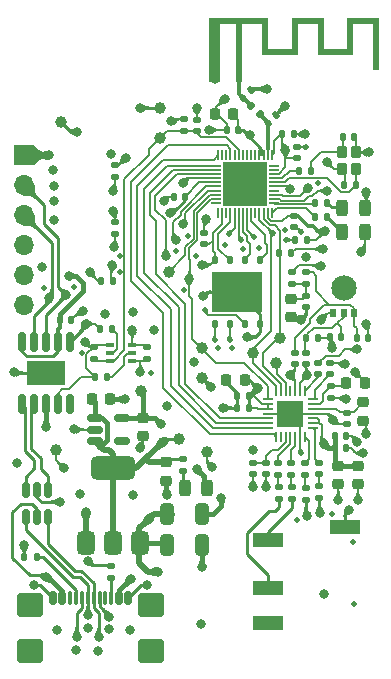
<source format=gtl>
%TF.GenerationSoftware,KiCad,Pcbnew,9.0.0*%
%TF.CreationDate,2025-02-25T22:38:48+02:00*%
%TF.ProjectId,bluetooth-audio,626c7565-746f-46f7-9468-2d617564696f,rev?*%
%TF.SameCoordinates,Original*%
%TF.FileFunction,Copper,L1,Top*%
%TF.FilePolarity,Positive*%
%FSLAX45Y45*%
G04 Gerber Fmt 4.5, Leading zero omitted, Abs format (unit mm)*
G04 Created by KiCad (PCBNEW 9.0.0) date 2025-02-25 22:38:48*
%MOMM*%
%LPD*%
G01*
G04 APERTURE LIST*
G04 Aperture macros list*
%AMRoundRect*
0 Rectangle with rounded corners*
0 $1 Rounding radius*
0 $2 $3 $4 $5 $6 $7 $8 $9 X,Y pos of 4 corners*
0 Add a 4 corners polygon primitive as box body*
4,1,4,$2,$3,$4,$5,$6,$7,$8,$9,$2,$3,0*
0 Add four circle primitives for the rounded corners*
1,1,$1+$1,$2,$3*
1,1,$1+$1,$4,$5*
1,1,$1+$1,$6,$7*
1,1,$1+$1,$8,$9*
0 Add four rect primitives between the rounded corners*
20,1,$1+$1,$2,$3,$4,$5,0*
20,1,$1+$1,$4,$5,$6,$7,0*
20,1,$1+$1,$6,$7,$8,$9,0*
20,1,$1+$1,$8,$9,$2,$3,0*%
G04 Aperture macros list end*
%TA.AperFunction,Conductor*%
%ADD10C,0.349250*%
%TD*%
%TA.AperFunction,SMDPad,CuDef*%
%ADD11RoundRect,0.225000X-0.250000X0.225000X-0.250000X-0.225000X0.250000X-0.225000X0.250000X0.225000X0*%
%TD*%
%TA.AperFunction,SMDPad,CuDef*%
%ADD12RoundRect,0.140000X0.170000X-0.140000X0.170000X0.140000X-0.170000X0.140000X-0.170000X-0.140000X0*%
%TD*%
%TA.AperFunction,SMDPad,CuDef*%
%ADD13RoundRect,0.135000X-0.185000X0.135000X-0.185000X-0.135000X0.185000X-0.135000X0.185000X0.135000X0*%
%TD*%
%TA.AperFunction,SMDPad,CuDef*%
%ADD14RoundRect,0.135000X0.185000X-0.135000X0.185000X0.135000X-0.185000X0.135000X-0.185000X-0.135000X0*%
%TD*%
%TA.AperFunction,SMDPad,CuDef*%
%ADD15RoundRect,0.135000X-0.135000X-0.185000X0.135000X-0.185000X0.135000X0.185000X-0.135000X0.185000X0*%
%TD*%
%TA.AperFunction,SMDPad,CuDef*%
%ADD16R,2.500000X1.200000*%
%TD*%
%TA.AperFunction,SMDPad,CuDef*%
%ADD17C,1.000000*%
%TD*%
%TA.AperFunction,SMDPad,CuDef*%
%ADD18RoundRect,0.140000X0.021213X-0.219203X0.219203X-0.021213X-0.021213X0.219203X-0.219203X0.021213X0*%
%TD*%
%TA.AperFunction,SMDPad,CuDef*%
%ADD19RoundRect,0.140000X0.140000X0.170000X-0.140000X0.170000X-0.140000X-0.170000X0.140000X-0.170000X0*%
%TD*%
%TA.AperFunction,SMDPad,CuDef*%
%ADD20RoundRect,0.375000X0.375000X-0.625000X0.375000X0.625000X-0.375000X0.625000X-0.375000X-0.625000X0*%
%TD*%
%TA.AperFunction,SMDPad,CuDef*%
%ADD21RoundRect,0.500000X1.400000X-0.500000X1.400000X0.500000X-1.400000X0.500000X-1.400000X-0.500000X0*%
%TD*%
%TA.AperFunction,SMDPad,CuDef*%
%ADD22RoundRect,0.140000X-0.140000X-0.170000X0.140000X-0.170000X0.140000X0.170000X-0.140000X0.170000X0*%
%TD*%
%TA.AperFunction,SMDPad,CuDef*%
%ADD23RoundRect,0.243750X0.243750X0.456250X-0.243750X0.456250X-0.243750X-0.456250X0.243750X-0.456250X0*%
%TD*%
%TA.AperFunction,SMDPad,CuDef*%
%ADD24RoundRect,0.135000X0.135000X0.185000X-0.135000X0.185000X-0.135000X-0.185000X0.135000X-0.185000X0*%
%TD*%
%TA.AperFunction,SMDPad,CuDef*%
%ADD25RoundRect,0.140000X-0.170000X0.140000X-0.170000X-0.140000X0.170000X-0.140000X0.170000X0.140000X0*%
%TD*%
%TA.AperFunction,SMDPad,CuDef*%
%ADD26RoundRect,0.050000X-0.362500X-0.050000X0.362500X-0.050000X0.362500X0.050000X-0.362500X0.050000X0*%
%TD*%
%TA.AperFunction,SMDPad,CuDef*%
%ADD27RoundRect,0.050000X-0.050000X-0.362500X0.050000X-0.362500X0.050000X0.362500X-0.050000X0.362500X0*%
%TD*%
%TA.AperFunction,HeatsinkPad*%
%ADD28R,2.300000X2.300000*%
%TD*%
%TA.AperFunction,SMDPad,CuDef*%
%ADD29RoundRect,0.250000X-0.325000X-0.650000X0.325000X-0.650000X0.325000X0.650000X-0.325000X0.650000X0*%
%TD*%
%TA.AperFunction,SMDPad,CuDef*%
%ADD30RoundRect,0.225000X0.225000X0.250000X-0.225000X0.250000X-0.225000X-0.250000X0.225000X-0.250000X0*%
%TD*%
%TA.AperFunction,SMDPad,CuDef*%
%ADD31RoundRect,0.050000X-0.050000X0.350000X-0.050000X-0.350000X0.050000X-0.350000X0.050000X0.350000X0*%
%TD*%
%TA.AperFunction,SMDPad,CuDef*%
%ADD32RoundRect,0.050000X-0.350000X0.050000X-0.350000X-0.050000X0.350000X-0.050000X0.350000X0.050000X0*%
%TD*%
%TA.AperFunction,HeatsinkPad*%
%ADD33C,0.500000*%
%TD*%
%TA.AperFunction,HeatsinkPad*%
%ADD34R,3.700000X3.700000*%
%TD*%
%TA.AperFunction,SMDPad,CuDef*%
%ADD35RoundRect,0.225000X-0.225000X-0.250000X0.225000X-0.250000X0.225000X0.250000X-0.225000X0.250000X0*%
%TD*%
%TA.AperFunction,SMDPad,CuDef*%
%ADD36RoundRect,0.100000X0.225000X0.100000X-0.225000X0.100000X-0.225000X-0.100000X0.225000X-0.100000X0*%
%TD*%
%TA.AperFunction,SMDPad,CuDef*%
%ADD37RoundRect,0.150000X0.150000X-0.687500X0.150000X0.687500X-0.150000X0.687500X-0.150000X-0.687500X0*%
%TD*%
%TA.AperFunction,HeatsinkPad*%
%ADD38R,3.300000X2.100000*%
%TD*%
%TA.AperFunction,SMDPad,CuDef*%
%ADD39RoundRect,0.053000X-0.212000X-0.312000X0.212000X-0.312000X0.212000X0.312000X-0.212000X0.312000X0*%
%TD*%
%TA.AperFunction,ComponentPad*%
%ADD40C,2.140000*%
%TD*%
%TA.AperFunction,SMDPad,CuDef*%
%ADD41RoundRect,0.147500X-0.226274X-0.017678X-0.017678X-0.226274X0.226274X0.017678X0.017678X0.226274X0*%
%TD*%
%TA.AperFunction,SMDPad,CuDef*%
%ADD42RoundRect,0.102000X-0.323000X0.373000X-0.323000X-0.373000X0.323000X-0.373000X0.323000X0.373000X0*%
%TD*%
%TA.AperFunction,SMDPad,CuDef*%
%ADD43RoundRect,0.125000X0.125000X-0.250000X0.125000X0.250000X-0.125000X0.250000X-0.125000X-0.250000X0*%
%TD*%
%TA.AperFunction,HeatsinkPad*%
%ADD44R,4.300000X3.400000*%
%TD*%
%TA.AperFunction,SMDPad,CuDef*%
%ADD45RoundRect,0.150000X-0.512500X-0.150000X0.512500X-0.150000X0.512500X0.150000X-0.512500X0.150000X0*%
%TD*%
%TA.AperFunction,SMDPad,CuDef*%
%ADD46RoundRect,0.150000X-0.150000X-0.425000X0.150000X-0.425000X0.150000X0.425000X-0.150000X0.425000X0*%
%TD*%
%TA.AperFunction,SMDPad,CuDef*%
%ADD47RoundRect,0.075000X-0.075000X-0.500000X0.075000X-0.500000X0.075000X0.500000X-0.075000X0.500000X0*%
%TD*%
%TA.AperFunction,SMDPad,CuDef*%
%ADD48RoundRect,0.250000X-0.840000X-0.750000X0.840000X-0.750000X0.840000X0.750000X-0.840000X0.750000X0*%
%TD*%
%TA.AperFunction,SMDPad,CuDef*%
%ADD49R,0.500000X0.500000*%
%TD*%
%TA.AperFunction,SMDPad,CuDef*%
%ADD50RoundRect,0.150000X-0.150000X0.512500X-0.150000X-0.512500X0.150000X-0.512500X0.150000X0.512500X0*%
%TD*%
%TA.AperFunction,ComponentPad*%
%ADD51R,1.700000X1.700000*%
%TD*%
%TA.AperFunction,ComponentPad*%
%ADD52O,1.700000X1.700000*%
%TD*%
%TA.AperFunction,ViaPad*%
%ADD53C,0.500000*%
%TD*%
%TA.AperFunction,ViaPad*%
%ADD54C,0.800000*%
%TD*%
%TA.AperFunction,Conductor*%
%ADD55C,0.203200*%
%TD*%
%TA.AperFunction,Conductor*%
%ADD56C,0.152400*%
%TD*%
%TA.AperFunction,Conductor*%
%ADD57C,0.250000*%
%TD*%
%TA.AperFunction,Conductor*%
%ADD58C,0.254000*%
%TD*%
%TA.AperFunction,Conductor*%
%ADD59C,0.381000*%
%TD*%
%TA.AperFunction,Conductor*%
%ADD60C,0.508000*%
%TD*%
%TA.AperFunction,Conductor*%
%ADD61C,0.292100*%
%TD*%
G04 APERTURE END LIST*
D10*
%TO.N,Net-(ANT1-IN)*%
X16597000Y-7289000D02*
X16597000Y-7378000D01*
%TA.AperFunction,EtchedComponent*%
%TD*%
%TO.C,ANT1*%
G36*
X16342000Y-6836250D02*
G01*
X16842000Y-6836250D01*
X16842000Y-6786250D01*
X16342000Y-6786250D01*
X16342000Y-6836250D01*
G37*
%TD.AperFunction*%
%TA.AperFunction,EtchedComponent*%
%TO.C,ANT1*%
G36*
X16342000Y-7326250D02*
G01*
X16432000Y-7326250D01*
X16432000Y-6836250D01*
X16342000Y-6836250D01*
X16342000Y-7326250D01*
G37*
%TD.AperFunction*%
%TA.AperFunction,EtchedComponent*%
G36*
X16572000Y-7326250D02*
G01*
X16622000Y-7326250D01*
X16622000Y-6836250D01*
X16572000Y-6836250D01*
X16572000Y-7326250D01*
G37*
%TD.AperFunction*%
%TA.AperFunction,EtchedComponent*%
G36*
X16842000Y-6836250D02*
G01*
X16792000Y-6836250D01*
X16792000Y-7100250D01*
X16842000Y-7100250D01*
X16842000Y-6836250D01*
G37*
%TD.AperFunction*%
%TA.AperFunction,EtchedComponent*%
G36*
X16842000Y-7100250D02*
G01*
X17042000Y-7100250D01*
X17042000Y-7050250D01*
X16842000Y-7050250D01*
X16842000Y-7100250D01*
G37*
%TD.AperFunction*%
%TA.AperFunction,EtchedComponent*%
G36*
X17042000Y-6786250D02*
G01*
X17312000Y-6786250D01*
X17312000Y-6836250D01*
X17042000Y-6836250D01*
X17042000Y-6786250D01*
G37*
%TD.AperFunction*%
%TA.AperFunction,EtchedComponent*%
G36*
X17092000Y-6836250D02*
G01*
X17042000Y-6836250D01*
X17042000Y-7100250D01*
X17092000Y-7100250D01*
X17092000Y-6836250D01*
G37*
%TD.AperFunction*%
%TA.AperFunction,EtchedComponent*%
G36*
X17312000Y-6836250D02*
G01*
X17262000Y-6836250D01*
X17262000Y-7100250D01*
X17312000Y-7100250D01*
X17312000Y-6836250D01*
G37*
%TD.AperFunction*%
%TA.AperFunction,EtchedComponent*%
G36*
X17312000Y-7050250D02*
G01*
X17512000Y-7050250D01*
X17512000Y-7100250D01*
X17312000Y-7100250D01*
X17312000Y-7050250D01*
G37*
%TD.AperFunction*%
%TA.AperFunction,EtchedComponent*%
G36*
X17512000Y-6786250D02*
G01*
X17782000Y-6786250D01*
X17782000Y-6836250D01*
X17512000Y-6836250D01*
X17512000Y-6786250D01*
G37*
%TD.AperFunction*%
%TA.AperFunction,EtchedComponent*%
G36*
X17562000Y-6836250D02*
G01*
X17512000Y-6836250D01*
X17512000Y-7100250D01*
X17562000Y-7100250D01*
X17562000Y-6836250D01*
G37*
%TD.AperFunction*%
%TA.AperFunction,EtchedComponent*%
G36*
X17782000Y-6836250D02*
G01*
X17732000Y-6836250D01*
X17732000Y-7230250D01*
X17782000Y-7230250D01*
X17782000Y-6836250D01*
G37*
%TD.AperFunction*%
%TD*%
D11*
%TO.P,C44,1*%
%TO.N,Net-(C43-Pad2)*%
X17031000Y-9166500D03*
%TO.P,C44,2*%
%TO.N,GND*%
X17031000Y-9321500D03*
%TD*%
D12*
%TO.P,C6,1*%
%TO.N,/Micro/VDD_SDIO*%
X16300000Y-8704000D03*
%TO.P,C6,2*%
%TO.N,GND*%
X16300000Y-8608000D03*
%TD*%
D13*
%TO.P,R5,1*%
%TO.N,GND*%
X15514000Y-11424000D03*
%TO.P,R5,2*%
%TO.N,/Power/USB_CC2*%
X15514000Y-11526000D03*
%TD*%
D14*
%TO.P,R11,1*%
%TO.N,/Micro/EN*%
X16127000Y-7748000D03*
%TO.P,R11,2*%
%TO.N,+3V3*%
X16127000Y-7646000D03*
%TD*%
D15*
%TO.P,R4,1*%
%TO.N,GND*%
X14777370Y-11353500D03*
%TO.P,R4,2*%
%TO.N,/Power/USB_CC1*%
X14879370Y-11353500D03*
%TD*%
%TO.P,R2,1*%
%TO.N,/Micro/RTS*%
X15417620Y-9416875D03*
%TO.P,R2,2*%
%TO.N,Net-(Q1B-B2)*%
X15519620Y-9416875D03*
%TD*%
D12*
%TO.P,C22,1*%
%TO.N,Net-(U4-RIN2)*%
X17368225Y-9805224D03*
%TO.P,C22,2*%
%TO.N,RIN2*%
X17368225Y-9709224D03*
%TD*%
D16*
%TO.P,J1,R1*%
%TO.N,/audio/ROUT1*%
X16839224Y-11610224D03*
%TO.P,J1,R2*%
%TO.N,unconnected-(J1-PadR2)*%
X16839224Y-11910224D03*
%TO.P,J1,S*%
%TO.N,GND*%
X17489224Y-11100224D03*
%TO.P,J1,T*%
%TO.N,/audio/LOUT1*%
X16839224Y-11210224D03*
%TD*%
D17*
%TO.P,TP1,1,1*%
%TO.N,/Micro/EN*%
X15926000Y-7802000D03*
%TO.P,TP1,2,2*%
%TO.N,GND*%
X15926000Y-7548000D03*
%TD*%
D11*
%TO.P,C17,1*%
%TO.N,+3V3*%
X17599224Y-10578724D03*
%TO.P,C17,2*%
%TO.N,GND*%
X17599224Y-10733724D03*
%TD*%
D17*
%TO.P,TP14,1,1*%
%TO.N,I2C_AD*%
X16910000Y-9708000D03*
%TD*%
D18*
%TO.P,C37,1*%
%TO.N,Net-(U1-LNA_IN)*%
X16838059Y-7674941D03*
%TO.P,C37,2*%
%TO.N,GND*%
X16905941Y-7607059D03*
%TD*%
D19*
%TO.P,C33,1*%
%TO.N,+3V3*%
X16137620Y-8299875D03*
%TO.P,C33,2*%
%TO.N,GND*%
X16041620Y-8299875D03*
%TD*%
D20*
%TO.P,U7,1,GND*%
%TO.N,GND*%
X15297370Y-11229875D03*
%TO.P,U7,2,VO*%
%TO.N,+3V3*%
X15527370Y-11229875D03*
D21*
X15527370Y-10599875D03*
D20*
%TO.P,U7,3,VI*%
%TO.N,/Power/USB_VBUS*%
X15757370Y-11229875D03*
%TD*%
D13*
%TO.P,R7,1*%
%TO.N,Net-(C23-Pad1)*%
X17044224Y-10758224D03*
%TO.P,R7,2*%
%TO.N,/audio/LOUT1*%
X17044224Y-10860224D03*
%TD*%
D22*
%TO.P,C40,1*%
%TO.N,Net-(MK1-OUT+)*%
X17590000Y-9500000D03*
%TO.P,C40,2*%
%TO.N,GND*%
X17686000Y-9500000D03*
%TD*%
D23*
%TO.P,D3,1,K*%
%TO.N,GND*%
X17656750Y-8599000D03*
%TO.P,D3,2,A*%
%TO.N,Net-(D3-A)*%
X17469250Y-8599000D03*
%TD*%
D24*
%TO.P,R13,1*%
%TO.N,Net-(C35-Pad1)*%
X17205367Y-8078620D03*
%TO.P,R13,2*%
%TO.N,/Micro/XTAL_P*%
X17103367Y-8078620D03*
%TD*%
D25*
%TO.P,C28,1*%
%TO.N,Net-(U4-VREF)*%
X16820224Y-10555224D03*
%TO.P,C28,2*%
%TO.N,GND*%
X16820224Y-10651224D03*
%TD*%
D12*
%TO.P,C43,1*%
%TO.N,GND*%
X17161000Y-9237000D03*
%TO.P,C43,2*%
%TO.N,Net-(C43-Pad2)*%
X17161000Y-9141000D03*
%TD*%
D22*
%TO.P,C10,1*%
%TO.N,+3V3*%
X16959288Y-7770322D03*
%TO.P,C10,2*%
%TO.N,GND*%
X17055288Y-7770322D03*
%TD*%
D13*
%TO.P,R21,1*%
%TO.N,Net-(MK1-OUT+)*%
X17161000Y-8939000D03*
%TO.P,R21,2*%
%TO.N,Net-(C43-Pad2)*%
X17161000Y-9041000D03*
%TD*%
D17*
%TO.P,TP8,1,1*%
%TO.N,I2C_DATA*%
X16945000Y-9499000D03*
%TD*%
D22*
%TO.P,C19,1*%
%TO.N,+3V3*%
X15074620Y-9344875D03*
%TO.P,C19,2*%
%TO.N,GND*%
X15170620Y-9344875D03*
%TD*%
D17*
%TO.P,TP15,1,1*%
%TO.N,I2C_CLK*%
X16712000Y-9620000D03*
%TD*%
D19*
%TO.P,C39,1*%
%TO.N,Net-(MK1-OUT-)*%
X17460000Y-9490000D03*
%TO.P,C39,2*%
%TO.N,GND*%
X17364000Y-9490000D03*
%TD*%
D11*
%TO.P,C29,1*%
%TO.N,Net-(U4-ADCVREF)*%
X17647000Y-10042500D03*
%TO.P,C29,2*%
%TO.N,GND*%
X17647000Y-10197500D03*
%TD*%
D26*
%TO.P,U4,1,MCLK*%
%TO.N,MCLK*%
X16835250Y-10017000D03*
%TO.P,U4,2,DVDD*%
%TO.N,+1V8*%
X16835250Y-10057000D03*
%TO.P,U4,3,PVDD*%
X16835250Y-10097000D03*
%TO.P,U4,4,DGND*%
%TO.N,GND*%
X16835250Y-10137000D03*
%TO.P,U4,5,SCLK*%
%TO.N,SCLK*%
X16835250Y-10177000D03*
%TO.P,U4,6,DSDIN*%
%TO.N,DSDIN*%
X16835250Y-10217000D03*
%TO.P,U4,7,LRCK*%
%TO.N,LRCK*%
X16835250Y-10257000D03*
D27*
%TO.P,U4,8,ASDOUT*%
%TO.N,ASDOUT*%
X16909000Y-10330750D03*
%TO.P,U4,9,NC*%
%TO.N,unconnected-(U4-NC-Pad9)*%
X16949000Y-10330750D03*
%TO.P,U4,10,VREF*%
%TO.N,Net-(U4-VREF)*%
X16989000Y-10330750D03*
%TO.P,U4,11,ROUT1*%
%TO.N,Net-(U4-ROUT1)*%
X17029000Y-10330750D03*
%TO.P,U4,12,LOUT1*%
%TO.N,Net-(U4-LOUT1)*%
X17069000Y-10330750D03*
%TO.P,U4,13,HPGND*%
%TO.N,GND*%
X17109000Y-10330750D03*
%TO.P,U4,14,ROUT2*%
%TO.N,Net-(U4-ROUT2)*%
X17149000Y-10330750D03*
D26*
%TO.P,U4,15,LOUT2*%
%TO.N,Net-(U4-LOUT2)*%
X17222750Y-10257000D03*
%TO.P,U4,16,HPVDD*%
%TO.N,+3V3*%
X17222750Y-10217000D03*
%TO.P,U4,17,AVDD*%
X17222750Y-10177000D03*
%TO.P,U4,18,AGND*%
%TO.N,GND*%
X17222750Y-10137000D03*
%TO.P,U4,19,ADCVREF*%
%TO.N,Net-(U4-ADCVREF)*%
X17222750Y-10097000D03*
%TO.P,U4,20,VMID*%
%TO.N,Net-(U4-VMID)*%
X17222750Y-10057000D03*
%TO.P,U4,21,RIN2*%
%TO.N,Net-(U4-RIN2)*%
X17222750Y-10017000D03*
D27*
%TO.P,U4,22,LIN2*%
%TO.N,Net-(U4-LIN2)*%
X17149000Y-9943250D03*
%TO.P,U4,23,RIN1*%
%TO.N,/audio/MIC-*%
X17109000Y-9943250D03*
%TO.P,U4,24,LIN1*%
%TO.N,/audio/MIC+*%
X17069000Y-9943250D03*
%TO.P,U4,25,NC*%
%TO.N,unconnected-(U4-NC-Pad25)*%
X17029000Y-9943250D03*
%TO.P,U4,26,CE*%
%TO.N,I2C_AD*%
X16989000Y-9943250D03*
%TO.P,U4,27,CDATA*%
%TO.N,I2C_DATA*%
X16949000Y-9943250D03*
%TO.P,U4,28,CCLK*%
%TO.N,I2C_CLK*%
X16909000Y-9943250D03*
D28*
%TO.P,U4,29,GND_THERMAL*%
%TO.N,GND*%
X17029000Y-10137000D03*
%TD*%
D14*
%TO.P,R26,1*%
%TO.N,/Micro/MTDI*%
X15543000Y-8132000D03*
%TO.P,R26,2*%
%TO.N,+3V3*%
X15543000Y-8030000D03*
%TD*%
D19*
%TO.P,C7,1*%
%TO.N,+3V3*%
X16589143Y-7735254D03*
%TO.P,C7,2*%
%TO.N,GND*%
X16493143Y-7735254D03*
%TD*%
D18*
%TO.P,C38,1*%
%TO.N,Net-(ANT1-IN)*%
X16626000Y-7465000D03*
%TO.P,C38,2*%
%TO.N,GND*%
X16693882Y-7397118D03*
%TD*%
D12*
%TO.P,C9,1*%
%TO.N,+3V3*%
X17084000Y-7974000D03*
%TO.P,C9,2*%
%TO.N,GND*%
X17084000Y-7878000D03*
%TD*%
D15*
%TO.P,R20,1*%
%TO.N,I2C_CLK*%
X17068000Y-8668000D03*
%TO.P,R20,2*%
%TO.N,+3V3*%
X17170000Y-8668000D03*
%TD*%
D19*
%TO.P,C13,1*%
%TO.N,+1V8*%
X16677000Y-9986000D03*
%TO.P,C13,2*%
%TO.N,GND*%
X16581000Y-9986000D03*
%TD*%
D25*
%TO.P,C27,1*%
%TO.N,Net-(U4-VREF)*%
X16712224Y-10555224D03*
%TO.P,C27,2*%
%TO.N,GND*%
X16712224Y-10651224D03*
%TD*%
D24*
%TO.P,R22,1*%
%TO.N,GND*%
X17263000Y-9494000D03*
%TO.P,R22,2*%
%TO.N,Net-(MK1-OUT-)*%
X17161000Y-9494000D03*
%TD*%
D25*
%TO.P,C30,1*%
%TO.N,Net-(U4-ADCVREF)*%
X17508000Y-10128000D03*
%TO.P,C30,2*%
%TO.N,GND*%
X17508000Y-10224000D03*
%TD*%
D11*
%TO.P,C4,1*%
%TO.N,+3V3*%
X15979370Y-10549000D03*
%TO.P,C4,2*%
%TO.N,GND*%
X15979370Y-10704000D03*
%TD*%
D29*
%TO.P,C1,1*%
%TO.N,/Power/USB_VBUS*%
X15984250Y-11248125D03*
%TO.P,C1,2*%
%TO.N,GND*%
X16279250Y-11248125D03*
%TD*%
D13*
%TO.P,R25,1*%
%TO.N,GND*%
X15544522Y-8515267D03*
%TO.P,R25,2*%
%TO.N,/Micro/MTCK*%
X15544522Y-8617267D03*
%TD*%
D30*
%TO.P,C14,1*%
%TO.N,+1V8*%
X16642500Y-9850875D03*
%TO.P,C14,2*%
%TO.N,GND*%
X16487500Y-9850875D03*
%TD*%
D31*
%TO.P,U1,1,VDDA*%
%TO.N,+3V3*%
X16871500Y-7951000D03*
%TO.P,U1,2,LNA_IN*%
%TO.N,Net-(U1-LNA_IN)*%
X16836500Y-7951000D03*
%TO.P,U1,3,VDD3P3*%
%TO.N,+3V3*%
X16801500Y-7951000D03*
%TO.P,U1,4,VDD3P3*%
X16766500Y-7951000D03*
%TO.P,U1,5,SENSOR_VP/GPIO36/ADC1_CH0*%
%TO.N,unconnected-(U1-SENSOR_VP{slash}GPIO36{slash}ADC1_CH0-Pad5)*%
X16731500Y-7951000D03*
%TO.P,U1,6,SENSOR_CAPP/GPIO37/ADC1_CH1*%
%TO.N,unconnected-(U1-SENSOR_CAPP{slash}GPIO37{slash}ADC1_CH1-Pad6)*%
X16696500Y-7951000D03*
%TO.P,U1,7,SENSOR_CAPN/GPIO38/ADC1_CH2*%
%TO.N,unconnected-(U1-SENSOR_CAPN{slash}GPIO38{slash}ADC1_CH2-Pad7)*%
X16661500Y-7951000D03*
%TO.P,U1,8,SENSOR_VN/GPIO39/ADC1_CH3*%
%TO.N,unconnected-(U1-SENSOR_VN{slash}GPIO39{slash}ADC1_CH3-Pad8)*%
X16626500Y-7951000D03*
%TO.P,U1,9,CHIP_PU*%
%TO.N,/Micro/EN*%
X16591500Y-7951000D03*
%TO.P,U1,10,VDET_1/GPIO34/ADC1_CH6*%
%TO.N,unconnected-(U1-VDET_1{slash}GPIO34{slash}ADC1_CH6-Pad10)*%
X16556500Y-7951000D03*
%TO.P,U1,11,VDET_2/GPIO35/ADC1_CH7*%
%TO.N,ASDOUT*%
X16521500Y-7951000D03*
%TO.P,U1,12,32K_XP/GPIO32/ADC1_CH4*%
%TO.N,unconnected-(U1-32K_XP{slash}GPIO32{slash}ADC1_CH4-Pad12)*%
X16486500Y-7951000D03*
%TO.P,U1,13,32K_XN/GPIO33/ADC1_CH5*%
%TO.N,unconnected-(U1-32K_XN{slash}GPIO33{slash}ADC1_CH5-Pad13)*%
X16451500Y-7951000D03*
%TO.P,U1,14,GPIO25/ADC2_CH8/DAC_1*%
%TO.N,LRCK*%
X16416500Y-7951000D03*
D32*
%TO.P,U1,15,GPIO26/ADC2_CH9/DAC_2*%
%TO.N,DSDIN*%
X16399000Y-8038500D03*
%TO.P,U1,16,GPIO27/ADC2_CH7*%
%TO.N,SCLK*%
X16399000Y-8073500D03*
%TO.P,U1,17,MTMS/GPIO14/ADC2_CH6*%
%TO.N,/Micro/MTMS*%
X16399000Y-8108500D03*
%TO.P,U1,18,MTDI/GPIO12/ADC2_CH5*%
%TO.N,/Micro/MTDI*%
X16399000Y-8143500D03*
%TO.P,U1,19,VDD3P3_RTC*%
%TO.N,+3V3*%
X16399000Y-8178500D03*
%TO.P,U1,20,MTCK/GPIO13/ADC2_CH4*%
%TO.N,/Micro/MTCK*%
X16399000Y-8213500D03*
%TO.P,U1,21,MTDO/GPIO15/ADC2_CH3*%
%TO.N,/Micro/MTDO*%
X16399000Y-8248500D03*
%TO.P,U1,22,GPIO2/ADC2_CH2*%
%TO.N,/Micro/GPIO_2*%
X16399000Y-8283500D03*
%TO.P,U1,23,GPIO0/BOOT/ADC2_CH1*%
%TO.N,MCLK*%
X16399000Y-8318500D03*
%TO.P,U1,24,GPIO4/ADC2_CH0*%
%TO.N,unconnected-(U1-GPIO4{slash}ADC2_CH0-Pad24)*%
X16399000Y-8353500D03*
D31*
%TO.P,U1,25,GPIO16*%
%TO.N,unconnected-(U1-GPIO16-Pad25)*%
X16416500Y-8441000D03*
%TO.P,U1,26,VDD_SDIO*%
%TO.N,/Micro/VDD_SDIO*%
X16451500Y-8441000D03*
%TO.P,U1,27,GPIO17*%
%TO.N,unconnected-(U1-GPIO17-Pad27)*%
X16486500Y-8441000D03*
%TO.P,U1,28,SD_DATA_2/GPIO9*%
%TO.N,/Micro/SHD{slash}SD2*%
X16521500Y-8441000D03*
%TO.P,U1,29,SD_DATA_3/GPIO10*%
%TO.N,/Micro/SWP{slash}SD3*%
X16556500Y-8441000D03*
%TO.P,U1,30,SD_CMD/GPIO11*%
%TO.N,/Micro/SCS{slash}CMD*%
X16591500Y-8441000D03*
%TO.P,U1,31,SD_CLK/GPIO6*%
%TO.N,/Micro/SCK{slash}CLK*%
X16626500Y-8441000D03*
%TO.P,U1,32,SD_DATA_0/GPIO7*%
%TO.N,/Micro/SDO{slash}SD0*%
X16661500Y-8441000D03*
%TO.P,U1,33,SD_DATA_1/GPIO8*%
%TO.N,/Micro/SDI{slash}SD1*%
X16696500Y-8441000D03*
%TO.P,U1,34,GPIO5*%
%TO.N,unconnected-(U1-GPIO5-Pad34)*%
X16731500Y-8441000D03*
%TO.P,U1,35,GPIO18*%
%TO.N,I2C_CLK*%
X16766500Y-8441000D03*
%TO.P,U1,36,GPIO23*%
%TO.N,I2C_DATA*%
X16801500Y-8441000D03*
%TO.P,U1,37,VDD3P3_CPU*%
%TO.N,+3V3*%
X16836500Y-8441000D03*
%TO.P,U1,38,GPIO19*%
%TO.N,/Micro/LED_GREEN*%
X16871500Y-8441000D03*
D32*
%TO.P,U1,39,GPIO22*%
%TO.N,/Micro/LED_BLUE*%
X16889000Y-8353500D03*
%TO.P,U1,40,U0RXD/GPIO3*%
%TO.N,/Micro/UART_RX*%
X16889000Y-8318500D03*
%TO.P,U1,41,U0TXD/GPIO1*%
%TO.N,/Micro/UART_TX*%
X16889000Y-8283500D03*
%TO.P,U1,42,GPIO21*%
%TO.N,unconnected-(U1-GPIO21-Pad42)*%
X16889000Y-8248500D03*
%TO.P,U1,43,VDDA*%
%TO.N,+3V3*%
X16889000Y-8213500D03*
%TO.P,U1,44,XTAL_N*%
%TO.N,/Micro/XTAL_N*%
X16889000Y-8178500D03*
%TO.P,U1,45,XTAL_P*%
%TO.N,/Micro/XTAL_P*%
X16889000Y-8143500D03*
%TO.P,U1,46,VDDA*%
%TO.N,+3V3*%
X16889000Y-8108500D03*
%TO.P,U1,47,CAP2*%
%TO.N,unconnected-(U1-CAP2-Pad47)*%
X16889000Y-8073500D03*
%TO.P,U1,48,CAP1*%
%TO.N,unconnected-(U1-CAP1-Pad48)*%
X16889000Y-8038500D03*
D33*
%TO.P,U1,49,GND*%
%TO.N,GND*%
X16804000Y-8036000D03*
X16697333Y-8036000D03*
X16590667Y-8036000D03*
X16484000Y-8036000D03*
X16804000Y-8142667D03*
X16697333Y-8142667D03*
X16590667Y-8142667D03*
X16484000Y-8142667D03*
D34*
X16644000Y-8196000D03*
D33*
X16804000Y-8249333D03*
X16697333Y-8249333D03*
X16590667Y-8249333D03*
X16484000Y-8249333D03*
X16804000Y-8356000D03*
X16697333Y-8356000D03*
X16590667Y-8356000D03*
X16484000Y-8356000D03*
%TD*%
D17*
%TO.P,TP3,1,1*%
%TO.N,MCLK*%
X16279000Y-9580000D03*
%TO.P,TP3,2,2*%
%TO.N,GND*%
X16279000Y-9834000D03*
%TD*%
D13*
%TO.P,R10,1*%
%TO.N,Net-(C26-Pad1)*%
X17157224Y-10764224D03*
%TO.P,R10,2*%
%TO.N,/audio/ROUT2*%
X17157224Y-10866224D03*
%TD*%
D17*
%TO.P,TP12,1,1*%
%TO.N,GND*%
X16327000Y-10464000D03*
%TD*%
D35*
%TO.P,C2,1*%
%TO.N,+3V3*%
X15348870Y-10011750D03*
%TO.P,C2,2*%
%TO.N,GND*%
X15503870Y-10011750D03*
%TD*%
D25*
%TO.P,C42,1*%
%TO.N,Net-(MK1-OUT-)*%
X17165000Y-9620000D03*
%TO.P,C42,2*%
%TO.N,/audio/MIC-*%
X17165000Y-9716000D03*
%TD*%
D22*
%TO.P,C16,1*%
%TO.N,+3V3*%
X17403224Y-10328224D03*
%TO.P,C16,2*%
%TO.N,GND*%
X17499224Y-10328224D03*
%TD*%
D36*
%TO.P,Q1,1,E1*%
%TO.N,/Micro/RTS*%
X15689620Y-9687875D03*
%TO.P,Q1,2,B1*%
%TO.N,Net-(Q1A-B1)*%
X15689620Y-9622875D03*
%TO.P,Q1,3,C2*%
%TO.N,MCLK*%
X15689620Y-9557875D03*
%TO.P,Q1,4,E2*%
%TO.N,/Micro/DTR*%
X15499620Y-9557875D03*
%TO.P,Q1,5,B2*%
%TO.N,Net-(Q1B-B2)*%
X15499620Y-9622875D03*
%TO.P,Q1,6,C1*%
%TO.N,/Micro/EN*%
X15499620Y-9687875D03*
%TD*%
D12*
%TO.P,C21,1*%
%TO.N,Net-(U4-LIN2)*%
X17263224Y-9805224D03*
%TO.P,C21,2*%
%TO.N,LIN2*%
X17263224Y-9709224D03*
%TD*%
D37*
%TO.P,U2,1,UD+*%
%TO.N,USB_D+*%
X14760000Y-10055875D03*
%TO.P,U2,2,UD-*%
%TO.N,USB_D-*%
X14860000Y-10055875D03*
%TO.P,U2,3,GND*%
%TO.N,GND*%
X14960000Y-10055875D03*
%TO.P,U2,4,~{DTR}*%
%TO.N,/Micro/DTR*%
X15060000Y-10055875D03*
%TO.P,U2,5,~{CTS}*%
%TO.N,unconnected-(U2-~{CTS}-Pad5)*%
X15160000Y-10055875D03*
%TO.P,U2,6,~{RTS}*%
%TO.N,/Micro/RTS*%
X15160000Y-9528375D03*
%TO.P,U2,7,VCC*%
%TO.N,+3V3*%
X15060000Y-9528375D03*
%TO.P,U2,8,TXD*%
%TO.N,/Micro/UART_TX*%
X14960000Y-9528375D03*
%TO.P,U2,9,RXD*%
%TO.N,/Micro/UART_RX*%
X14860000Y-9528375D03*
%TO.P,U2,10,V3*%
%TO.N,+3V3*%
X14760000Y-9528375D03*
D38*
%TO.P,U2,11,GND*%
%TO.N,GND*%
X14960000Y-9792125D03*
%TD*%
D13*
%TO.P,R9,1*%
%TO.N,Net-(C24-Pad1)*%
X17275224Y-10751224D03*
%TO.P,R9,2*%
%TO.N,/audio/LOUT2*%
X17275224Y-10853224D03*
%TD*%
D39*
%TO.P,MK1,1,V_{DD}*%
%TO.N,+3V3*%
X17391000Y-9281000D03*
%TO.P,MK1,2,OUT-*%
%TO.N,Net-(MK1-OUT-)*%
X17479000Y-9281000D03*
%TO.P,MK1,3,OUT+*%
%TO.N,Net-(MK1-OUT+)*%
X17567000Y-9281000D03*
D40*
%TO.P,MK1,4,GND*%
%TO.N,GND*%
X17479000Y-9072000D03*
%TD*%
D23*
%TO.P,D1,1,K*%
%TO.N,GND*%
X17656750Y-8396000D03*
%TO.P,D1,2,A*%
%TO.N,Net-(D1-A)*%
X17469250Y-8396000D03*
%TD*%
D12*
%TO.P,C24,1*%
%TO.N,Net-(C24-Pad1)*%
X17273224Y-10649224D03*
%TO.P,C24,2*%
%TO.N,Net-(U4-LOUT2)*%
X17273224Y-10553224D03*
%TD*%
D17*
%TO.P,TP2,1,1*%
%TO.N,+3V3*%
X16082000Y-10355000D03*
%TD*%
D29*
%TO.P,C3,1*%
%TO.N,/Power/USB_VBUS*%
X15986250Y-10986875D03*
%TO.P,C3,2*%
%TO.N,GND*%
X16281250Y-10986875D03*
%TD*%
D41*
%TO.P,L1,1*%
%TO.N,Net-(ANT1-IN)*%
X16698705Y-7532705D03*
%TO.P,L1,2*%
%TO.N,Net-(U1-LNA_IN)*%
X16767295Y-7601295D03*
%TD*%
D19*
%TO.P,C36,1*%
%TO.N,/Micro/XTAL_N*%
X17582000Y-8200000D03*
%TO.P,C36,2*%
%TO.N,GND*%
X17486000Y-8200000D03*
%TD*%
D12*
%TO.P,C34,1*%
%TO.N,/Micro/EN*%
X16238723Y-7743586D03*
%TO.P,C34,2*%
%TO.N,GND*%
X16238723Y-7647586D03*
%TD*%
D25*
%TO.P,C11,1*%
%TO.N,+3V3*%
X17060000Y-8460000D03*
%TO.P,C11,2*%
%TO.N,GND*%
X17060000Y-8556000D03*
%TD*%
D15*
%TO.P,R19,1*%
%TO.N,I2C_DATA*%
X16934000Y-8781000D03*
%TO.P,R19,2*%
%TO.N,+3V3*%
X17036000Y-8781000D03*
%TD*%
D25*
%TO.P,C41,1*%
%TO.N,Net-(MK1-OUT+)*%
X17065000Y-9620000D03*
%TO.P,C41,2*%
%TO.N,/audio/MIC+*%
X17065000Y-9716000D03*
%TD*%
D11*
%TO.P,C15,1*%
%TO.N,+3V3*%
X17435224Y-10581225D03*
%TO.P,C15,2*%
%TO.N,GND*%
X17435224Y-10736225D03*
%TD*%
D14*
%TO.P,R14,1*%
%TO.N,/Micro/RTS*%
X15815620Y-9671875D03*
%TO.P,R14,2*%
%TO.N,MCLK*%
X15815620Y-9569875D03*
%TD*%
D19*
%TO.P,C12,1*%
%TO.N,+1V8*%
X16677000Y-10086000D03*
%TO.P,C12,2*%
%TO.N,GND*%
X16581000Y-10086000D03*
%TD*%
D42*
%TO.P,Y1,1,1*%
%TO.N,Net-(C35-Pad1)*%
X17469843Y-7923798D03*
%TO.P,Y1,2,2*%
%TO.N,GND*%
X17469843Y-8068798D03*
%TO.P,Y1,3,3*%
%TO.N,/Micro/XTAL_N*%
X17584843Y-8068798D03*
%TO.P,Y1,4,4*%
%TO.N,GND*%
X17584843Y-7923798D03*
%TD*%
D17*
%TO.P,TP11,1,1*%
%TO.N,GND*%
X15088000Y-7669000D03*
%TD*%
D43*
%TO.P,U6,1,~{CS}*%
%TO.N,/Micro/SCS{slash}CMD*%
X16387250Y-9375250D03*
%TO.P,U6,2,DO(IO1)*%
%TO.N,/Micro/SDO{slash}SD0*%
X16514250Y-9375250D03*
%TO.P,U6,3,IO2*%
%TO.N,/Micro/SWP{slash}SD3*%
X16641250Y-9375250D03*
%TO.P,U6,4,GND*%
%TO.N,GND*%
X16768250Y-9375250D03*
%TO.P,U6,5,DI(IO0)*%
%TO.N,/Micro/SDI{slash}SD1*%
X16768250Y-8835250D03*
%TO.P,U6,6,CLK*%
%TO.N,/Micro/SCK{slash}CLK*%
X16641250Y-8835250D03*
%TO.P,U6,7,IO3*%
%TO.N,/Micro/SHD{slash}SD2*%
X16514250Y-8835250D03*
%TO.P,U6,8,VCC*%
%TO.N,/Micro/VDD_SDIO*%
X16387250Y-8835250D03*
D44*
%TO.P,U6,9,EP*%
%TO.N,GND*%
X16577750Y-9105250D03*
%TD*%
D17*
%TO.P,TP10,1,1*%
%TO.N,GND*%
X15045000Y-10446000D03*
%TD*%
D30*
%TO.P,C8,1*%
%TO.N,+3V3*%
X16545500Y-7601000D03*
%TO.P,C8,2*%
%TO.N,GND*%
X16390500Y-7601000D03*
%TD*%
D12*
%TO.P,C23,1*%
%TO.N,Net-(C23-Pad1)*%
X17035224Y-10654224D03*
%TO.P,C23,2*%
%TO.N,Net-(U4-LOUT1)*%
X17035224Y-10558224D03*
%TD*%
D23*
%TO.P,D2,1,K*%
%TO.N,GND*%
X16321750Y-10769000D03*
%TO.P,D2,2,A*%
%TO.N,Net-(D2-A)*%
X16134250Y-10769000D03*
%TD*%
D45*
%TO.P,U3,1,IN*%
%TO.N,+3V3*%
X15371620Y-10177500D03*
%TO.P,U3,2,GND*%
%TO.N,GND*%
X15371620Y-10272500D03*
%TO.P,U3,3,EN*%
%TO.N,+3V3*%
X15371620Y-10367500D03*
%TO.P,U3,4,NC*%
%TO.N,unconnected-(U3-NC-Pad4)*%
X15599120Y-10367500D03*
%TO.P,U3,5,OUT*%
%TO.N,+1V8*%
X15599120Y-10177500D03*
%TD*%
D13*
%TO.P,R6,1*%
%TO.N,+3V3*%
X16122370Y-10521500D03*
%TO.P,R6,2*%
%TO.N,Net-(D2-A)*%
X16122370Y-10623500D03*
%TD*%
D15*
%TO.P,R18,1*%
%TO.N,/Micro/LED_GREEN*%
X17236000Y-8468000D03*
%TO.P,R18,2*%
%TO.N,Net-(D3-A)*%
X17338000Y-8468000D03*
%TD*%
D17*
%TO.P,TP13,1,1*%
%TO.N,+1V8*%
X15767000Y-9949000D03*
%TD*%
D46*
%TO.P,J2,A1,GND*%
%TO.N,GND*%
X15017750Y-11696125D03*
%TO.P,J2,A4,VBUS*%
%TO.N,/Power/USB_VBUS*%
X15097750Y-11696125D03*
D47*
%TO.P,J2,A5,CC1*%
%TO.N,/Power/USB_CC1*%
X15212750Y-11696125D03*
%TO.P,J2,A6,D+*%
%TO.N,Net-(J2-D+-PadA6)*%
X15312750Y-11696125D03*
%TO.P,J2,A7,D-*%
%TO.N,Net-(J2-D--PadA7)*%
X15362750Y-11696125D03*
%TO.P,J2,A8,SBU1*%
%TO.N,unconnected-(J2-SBU1-PadA8)*%
X15462750Y-11696125D03*
D46*
%TO.P,J2,A9,VBUS*%
%TO.N,/Power/USB_VBUS*%
X15577750Y-11696125D03*
%TO.P,J2,A12,GND*%
%TO.N,GND*%
X15657750Y-11696125D03*
%TO.P,J2,B1,GND*%
X15657750Y-11696125D03*
%TO.P,J2,B4,VBUS*%
%TO.N,/Power/USB_VBUS*%
X15577750Y-11696125D03*
D47*
%TO.P,J2,B5,CC2*%
%TO.N,/Power/USB_CC2*%
X15512750Y-11696125D03*
%TO.P,J2,B6,D+*%
%TO.N,Net-(J2-D+-PadA6)*%
X15412750Y-11696125D03*
%TO.P,J2,B7,D-*%
%TO.N,Net-(J2-D--PadA7)*%
X15262750Y-11696125D03*
%TO.P,J2,B8,SBU2*%
%TO.N,unconnected-(J2-SBU2-PadB8)*%
X15162750Y-11696125D03*
D46*
%TO.P,J2,B9,VBUS*%
%TO.N,/Power/USB_VBUS*%
X15097750Y-11696125D03*
%TO.P,J2,B12,GND*%
%TO.N,GND*%
X15017750Y-11696125D03*
D48*
%TO.P,J2,S1,SHIELD*%
%TO.N,unconnected-(J2-SHIELD-PadS1)_2*%
X14826750Y-11753625D03*
%TO.N,unconnected-(J2-SHIELD-PadS1)_1*%
X14826750Y-12146625D03*
%TO.N,unconnected-(J2-SHIELD-PadS1)*%
X15848750Y-11753625D03*
%TO.N,unconnected-(J2-SHIELD-PadS1)_3*%
X15848750Y-12146625D03*
%TD*%
D22*
%TO.P,C18,1*%
%TO.N,+3V3*%
X17404225Y-10429225D03*
%TO.P,C18,2*%
%TO.N,GND*%
X17500225Y-10429225D03*
%TD*%
%TO.P,C35,1*%
%TO.N,Net-(C35-Pad1)*%
X17474394Y-7791944D03*
%TO.P,C35,2*%
%TO.N,GND*%
X17570394Y-7791944D03*
%TD*%
D49*
%TO.P,ANT1,1,IN*%
%TO.N,Net-(ANT1-IN)*%
X16597000Y-7301250D03*
%TO.P,ANT1,2,GND*%
%TO.N,GND*%
X16387000Y-7300250D03*
%TD*%
D17*
%TO.P,TP4,1,1*%
%TO.N,/Micro/GPIO_2*%
X16000000Y-8935000D03*
%TD*%
D24*
%TO.P,R24,1*%
%TO.N,/Micro/MTMS*%
X15528000Y-9012000D03*
%TO.P,R24,2*%
%TO.N,+3V3*%
X15426000Y-9012000D03*
%TD*%
D50*
%TO.P,U5,1,I/O1*%
%TO.N,USB_D-*%
X14980750Y-10782125D03*
%TO.P,U5,2,GND*%
%TO.N,GND*%
X14885750Y-10782125D03*
%TO.P,U5,3,I/O2*%
%TO.N,USB_D+*%
X14790750Y-10782125D03*
%TO.P,U5,4,I/O2*%
%TO.N,Net-(J2-D+-PadA6)*%
X14790750Y-11009625D03*
%TO.P,U5,5,VBUS*%
%TO.N,/Power/USB_VBUS*%
X14885750Y-11009625D03*
%TO.P,U5,6,I/O1*%
%TO.N,Net-(J2-D--PadA7)*%
X14980750Y-11009625D03*
%TD*%
D15*
%TO.P,R12,1*%
%TO.N,/Micro/LED_BLUE*%
X17240000Y-8354000D03*
%TO.P,R12,2*%
%TO.N,Net-(D1-A)*%
X17342000Y-8354000D03*
%TD*%
%TO.P,R1,1*%
%TO.N,/Micro/DTR*%
X15374620Y-9824875D03*
%TO.P,R1,2*%
%TO.N,Net-(Q1A-B1)*%
X15476620Y-9824875D03*
%TD*%
D35*
%TO.P,C31,1*%
%TO.N,Net-(U4-VMID)*%
X17502724Y-9877224D03*
%TO.P,C31,2*%
%TO.N,GND*%
X17657724Y-9877224D03*
%TD*%
D13*
%TO.P,R8,1*%
%TO.N,Net-(C25-Pad1)*%
X16931224Y-10755474D03*
%TO.P,R8,2*%
%TO.N,/audio/ROUT1*%
X16931224Y-10857474D03*
%TD*%
D12*
%TO.P,C25,1*%
%TO.N,Net-(C25-Pad1)*%
X16926224Y-10653224D03*
%TO.P,C25,2*%
%TO.N,Net-(U4-ROUT1)*%
X16926224Y-10557224D03*
%TD*%
D25*
%TO.P,C32,1*%
%TO.N,Net-(U4-VMID)*%
X17369844Y-9906099D03*
%TO.P,C32,2*%
%TO.N,GND*%
X17369844Y-10002099D03*
%TD*%
D11*
%TO.P,C5,1*%
%TO.N,+1V8*%
X15778620Y-10171000D03*
%TO.P,C5,2*%
%TO.N,GND*%
X15778620Y-10326000D03*
%TD*%
D14*
%TO.P,R23,1*%
%TO.N,Net-(C43-Pad2)*%
X17045000Y-9039000D03*
%TO.P,R23,2*%
%TO.N,+3V3*%
X17045000Y-8937000D03*
%TD*%
D13*
%TO.P,R3,1*%
%TO.N,/Micro/DTR*%
X15366620Y-9570875D03*
%TO.P,R3,2*%
%TO.N,/Micro/EN*%
X15366620Y-9672875D03*
%TD*%
D12*
%TO.P,C26,1*%
%TO.N,Net-(C26-Pad1)*%
X17150224Y-10652224D03*
%TO.P,C26,2*%
%TO.N,Net-(U4-ROUT2)*%
X17150224Y-10556224D03*
%TD*%
D51*
%TO.P,J3,1,Pin_1*%
%TO.N,+3V3*%
X14772620Y-7947875D03*
D52*
%TO.P,J3,2,Pin_2*%
%TO.N,/Micro/UART_TX*%
X14772620Y-8201875D03*
%TO.P,J3,3,Pin_3*%
%TO.N,/Micro/UART_RX*%
X14772620Y-8455875D03*
%TO.P,J3,4,Pin_4*%
%TO.N,GND*%
X14772620Y-8709875D03*
%TO.P,J3,5,Pin_5*%
%TO.N,/Micro/DTR*%
X14772620Y-8963875D03*
%TO.P,J3,6,Pin_6*%
%TO.N,/Micro/RTS*%
X14772620Y-9217875D03*
%TD*%
D53*
%TO.N,GND*%
X17264000Y-8183000D03*
X15198000Y-9064000D03*
X17562000Y-11223000D03*
D54*
X17670620Y-8260875D03*
X14689000Y-9788000D03*
X15112000Y-10597000D03*
D53*
X16159000Y-8629000D03*
D54*
X17432844Y-10872099D03*
D53*
X17122678Y-8598399D03*
X15851000Y-9790000D03*
D54*
X15319000Y-11949000D03*
X16236776Y-7547224D03*
X15984000Y-10071000D03*
X16209620Y-9701000D03*
D53*
X16063000Y-8761000D03*
D54*
X15052000Y-11969000D03*
X15216750Y-12141125D03*
X17152000Y-7770000D03*
X17526000Y-10950000D03*
X15314620Y-11387875D03*
X14961620Y-10247875D03*
X17691000Y-7925000D03*
X15873000Y-9433000D03*
D53*
X16629000Y-8741000D03*
D54*
X17337000Y-8004000D03*
X17600844Y-10872099D03*
X15752000Y-7551000D03*
X16318480Y-8488000D03*
X14710000Y-10551000D03*
X15272000Y-9270000D03*
X16471000Y-7472000D03*
X15249000Y-10816000D03*
X15027050Y-8211000D03*
D53*
X16229000Y-8803000D03*
D54*
X15080620Y-10884875D03*
X17668000Y-10310000D03*
D53*
X17086000Y-11035000D03*
D54*
X15696208Y-10822212D03*
X16237000Y-10609000D03*
X16283620Y-11437875D03*
D53*
X16759683Y-8730284D03*
D54*
X14774620Y-11248875D03*
X16833000Y-7389000D03*
D53*
X17570000Y-11746000D03*
X16417000Y-9583000D03*
D54*
X15699000Y-9279000D03*
X15669000Y-11971000D03*
X15020050Y-8077000D03*
D53*
X16981000Y-8586000D03*
D54*
X17499000Y-10009000D03*
X17121000Y-9343000D03*
X15298000Y-10972000D03*
X15527522Y-8420620D03*
X16272000Y-11920000D03*
X16658000Y-9485000D03*
X15223000Y-7752000D03*
D53*
X17377000Y-10986000D03*
D54*
X15403750Y-12145125D03*
X15956620Y-8333000D03*
X15813000Y-11586000D03*
X17594844Y-10379099D03*
X17627620Y-8768000D03*
X15513000Y-7942000D03*
D53*
X15267000Y-9622000D03*
D54*
X16984000Y-7529000D03*
D53*
X16477620Y-8705875D03*
D54*
X14925000Y-8893000D03*
D53*
X14942000Y-9071000D03*
X17115892Y-10467747D03*
D54*
X16356500Y-9911500D03*
X14859000Y-11590000D03*
D53*
X15585000Y-8799000D03*
D54*
X16291000Y-9144000D03*
X16710000Y-10447000D03*
X15027050Y-8496000D03*
X17640844Y-10471099D03*
D53*
X16124000Y-9092000D03*
X15588000Y-8937000D03*
D54*
X16442000Y-10851000D03*
X15025050Y-8333000D03*
X15755000Y-10425000D03*
X17163000Y-8813000D03*
X16710224Y-10755224D03*
X17667000Y-9377000D03*
X15984620Y-10821875D03*
X16366000Y-10590000D03*
X17311000Y-11660000D03*
X16458000Y-10086000D03*
X16387000Y-7300250D03*
D53*
X16532000Y-9582000D03*
D54*
X15630620Y-10016875D03*
D53*
X17161438Y-7879216D03*
D54*
X17379000Y-9577984D03*
X17577781Y-9788256D03*
X15455000Y-9292000D03*
X16822224Y-10756224D03*
X17391000Y-10193000D03*
X15493750Y-11963125D03*
X15199000Y-10271000D03*
X16340000Y-7735000D03*
%TO.N,/Power/USB_VBUS*%
X14963750Y-11522125D03*
X15831500Y-11025500D03*
X15677368Y-11533500D03*
X15905370Y-11475500D03*
%TO.N,+3V3*%
X17288620Y-8887875D03*
X16687000Y-7777000D03*
X17288620Y-9339875D03*
X16020000Y-7662000D03*
X15153000Y-8972000D03*
X15329000Y-8937000D03*
X16012000Y-8436000D03*
X17304000Y-8741000D03*
X14981000Y-7949000D03*
X16986000Y-7901000D03*
X17321000Y-8589000D03*
X15948620Y-10373875D03*
X15634000Y-7973000D03*
X17313596Y-10392347D03*
X17028000Y-8231520D03*
%TO.N,+1V8*%
X16752622Y-9922322D03*
X15935620Y-10227875D03*
%TO.N,/audio/MIC+*%
X17027933Y-9811809D03*
%TO.N,/audio/MIC-*%
X17172225Y-9810100D03*
%TO.N,LIN2*%
X17595000Y-9591000D03*
%TO.N,RIN2*%
X17489224Y-9718224D03*
%TO.N,/Micro/VDD_SDIO*%
X16284350Y-8874350D03*
%TO.N,/audio/LOUT2*%
X17278224Y-10977224D03*
D53*
%TO.N,/Micro/SCS{slash}CMD*%
X16607500Y-8663500D03*
X16387000Y-9513000D03*
D54*
%TO.N,/Micro/DTR*%
X15286000Y-9534000D03*
%TO.N,/audio/ROUT2*%
X17172224Y-11004224D03*
D53*
%TO.N,/Micro/SWP{slash}SD3*%
X16505000Y-8613000D03*
X16304000Y-9261000D03*
D54*
%TO.N,/Micro/RTS*%
X15755620Y-9787875D03*
X15295000Y-9376000D03*
%TO.N,/Micro/MTDI*%
X15529000Y-8249000D03*
X16123400Y-8188183D03*
%TO.N,/Micro/MTMS*%
X15972670Y-8798620D03*
X15520500Y-8875500D03*
%TO.N,/Micro/MTCK*%
X15535000Y-8726000D03*
X16057000Y-8667000D03*
D53*
%TO.N,/Micro/SDO{slash}SD0*%
X16514000Y-9511000D03*
X16722659Y-8644460D03*
%TO.N,I2C_CLK*%
X16995000Y-8664000D03*
X16878000Y-8609000D03*
D54*
%TO.N,MCLK*%
X16170355Y-8994824D03*
X15689620Y-9429875D03*
%TO.N,/Micro/MTDO*%
X16122700Y-8534700D03*
%TO.N,/Micro/UART_RX*%
X14987000Y-9156000D03*
X17343000Y-8248000D03*
%TO.N,/Micro/UART_TX*%
X17178000Y-8225000D03*
X15132001Y-9129602D03*
%TO.N,Net-(J2-D--PadA7)*%
X15221207Y-12026466D03*
X15405750Y-12029125D03*
%TO.N,Net-(J2-D+-PadA6)*%
X15316376Y-11843077D03*
X15490750Y-11859125D03*
%TD*%
D55*
%TO.N,GND*%
X15544522Y-8515267D02*
X15544522Y-8437620D01*
D56*
X17689798Y-7923798D02*
X17691000Y-7925000D01*
X16820224Y-10651224D02*
X16820224Y-10754224D01*
D57*
X16768250Y-9375250D02*
X16768250Y-9441750D01*
D56*
X17686000Y-9500000D02*
X17686000Y-9396000D01*
X15989745Y-8299875D02*
X15956620Y-8333000D01*
D10*
X16704941Y-7387059D02*
X16831059Y-7387059D01*
D56*
X17657724Y-9877224D02*
X17657724Y-9868199D01*
D55*
X17599224Y-10870479D02*
X17600844Y-10872099D01*
D58*
X17489224Y-10986776D02*
X17526000Y-10950000D01*
D55*
X15247000Y-9270000D02*
X15272000Y-9270000D01*
D56*
X17539970Y-10429225D02*
X17581844Y-10471099D01*
D58*
X14777370Y-11353500D02*
X14777370Y-11251625D01*
D59*
X16279250Y-11248125D02*
X16279250Y-11433505D01*
D56*
X16820224Y-10754224D02*
X16822224Y-10756224D01*
X17570393Y-7791944D02*
X17584843Y-7806394D01*
X16238723Y-7647586D02*
X16238723Y-7549172D01*
D57*
X16577750Y-9105250D02*
X16329750Y-9105250D01*
D55*
X15778620Y-10326000D02*
X15778620Y-10401380D01*
D56*
X17469843Y-8068798D02*
X17401798Y-8068798D01*
X17029000Y-10137000D02*
X16835250Y-10137000D01*
X17499224Y-10328224D02*
X17543969Y-10328224D01*
D10*
X16905941Y-7607059D02*
X16984000Y-7529000D01*
D59*
X16279250Y-11433505D02*
X16283620Y-11437875D01*
D55*
X15544522Y-8437620D02*
X15527522Y-8420620D01*
D56*
X17109000Y-10460856D02*
X17115892Y-10467747D01*
X17056950Y-7879299D02*
X17057034Y-7879216D01*
X17500225Y-10429225D02*
X17539970Y-10429225D01*
X17057034Y-7879216D02*
X17161438Y-7879216D01*
X17584843Y-7923798D02*
X17689798Y-7923798D01*
D55*
X16327000Y-10551000D02*
X16366000Y-10590000D01*
D57*
X17161000Y-9237000D02*
X17161000Y-9303000D01*
D58*
X14911625Y-11590000D02*
X14859000Y-11590000D01*
D59*
X16294120Y-10666120D02*
X16237000Y-10609000D01*
D60*
X15297370Y-10972630D02*
X15298000Y-10972000D01*
D59*
X16392000Y-10971000D02*
X16442000Y-10921000D01*
X14960000Y-10246255D02*
X14961620Y-10247875D01*
D58*
X14885750Y-10848375D02*
X14922250Y-10884875D01*
D56*
X17657724Y-9868199D02*
X17577781Y-9788256D01*
D59*
X16294120Y-10760500D02*
X16294120Y-10666120D01*
D56*
X17422000Y-10224000D02*
X17391000Y-10193000D01*
X17469843Y-8068798D02*
X17463147Y-8075494D01*
D57*
X16581000Y-10086000D02*
X16458000Y-10086000D01*
D56*
X17686000Y-9396000D02*
X17667000Y-9377000D01*
D55*
X15172125Y-9344875D02*
X15247000Y-9270000D01*
D59*
X16376000Y-10987000D02*
X16392000Y-10971000D01*
D58*
X15348745Y-11422000D02*
X15314620Y-11387875D01*
D59*
X16442000Y-10921000D02*
X16442000Y-10851000D01*
D56*
X17543969Y-10328224D02*
X17594844Y-10379099D01*
D58*
X15170000Y-7752000D02*
X15223000Y-7752000D01*
D56*
X17360000Y-9494000D02*
X17364000Y-9490000D01*
D57*
X15926000Y-7548000D02*
X15755000Y-7548000D01*
X16329750Y-9105250D02*
X16291000Y-9144000D01*
D55*
X17670620Y-8347130D02*
X17670620Y-8260875D01*
X16493143Y-7686143D02*
X16390857Y-7583857D01*
D56*
X16300000Y-8608000D02*
X16300000Y-8506480D01*
X17492099Y-10002099D02*
X17499000Y-10009000D01*
D55*
X17435224Y-10869719D02*
X17432844Y-10872099D01*
D57*
X16581000Y-9964000D02*
X16487500Y-9870500D01*
D56*
X17379000Y-9577984D02*
X17364000Y-9562984D01*
D58*
X14885750Y-10782125D02*
X14885750Y-10848375D01*
X14922250Y-10884875D02*
X15080620Y-10884875D01*
D56*
X16712224Y-10651224D02*
X16712224Y-10753224D01*
D55*
X17599224Y-10733724D02*
X17599224Y-10870479D01*
D57*
X17102500Y-9324500D02*
X17121000Y-9343000D01*
D56*
X16300000Y-8506480D02*
X16318480Y-8488000D01*
X17029000Y-10137000D02*
X17109000Y-10217000D01*
X17222750Y-10137000D02*
X17029000Y-10137000D01*
X16487500Y-9850875D02*
X16487500Y-9842500D01*
D57*
X17031000Y-9324500D02*
X17102500Y-9324500D01*
D59*
X15979370Y-10816625D02*
X15984620Y-10821875D01*
D57*
X16581000Y-10086000D02*
X16581000Y-9986000D01*
D58*
X14693125Y-9792125D02*
X14689000Y-9788000D01*
X14960000Y-9792125D02*
X14693125Y-9792125D01*
D56*
X17647000Y-10197500D02*
X17668000Y-10218500D01*
D58*
X15657750Y-11696125D02*
X15767875Y-11586000D01*
D56*
X17080280Y-8556000D02*
X17122678Y-8598399D01*
D55*
X17656750Y-8586000D02*
X17656750Y-8738870D01*
D58*
X14777370Y-11251625D02*
X14774620Y-11248875D01*
D57*
X16768250Y-9295750D02*
X16577750Y-9105250D01*
D60*
X15297370Y-11229875D02*
X15297370Y-10972630D01*
D59*
X15979370Y-10704000D02*
X15979370Y-10816625D01*
D55*
X15200500Y-10272500D02*
X15199000Y-10271000D01*
D59*
X15503870Y-10011750D02*
X15625495Y-10011750D01*
D56*
X17060000Y-8556000D02*
X17080280Y-8556000D01*
X17222750Y-10137000D02*
X17335000Y-10137000D01*
D59*
X16281250Y-10986875D02*
X16372620Y-10986875D01*
D56*
X16041620Y-8299875D02*
X15989745Y-8299875D01*
X17487000Y-8085955D02*
X17469843Y-8068798D01*
X17485000Y-8201359D02*
X17487000Y-8199359D01*
X17508000Y-10224000D02*
X17422000Y-10224000D01*
X17668000Y-10218500D02*
X17668000Y-10310000D01*
D59*
X14960000Y-10055875D02*
X14960000Y-10246255D01*
D57*
X16725000Y-9485000D02*
X16658000Y-9485000D01*
D56*
X17055288Y-7770322D02*
X17151678Y-7770322D01*
X17364000Y-9562984D02*
X17364000Y-9503000D01*
D55*
X16327000Y-10464000D02*
X16327000Y-10551000D01*
D57*
X15755000Y-7548000D02*
X15752000Y-7551000D01*
D56*
X17581844Y-10471099D02*
X17640844Y-10471099D01*
D55*
X15778620Y-10401380D02*
X15755000Y-10425000D01*
D57*
X16768250Y-9375250D02*
X16768250Y-9295750D01*
D56*
X17109000Y-10217000D02*
X17109000Y-10330750D01*
D55*
X15371620Y-10272500D02*
X15200500Y-10272500D01*
X17656750Y-8738870D02*
X17627620Y-8768000D01*
D56*
X17364000Y-9503000D02*
X17363000Y-9504000D01*
X17109000Y-10330750D02*
X17109000Y-10460856D01*
D57*
X16279000Y-9834000D02*
X16356500Y-9911500D01*
D56*
X17151678Y-7770322D02*
X17152000Y-7770000D01*
D57*
X16581000Y-9986000D02*
X16581000Y-9964000D01*
D55*
X17435224Y-10736225D02*
X17435224Y-10869719D01*
D58*
X15502000Y-11422000D02*
X15348745Y-11422000D01*
D56*
X16238723Y-7549172D02*
X16236776Y-7547224D01*
X15045000Y-10446000D02*
X15045000Y-10530000D01*
D57*
X17161000Y-9303000D02*
X17121000Y-9343000D01*
X16768250Y-9441750D02*
X16725000Y-9485000D01*
D56*
X17335000Y-10137000D02*
X17391000Y-10193000D01*
X15045000Y-10530000D02*
X15112000Y-10597000D01*
X17369844Y-10002099D02*
X17492099Y-10002099D01*
D58*
X15017750Y-11696125D02*
X14911625Y-11590000D01*
D10*
X16831059Y-7387059D02*
X16833000Y-7389000D01*
D57*
X16487500Y-9870500D02*
X16487500Y-9850875D01*
D55*
X16493143Y-7735254D02*
X16493143Y-7686143D01*
D56*
X16712224Y-10753224D02*
X16710224Y-10755224D01*
D55*
X15170620Y-9344875D02*
X15172125Y-9344875D01*
X16390857Y-7552143D02*
X16471000Y-7472000D01*
D56*
X17401798Y-8068798D02*
X17337000Y-8004000D01*
D58*
X15088000Y-7669000D02*
X15088000Y-7670000D01*
X17489224Y-11100224D02*
X17489224Y-10986776D01*
D56*
X17584843Y-7806394D02*
X17584843Y-7923798D01*
D55*
X16390857Y-7583857D02*
X16390857Y-7552143D01*
D56*
X17487000Y-8199359D02*
X17487000Y-8085955D01*
D59*
X15625495Y-10011750D02*
X15630620Y-10016875D01*
D55*
X16493143Y-7735254D02*
X16347285Y-7735254D01*
D56*
X17263000Y-9494000D02*
X17360000Y-9494000D01*
D58*
X15767875Y-11586000D02*
X15813000Y-11586000D01*
X15088000Y-7670000D02*
X15170000Y-7752000D01*
D59*
%TO.N,/Power/USB_VBUS*%
X15966000Y-11229875D02*
X15984250Y-11248125D01*
D60*
X15749750Y-11107250D02*
X15831500Y-11025500D01*
X15749750Y-11223375D02*
X15749750Y-11107250D01*
X15870125Y-10986875D02*
X15986250Y-10986875D01*
D59*
X14978104Y-11522125D02*
X14963750Y-11522125D01*
D58*
X14750416Y-10897875D02*
X14675620Y-10972671D01*
D59*
X15577750Y-11633118D02*
X15677368Y-11533500D01*
X15097750Y-11641771D02*
X14978104Y-11522125D01*
X15577750Y-11696125D02*
X15577750Y-11633118D01*
X15749750Y-11229875D02*
X15749750Y-11223375D01*
D58*
X14675620Y-10972671D02*
X14675620Y-11356418D01*
D60*
X15831500Y-11025500D02*
X15870125Y-10986875D01*
D58*
X14885750Y-10943375D02*
X14840250Y-10897875D01*
X14885750Y-11009625D02*
X14885750Y-10943375D01*
X14675620Y-11356418D02*
X14823502Y-11504300D01*
D60*
X15825245Y-11475500D02*
X15905370Y-11475500D01*
D58*
X14823502Y-11504300D02*
X14945925Y-11504300D01*
D59*
X16025250Y-10986875D02*
X15986250Y-10986875D01*
D58*
X14840250Y-10897875D02*
X14750416Y-10897875D01*
D60*
X15749750Y-11223375D02*
X15749750Y-11400005D01*
D59*
X15097750Y-11696125D02*
X15097750Y-11641771D01*
D60*
X15749750Y-11400005D02*
X15825245Y-11475500D01*
D59*
X15749750Y-11229875D02*
X15966000Y-11229875D01*
D58*
X14945925Y-11504300D02*
X14963750Y-11522125D01*
D57*
%TO.N,+3V3*%
X16082000Y-10355000D02*
X15967495Y-10355000D01*
D56*
X16801500Y-7951000D02*
X16766500Y-7951000D01*
D55*
X15577000Y-8030000D02*
X15634000Y-7973000D01*
X16929720Y-8108500D02*
X16986000Y-8052220D01*
D59*
X15371620Y-10034500D02*
X15348870Y-10011750D01*
D55*
X17284903Y-10228041D02*
X17279403Y-10222541D01*
X16959288Y-7770322D02*
X16949678Y-7770322D01*
X16894000Y-7928500D02*
X16871500Y-7951000D01*
D58*
X14760000Y-9528375D02*
X14760000Y-9612125D01*
D55*
X17273702Y-10216840D02*
X17273702Y-10193957D01*
D57*
X16032495Y-8436000D02*
X16012000Y-8436000D01*
D59*
X15074620Y-9296345D02*
X15275050Y-9095915D01*
D60*
X15494620Y-10448875D02*
X15452995Y-10448875D01*
D55*
X17302000Y-8743000D02*
X17304000Y-8741000D01*
X17045000Y-8937000D02*
X17100160Y-8881840D01*
X17242000Y-8668000D02*
X17321000Y-8589000D01*
D59*
X15214965Y-8972000D02*
X15153000Y-8972000D01*
D55*
X17256905Y-10177160D02*
X17222750Y-10177160D01*
X15543000Y-8030000D02*
X15577000Y-8030000D01*
D58*
X15021000Y-9648000D02*
X15060000Y-9609000D01*
D57*
X16784000Y-7894730D02*
X16624524Y-7735254D01*
D55*
X17279403Y-10222541D02*
X17273702Y-10216840D01*
X16959288Y-7874288D02*
X16986000Y-7901000D01*
D10*
X15076000Y-9346255D02*
X15074620Y-9344875D01*
D55*
X16986000Y-8052220D02*
X16986000Y-7982000D01*
D60*
X15801247Y-10521248D02*
X15948620Y-10373875D01*
D55*
X17347495Y-9281000D02*
X17288620Y-9339875D01*
D58*
X15060000Y-9609000D02*
X15060000Y-9528375D01*
X14760000Y-9612125D02*
X14795875Y-9648000D01*
D55*
X17313596Y-10392347D02*
X17294160Y-10372911D01*
D59*
X15371620Y-10177500D02*
X15371620Y-10034500D01*
D55*
X17273702Y-10216840D02*
X17222750Y-10216840D01*
D56*
X17028000Y-8231520D02*
X17009980Y-8213500D01*
D59*
X17403224Y-10549225D02*
X17403224Y-10328224D01*
D10*
X17091000Y-8460000D02*
X17060000Y-8460000D01*
D55*
X16889000Y-8108500D02*
X16929720Y-8108500D01*
D59*
X17350474Y-10429225D02*
X17313596Y-10392347D01*
D56*
X16137620Y-8299875D02*
X16146125Y-8299875D01*
D60*
X14979875Y-7947875D02*
X14981000Y-7949000D01*
D55*
X16949678Y-7770322D02*
X16894000Y-7826000D01*
D56*
X16544939Y-7607693D02*
X16527001Y-7607693D01*
D55*
X17294160Y-10237298D02*
X17284903Y-10228041D01*
D60*
X15722620Y-10599875D02*
X15801247Y-10521248D01*
D56*
X16258995Y-8178500D02*
X16137620Y-8299875D01*
D57*
X16784000Y-7941000D02*
X16784000Y-7894730D01*
D60*
X15527370Y-10599875D02*
X15722620Y-10599875D01*
D55*
X16959288Y-7770322D02*
X16959288Y-7874288D01*
D10*
X15060000Y-9528375D02*
X15061000Y-9527375D01*
D59*
X15476920Y-10216550D02*
X15476920Y-10360575D01*
D55*
X15404000Y-9012000D02*
X15329000Y-8937000D01*
D56*
X16610737Y-7756848D02*
X16589143Y-7735254D01*
D60*
X15527370Y-10481625D02*
X15494620Y-10448875D01*
X15452995Y-10448875D02*
X15420807Y-10416688D01*
D10*
X15076000Y-9408000D02*
X15076000Y-9346255D01*
D59*
X15275050Y-9032085D02*
X15214965Y-8972000D01*
D55*
X17100160Y-8881840D02*
X17282585Y-8881840D01*
D56*
X17009980Y-8213500D02*
X16889000Y-8213500D01*
D10*
X15061000Y-9527375D02*
X15061000Y-9423000D01*
D59*
X15275050Y-9095915D02*
X15275050Y-9032085D01*
X17404225Y-10429225D02*
X17350474Y-10429225D01*
D55*
X17284903Y-10228041D02*
X17273702Y-10216840D01*
X17170000Y-8668000D02*
X17242000Y-8668000D01*
D59*
X15074620Y-9344875D02*
X15074620Y-9296345D01*
D55*
X16994000Y-7974000D02*
X17084000Y-7974000D01*
D60*
X14772620Y-7947875D02*
X14979875Y-7947875D01*
D55*
X17294160Y-10372911D02*
X17294160Y-10237298D01*
X17391000Y-9281000D02*
X17347495Y-9281000D01*
D58*
X14795875Y-9648000D02*
X15021000Y-9648000D01*
D60*
X15527370Y-10599875D02*
X15527370Y-10481625D01*
D56*
X16866372Y-8508000D02*
X16836500Y-8478128D01*
D59*
X15437870Y-10177500D02*
X15476920Y-10216550D01*
D56*
X16399000Y-8178500D02*
X16258995Y-8178500D01*
D59*
X17435224Y-10581225D02*
X17403224Y-10549225D01*
D60*
X15420807Y-10416688D02*
X15371620Y-10367500D01*
X15801247Y-10521248D02*
X15829000Y-10549000D01*
X15527370Y-11229875D02*
X15527370Y-10599875D01*
X15829000Y-10549000D02*
X15979370Y-10549000D01*
D59*
X15371620Y-10177500D02*
X15437870Y-10177500D01*
D56*
X16589143Y-7651896D02*
X16544939Y-7607693D01*
D59*
X17437725Y-10578724D02*
X17435224Y-10581225D01*
D55*
X15426000Y-9012000D02*
X15404000Y-9012000D01*
D56*
X16036000Y-7646000D02*
X16020000Y-7662000D01*
D55*
X16894000Y-7826000D02*
X16894000Y-7928500D01*
D57*
X16137620Y-8330875D02*
X16032495Y-8436000D01*
X16624524Y-7735254D02*
X16589143Y-7735254D01*
D59*
X17599224Y-10578724D02*
X17437725Y-10578724D01*
D56*
X17060000Y-8460000D02*
X17009000Y-8460000D01*
D57*
X15967495Y-10355000D02*
X15948620Y-10373875D01*
D56*
X16127000Y-7646000D02*
X16036000Y-7646000D01*
D10*
X17259289Y-8589000D02*
X17219463Y-8549173D01*
X17321000Y-8589000D02*
X17259289Y-8589000D01*
D55*
X17074000Y-8743000D02*
X17302000Y-8743000D01*
X17036000Y-8781000D02*
X17074000Y-8743000D01*
D59*
X15476920Y-10360575D02*
X15420807Y-10416688D01*
D55*
X16986000Y-7982000D02*
X16986000Y-7901000D01*
X17282585Y-8881840D02*
X17288620Y-8887875D01*
D58*
X15074620Y-9344875D02*
X15074620Y-9344875D01*
D57*
X16137620Y-8299875D02*
X16137620Y-8330875D01*
D10*
X17219463Y-8549173D02*
X17180173Y-8549173D01*
D56*
X16836500Y-8478128D02*
X16836500Y-8441000D01*
D55*
X17273702Y-10193957D02*
X17256905Y-10177160D01*
D57*
X16122370Y-10521500D02*
X16006870Y-10521500D01*
D56*
X16961000Y-8508000D02*
X16866372Y-8508000D01*
X16589143Y-7735254D02*
X16589143Y-7651896D01*
D10*
X17180173Y-8549173D02*
X17091000Y-8460000D01*
D57*
X16006870Y-10521500D02*
X15979370Y-10549000D01*
D56*
X17009000Y-8460000D02*
X16961000Y-8508000D01*
D10*
X15061000Y-9423000D02*
X15076000Y-9408000D01*
D55*
X16986000Y-7982000D02*
X16994000Y-7974000D01*
D56*
%TO.N,+1V8*%
X16835250Y-10057000D02*
X16835250Y-10097000D01*
X16717954Y-9987224D02*
X16674224Y-9987224D01*
D59*
X15599120Y-10177500D02*
X15772120Y-10177500D01*
D57*
X16642500Y-9850875D02*
X16681175Y-9850875D01*
D59*
X15778620Y-10171000D02*
X15878745Y-10171000D01*
D56*
X16742969Y-10087224D02*
X16752745Y-10097000D01*
X16835250Y-10057000D02*
X16787730Y-10057000D01*
X16752745Y-10097000D02*
X16835250Y-10097000D01*
X16787730Y-10057000D02*
X16717954Y-9987224D01*
D57*
X16681175Y-9850875D02*
X16752622Y-9922322D01*
D59*
X16674224Y-9987224D02*
X16687719Y-9987224D01*
D56*
X16674224Y-10087224D02*
X16742969Y-10087224D01*
D59*
X15778620Y-10171000D02*
X15778620Y-9960620D01*
D57*
X16674224Y-10087224D02*
X16674224Y-9987224D01*
D59*
X15772120Y-10177500D02*
X15778620Y-10171000D01*
X15878745Y-10171000D02*
X15935620Y-10227875D01*
X16687719Y-9987224D02*
X16752622Y-9922322D01*
X15778620Y-9960620D02*
X15767000Y-9949000D01*
D56*
%TO.N,Net-(MK1-OUT-)*%
X17426750Y-9369750D02*
X17479000Y-9317500D01*
X17173473Y-9504000D02*
X17173473Y-9464527D01*
X17162000Y-9504000D02*
X17160000Y-9504000D01*
X17160000Y-9504000D02*
X17149224Y-9514776D01*
X17149224Y-9514776D02*
X17149224Y-9620224D01*
X17173473Y-9464527D02*
X17225505Y-9412495D01*
X17225505Y-9412495D02*
X17384005Y-9412495D01*
X17384005Y-9412495D02*
X17426750Y-9369750D01*
X17460000Y-9403000D02*
X17426750Y-9369750D01*
X17148000Y-9516000D02*
X17160000Y-9504000D01*
X17479000Y-9317500D02*
X17479000Y-9281000D01*
X17460000Y-9503000D02*
X17460000Y-9403000D01*
%TO.N,Net-(MK1-OUT+)*%
X17193620Y-9332175D02*
X17312795Y-9213000D01*
X17535500Y-9213000D02*
X17567000Y-9244500D01*
X17249000Y-9102103D02*
X17359897Y-9213000D01*
X17312795Y-9213000D02*
X17359897Y-9213000D01*
X17567000Y-9393000D02*
X17590000Y-9416000D01*
X17219000Y-8939000D02*
X17249000Y-8969000D01*
X17065000Y-9620000D02*
X17067000Y-9618000D01*
X17161000Y-8939000D02*
X17219000Y-8939000D01*
X17359897Y-9213000D02*
X17535500Y-9213000D01*
X17567000Y-9281000D02*
X17567000Y-9393000D01*
X17044224Y-9608224D02*
X17060224Y-9608224D01*
X17590000Y-9416000D02*
X17590000Y-9500000D01*
X17567000Y-9244500D02*
X17567000Y-9281000D01*
X17193620Y-9370854D02*
X17193620Y-9332175D01*
X17249000Y-8969000D02*
X17249000Y-9102103D01*
X17067000Y-9618000D02*
X17067000Y-9497474D01*
X17067000Y-9497474D02*
X17193620Y-9370854D01*
%TO.N,/audio/MIC+*%
X17069000Y-9943250D02*
X17069000Y-9852877D01*
X17065000Y-9774742D02*
X17027933Y-9811809D01*
X17069000Y-9852877D02*
X17027933Y-9811809D01*
X17065000Y-9716000D02*
X17065000Y-9774742D01*
%TO.N,/audio/MIC-*%
X17172225Y-9759225D02*
X17149224Y-9736224D01*
X17172225Y-9810100D02*
X17109000Y-9873324D01*
X17109000Y-9943250D02*
X17111380Y-9940870D01*
X17172225Y-9810100D02*
X17172225Y-9759225D01*
X17149224Y-9736224D02*
X17149224Y-9716224D01*
X17109000Y-9873324D02*
X17109000Y-9943250D01*
%TO.N,Net-(U4-LIN2)*%
X17149000Y-9943250D02*
X17263224Y-9829026D01*
X17263224Y-9829026D02*
X17263224Y-9805224D01*
%TO.N,LIN2*%
X17326844Y-9645604D02*
X17438396Y-9645604D01*
X17263224Y-9709224D02*
X17326844Y-9645604D01*
X17493000Y-9591000D02*
X17595000Y-9591000D01*
X17438396Y-9645604D02*
X17493000Y-9591000D01*
%TO.N,Net-(U4-RIN2)*%
X17233224Y-10006526D02*
X17233224Y-9934224D01*
X17233224Y-9934224D02*
X17239224Y-9934224D01*
X17222750Y-10017000D02*
X17233224Y-10006526D01*
X17239224Y-9934224D02*
X17368225Y-9805224D01*
X17373225Y-9810224D02*
X17368224Y-9805224D01*
%TO.N,RIN2*%
X17480224Y-9709224D02*
X17489224Y-9718224D01*
X17368225Y-9709224D02*
X17480224Y-9709224D01*
%TO.N,Net-(C23-Pad1)*%
X17035224Y-10749224D02*
X17044224Y-10758224D01*
X17035224Y-10654224D02*
X17035224Y-10749224D01*
%TO.N,Net-(U4-LOUT1)*%
X17035224Y-10558224D02*
X17035224Y-10448737D01*
X17069000Y-10414962D02*
X17069000Y-10330750D01*
X17035224Y-10448737D02*
X17069000Y-10414962D01*
%TO.N,Net-(U4-LOUT2)*%
X17240976Y-10520976D02*
X17273224Y-10553224D01*
X17222750Y-10257000D02*
X17240976Y-10275227D01*
X17240976Y-10275227D02*
X17240976Y-10520976D01*
%TO.N,Net-(C24-Pad1)*%
X17273224Y-10649224D02*
X17273224Y-10749224D01*
X17273224Y-10749224D02*
X17275224Y-10751224D01*
%TO.N,Net-(U4-ROUT1)*%
X17029000Y-10395449D02*
X17029000Y-10330750D01*
X16926224Y-10557224D02*
X16926224Y-10498224D01*
X16926224Y-10498224D02*
X17029000Y-10395449D01*
%TO.N,Net-(C25-Pad1)*%
X16926224Y-10750474D02*
X16931224Y-10755474D01*
X16926224Y-10653224D02*
X16926224Y-10750474D01*
%TO.N,Net-(U4-ROUT2)*%
X17188844Y-10517604D02*
X17150224Y-10556224D01*
X17188844Y-10370594D02*
X17188844Y-10517604D01*
X17149000Y-10330750D02*
X17188844Y-10370594D01*
%TO.N,Net-(C26-Pad1)*%
X17150224Y-10652224D02*
X17150224Y-10757224D01*
X17150224Y-10757224D02*
X17157224Y-10764224D01*
%TO.N,Net-(U4-VREF)*%
X16925046Y-10442224D02*
X16872224Y-10442224D01*
X16820224Y-10494224D02*
X16820224Y-10555224D01*
X16989000Y-10378270D02*
X16925046Y-10442224D01*
X16712224Y-10555224D02*
X16820224Y-10555224D01*
X16989000Y-10330750D02*
X16989000Y-10378270D01*
X16872224Y-10442224D02*
X16820224Y-10494224D01*
%TO.N,Net-(U4-ADCVREF)*%
X17446844Y-10125099D02*
X17564401Y-10125099D01*
X17564401Y-10125099D02*
X17647000Y-10042500D01*
X17222750Y-10097000D02*
X17418745Y-10097000D01*
X17418745Y-10097000D02*
X17446844Y-10125099D01*
%TO.N,Net-(U4-VMID)*%
X17306000Y-10032000D02*
X17306000Y-9969944D01*
X17306000Y-9969944D02*
X17369844Y-9906099D01*
X17281000Y-10057000D02*
X17306000Y-10032000D01*
X17491344Y-9906099D02*
X17510844Y-9886599D01*
X17222750Y-10057000D02*
X17281000Y-10057000D01*
X17369844Y-9906099D02*
X17491344Y-9906099D01*
%TO.N,/Micro/EN*%
X15926000Y-7802000D02*
X15829000Y-7899000D01*
X15532120Y-9687875D02*
X15499620Y-9687875D01*
X15980000Y-7748000D02*
X16218000Y-7748000D01*
X15366620Y-9672875D02*
X15381620Y-9687875D01*
X15623620Y-8150080D02*
X15623620Y-9596375D01*
X15926000Y-7802000D02*
X15980000Y-7748000D01*
X15381620Y-9687875D02*
X15499620Y-9687875D01*
X16591500Y-7902229D02*
X16591500Y-7951000D01*
X16487410Y-7798140D02*
X16591500Y-7902229D01*
X15829000Y-7899000D02*
X15829000Y-7944700D01*
X15829000Y-7944700D02*
X15623620Y-8150080D01*
X16218000Y-7748000D02*
X16268140Y-7798140D01*
X15623620Y-9596375D02*
X15532120Y-9687875D01*
X16268140Y-7798140D02*
X16487410Y-7798140D01*
%TO.N,Net-(C35-Pad1)*%
X17286202Y-7923798D02*
X17469843Y-7923798D01*
X17205367Y-8004633D02*
X17286202Y-7923798D01*
X17205367Y-8078620D02*
X17205367Y-8004633D01*
X17474394Y-7919248D02*
X17474394Y-7791944D01*
X17469843Y-7923798D02*
X17474394Y-7919248D01*
%TO.N,/Micro/XTAL_N*%
X17334700Y-8142000D02*
X17453700Y-8261000D01*
X17453700Y-8261000D02*
X17521359Y-8261000D01*
X16889000Y-8178500D02*
X16983279Y-8178500D01*
X16983279Y-8178500D02*
X17019779Y-8142000D01*
X17521359Y-8261000D02*
X17584843Y-8197516D01*
X17584843Y-8197516D02*
X17584843Y-8068798D01*
X17019779Y-8142000D02*
X17334700Y-8142000D01*
D57*
%TO.N,Net-(D1-A)*%
X17469250Y-8391000D02*
X17379000Y-8391000D01*
X17379000Y-8391000D02*
X17342000Y-8354000D01*
%TO.N,Net-(D2-A)*%
X16122370Y-10746250D02*
X16136620Y-10760500D01*
X16122370Y-10623500D02*
X16122370Y-10746250D01*
D56*
%TO.N,/Micro/VDD_SDIO*%
X16370620Y-8674000D02*
X16370620Y-8608380D01*
X16348150Y-8874350D02*
X16284350Y-8874350D01*
X16300000Y-8704000D02*
X16340620Y-8704000D01*
X16387250Y-8835250D02*
X16387250Y-8776630D01*
X16370620Y-8608380D02*
X16451500Y-8527500D01*
X16370620Y-8760000D02*
X16370620Y-8674000D01*
X16387250Y-8835250D02*
X16348150Y-8874350D01*
X16451500Y-8527500D02*
X16451500Y-8441000D01*
X16340620Y-8704000D02*
X16370620Y-8674000D01*
X16387250Y-8776630D02*
X16370620Y-8760000D01*
D58*
%TO.N,/Power/USB_CC2*%
X15512750Y-11696125D02*
X15512750Y-11534750D01*
X15512750Y-11534750D02*
X15502000Y-11524000D01*
%TO.N,/Power/USB_CC1*%
X14879370Y-11353500D02*
X14934684Y-11353500D01*
X14934684Y-11353500D02*
X15212750Y-11631566D01*
X15212750Y-11631566D02*
X15212750Y-11696125D01*
D57*
%TO.N,/audio/LOUT1*%
X16839224Y-11210224D02*
X16839224Y-11139224D01*
X16839224Y-11139224D02*
X17044224Y-10934224D01*
X17044224Y-10934224D02*
X17044224Y-10860224D01*
%TO.N,/audio/ROUT1*%
X16898224Y-10959224D02*
X16849984Y-10959224D01*
X16839224Y-11499224D02*
X16839224Y-11610224D01*
X16665224Y-11325224D02*
X16839224Y-11499224D01*
X16931224Y-10857474D02*
X16931224Y-10926224D01*
X16931224Y-10926224D02*
X16898224Y-10959224D01*
X16849984Y-10959224D02*
X16665224Y-11143984D01*
X16665224Y-11143984D02*
X16665224Y-11325224D01*
D56*
%TO.N,Net-(C43-Pad2)*%
X17132500Y-9169500D02*
X17161000Y-9141000D01*
X17161000Y-9041000D02*
X17161000Y-9141000D01*
X17047000Y-9041000D02*
X17045000Y-9039000D01*
X17161000Y-9041000D02*
X17047000Y-9041000D01*
X17031000Y-9169500D02*
X17132500Y-9169500D01*
D57*
%TO.N,/audio/LOUT2*%
X17275224Y-10853224D02*
X17275224Y-10974224D01*
X17275224Y-10974224D02*
X17278224Y-10977224D01*
%TO.N,Net-(D3-A)*%
X17468250Y-8555000D02*
X17425000Y-8555000D01*
X17425000Y-8555000D02*
X17338000Y-8468000D01*
D56*
%TO.N,/Micro/XTAL_P*%
X16889000Y-8143500D02*
X16960500Y-8143500D01*
X16960500Y-8143500D02*
X17025380Y-8078620D01*
X17025380Y-8078620D02*
X17103367Y-8078620D01*
%TO.N,/Micro/SCS{slash}CMD*%
X16387250Y-9375250D02*
X16387250Y-9512750D01*
X16591500Y-8647500D02*
X16591500Y-8441000D01*
X16615500Y-8663500D02*
X16607500Y-8663500D01*
X16387250Y-9512750D02*
X16387000Y-9513000D01*
X16607500Y-8663500D02*
X16591500Y-8647500D01*
%TO.N,/Micro/SDI{slash}SD1*%
X16829819Y-8773681D02*
X16829819Y-8707620D01*
X16811100Y-8688900D02*
X16811100Y-8622100D01*
X16768250Y-8835250D02*
X16829819Y-8773681D01*
X16811100Y-8622100D02*
X16696500Y-8507500D01*
X16696500Y-8507500D02*
X16696500Y-8441000D01*
X16829819Y-8707620D02*
X16816100Y-8693900D01*
X16816100Y-8693900D02*
X16811100Y-8688900D01*
%TO.N,Net-(Q1B-B2)*%
X15564620Y-9461875D02*
X15519620Y-9416875D01*
D57*
X15497620Y-9624875D02*
X15499620Y-9622875D01*
D56*
X15499620Y-9622875D02*
X15527501Y-9622875D01*
X15564620Y-9585756D02*
X15564620Y-9461875D01*
X15527501Y-9622875D02*
X15564620Y-9585756D01*
%TO.N,/Micro/DTR*%
X15060000Y-10055875D02*
X15060000Y-9968495D01*
X15366620Y-9570875D02*
X15379620Y-9557875D01*
X15322875Y-9570875D02*
X15286000Y-9534000D01*
X15150870Y-9929625D02*
X15255620Y-9824875D01*
X15366620Y-9570875D02*
X15322875Y-9570875D01*
X15255620Y-9824875D02*
X15374620Y-9824875D01*
X15302120Y-9635375D02*
X15302120Y-9752375D01*
X15302120Y-9752375D02*
X15374620Y-9824875D01*
X15098870Y-9929625D02*
X15150870Y-9929625D01*
X15379620Y-9557875D02*
X15499620Y-9557875D01*
X15060000Y-9968495D02*
X15098870Y-9929625D01*
X15366620Y-9570875D02*
X15302120Y-9635375D01*
D57*
%TO.N,/audio/ROUT2*%
X17157224Y-10989224D02*
X17172224Y-11004224D01*
X17157224Y-10866224D02*
X17157224Y-10989224D01*
D56*
%TO.N,Net-(Q1A-B1)*%
X15518620Y-9824875D02*
X15618620Y-9724875D01*
X15618620Y-9659035D02*
X15654780Y-9622875D01*
D57*
X15476620Y-9828875D02*
X15479620Y-9831875D01*
D56*
X15618620Y-9724875D02*
X15618620Y-9659035D01*
X15654780Y-9622875D02*
X15689620Y-9622875D01*
X15476620Y-9824875D02*
X15518620Y-9824875D01*
%TO.N,/Micro/SWP{slash}SD3*%
X16641250Y-9375250D02*
X16568870Y-9302870D01*
X16335130Y-9302870D02*
X16304000Y-9271740D01*
X16568870Y-9302870D02*
X16335130Y-9302870D01*
X16505000Y-8613000D02*
X16556500Y-8561500D01*
X16304000Y-9271740D02*
X16304000Y-9261000D01*
X16556500Y-8561500D02*
X16556500Y-8441000D01*
%TO.N,/Micro/RTS*%
X15271500Y-9416875D02*
X15312375Y-9376000D01*
X15312375Y-9376000D02*
X15376745Y-9376000D01*
X15759620Y-9783875D02*
X15755620Y-9787875D01*
D57*
X15160000Y-9528375D02*
X15271500Y-9416875D01*
D56*
X15376745Y-9376000D02*
X15417620Y-9416875D01*
X15759620Y-9687875D02*
X15799620Y-9687875D01*
X15759620Y-9687875D02*
X15759620Y-9783875D01*
X15689620Y-9687875D02*
X15759620Y-9687875D01*
X15799620Y-9687875D02*
X15815620Y-9671875D01*
%TO.N,/Micro/SCK{slash}CLK*%
X16641250Y-8835250D02*
X16688620Y-8787880D01*
X16663120Y-8636120D02*
X16626500Y-8599500D01*
X16663120Y-8677722D02*
X16663120Y-8636120D01*
X16626500Y-8599500D02*
X16626500Y-8441000D01*
X16688620Y-8787880D02*
X16688620Y-8703222D01*
X16688620Y-8703222D02*
X16663120Y-8677722D01*
%TO.N,/Micro/LED_BLUE*%
X16889000Y-8353500D02*
X16900559Y-8365059D01*
X16900559Y-8365059D02*
X17228941Y-8365059D01*
%TO.N,/Micro/SHD{slash}SD2*%
X16419620Y-8613380D02*
X16521500Y-8511500D01*
X16419620Y-8740620D02*
X16419620Y-8613380D01*
X16521500Y-8511500D02*
X16521500Y-8441000D01*
X16514250Y-8835250D02*
X16419620Y-8740620D01*
D55*
%TO.N,/Micro/MTDI*%
X15543000Y-8235000D02*
X15529000Y-8249000D01*
D56*
X16397020Y-8141520D02*
X16399000Y-8143500D01*
X16123400Y-8188183D02*
X16170063Y-8141520D01*
X16170063Y-8141520D02*
X16397020Y-8141520D01*
D55*
X15543000Y-8132000D02*
X15543000Y-8235000D01*
D56*
%TO.N,/Micro/MTMS*%
X15884000Y-8412700D02*
X15884000Y-8297000D01*
X15972670Y-8501370D02*
X15884000Y-8412700D01*
X15513000Y-8883000D02*
X15520500Y-8875500D01*
X15513000Y-8990000D02*
X15513000Y-8883000D01*
X15884000Y-8297000D02*
X16072480Y-8108520D01*
X16330194Y-8108520D02*
X16330654Y-8108980D01*
X16330654Y-8108980D02*
X16399000Y-8108980D01*
X15972670Y-8798620D02*
X15972670Y-8501370D01*
X16072480Y-8108520D02*
X16330194Y-8108520D01*
%TO.N,/Micro/MTCK*%
X16038000Y-8516700D02*
X16103620Y-8451080D01*
X16038000Y-8648000D02*
X16038000Y-8516700D01*
X16315663Y-8213500D02*
X16399000Y-8213500D01*
X16103620Y-8425543D02*
X16315663Y-8213500D01*
X16103620Y-8451080D02*
X16103620Y-8425543D01*
D55*
X15544522Y-8716478D02*
X15535000Y-8726000D01*
X15544522Y-8617267D02*
X15544522Y-8716478D01*
D56*
X16057000Y-8667000D02*
X16038000Y-8648000D01*
%TO.N,/Micro/LED_GREEN*%
X16871500Y-8441000D02*
X16916961Y-8395539D01*
X16916961Y-8395539D02*
X17163539Y-8395539D01*
X17163539Y-8395539D02*
X17236000Y-8468000D01*
%TO.N,/Micro/SDO{slash}SD0*%
X16661500Y-8441000D02*
X16661500Y-8583301D01*
X16514250Y-9375250D02*
X16514250Y-9510750D01*
X16661500Y-8583301D02*
X16722659Y-8644460D01*
X16514250Y-9510750D02*
X16514000Y-9511000D01*
D10*
%TO.N,Net-(U1-LNA_IN)*%
X16838059Y-7672059D02*
X16767295Y-7601295D01*
X16838059Y-7674941D02*
X16836000Y-7677000D01*
X16838059Y-7674941D02*
X16838059Y-7672059D01*
X16836000Y-7677000D02*
X16836000Y-7896000D01*
D56*
%TO.N,SCLK*%
X15887112Y-8955888D02*
X15887112Y-8502113D01*
X15840000Y-8268000D02*
X16034260Y-8073740D01*
X16431000Y-10177000D02*
X16137000Y-9883000D01*
X16835250Y-10177000D02*
X16431000Y-10177000D01*
X16137000Y-9205775D02*
X15887112Y-8955888D01*
X16034260Y-8073740D02*
X16399000Y-8073740D01*
X16137000Y-9883000D02*
X16137000Y-9205775D01*
X15840000Y-8455000D02*
X15840000Y-8268000D01*
X15887112Y-8502113D02*
X15840000Y-8455000D01*
%TO.N,I2C_DATA*%
X16937620Y-8586620D02*
X16894867Y-8543867D01*
X16859133Y-8543867D02*
X16801500Y-8486233D01*
X16894867Y-8543867D02*
X16859133Y-8543867D01*
X16949000Y-9943250D02*
X16949000Y-9885414D01*
X16937620Y-9483380D02*
X16937620Y-8586620D01*
X16949000Y-9885414D02*
X16795000Y-9731414D01*
X16795000Y-9731414D02*
X16795000Y-9626000D01*
X16795000Y-9626000D02*
X16937620Y-9483380D01*
X16801500Y-8486233D02*
X16801500Y-8441000D01*
%TO.N,I2C_AD*%
X16912000Y-9798577D02*
X16912000Y-9716000D01*
X16989000Y-9875577D02*
X16912000Y-9798577D01*
X16989000Y-9943250D02*
X16989000Y-9875577D01*
%TO.N,I2C_CLK*%
X16909000Y-9902000D02*
X16711000Y-9704000D01*
X16909000Y-9943250D02*
X16909000Y-9902000D01*
X16766500Y-8441000D02*
X16766500Y-8497500D01*
X16711000Y-9704000D02*
X16711000Y-9593000D01*
X16863757Y-8623244D02*
X16878000Y-8609000D01*
X16863757Y-9440244D02*
X16863757Y-8623244D01*
X16766500Y-8497500D02*
X16878000Y-8609000D01*
X16711000Y-9593000D02*
X16863757Y-9440244D01*
X16999000Y-8668000D02*
X16995000Y-8664000D01*
X17068000Y-8668000D02*
X16999000Y-8668000D01*
%TO.N,MCLK*%
X15689620Y-9557875D02*
X15689620Y-9429875D01*
X16170355Y-8994824D02*
X16170355Y-9139355D01*
X16175000Y-8827800D02*
X16173280Y-8826080D01*
X16403000Y-9706000D02*
X16639000Y-9706000D01*
X16359510Y-8319220D02*
X16399000Y-8319220D01*
X16170355Y-8994824D02*
X16175000Y-8990179D01*
X16200000Y-9169000D02*
X16200000Y-9503000D01*
X16173280Y-8826080D02*
X16173280Y-8733233D01*
X16238560Y-8440170D02*
X16359510Y-8319220D01*
X15689620Y-9557875D02*
X15803620Y-9557875D01*
X16173280Y-8733233D02*
X16238560Y-8667953D01*
X16175000Y-8990179D02*
X16175000Y-8827800D01*
X16170355Y-9139355D02*
X16200000Y-9169000D01*
X16200000Y-9503000D02*
X16403000Y-9706000D01*
X16639000Y-9706000D02*
X16835250Y-9902250D01*
X16835250Y-9902250D02*
X16835250Y-10017000D01*
X15803620Y-9557875D02*
X15815620Y-9569875D01*
X16238560Y-8667953D02*
X16238560Y-8440170D01*
%TO.N,DSDIN*%
X16082000Y-9235000D02*
X16082000Y-9896000D01*
X16403000Y-10217000D02*
X16835250Y-10217000D01*
X15987000Y-8038000D02*
X15790000Y-8235000D01*
X16399000Y-8038500D02*
X16398500Y-8038000D01*
X16082000Y-9896000D02*
X16403000Y-10217000D01*
X15790000Y-8943000D02*
X16082000Y-9235000D01*
X16398500Y-8038000D02*
X15987000Y-8038000D01*
X15790000Y-8235000D02*
X15790000Y-8943000D01*
%TO.N,LRCK*%
X16015000Y-9901000D02*
X16371000Y-10257000D01*
X15954125Y-7986875D02*
X15732000Y-8209000D01*
X16380625Y-7986875D02*
X15954125Y-7986875D01*
X15732000Y-8970000D02*
X16015000Y-9253000D01*
X16015000Y-9253000D02*
X16015000Y-9901000D01*
X16416500Y-7951000D02*
X16380625Y-7986875D01*
X15732000Y-8209000D02*
X15732000Y-8970000D01*
X16371000Y-10257000D02*
X16835250Y-10257000D01*
%TO.N,ASDOUT*%
X16891250Y-10313000D02*
X16348000Y-10313000D01*
X16488000Y-7860860D02*
X16521500Y-7894360D01*
X15994635Y-7860860D02*
X16488000Y-7860860D01*
X15953000Y-9918000D02*
X15953000Y-9287000D01*
X16909000Y-10330750D02*
X16891250Y-10313000D01*
X16521500Y-7894360D02*
X16521500Y-7951000D01*
X15677620Y-8177875D02*
X15994635Y-7860860D01*
X15953000Y-9287000D02*
X15677620Y-9011620D01*
X15677620Y-9011620D02*
X15677620Y-8177875D01*
X16348000Y-10313000D02*
X15953000Y-9918000D01*
D61*
%TO.N,USB_D-*%
X14834765Y-10081110D02*
X14860000Y-10055875D01*
X14834765Y-10433117D02*
X14834765Y-10081110D01*
X14860000Y-10055875D02*
X14860000Y-10055875D01*
X14980750Y-10782125D02*
X14980750Y-10668125D01*
X14980750Y-10668125D02*
X14916750Y-10604125D01*
X14916750Y-10515102D02*
X14834765Y-10433117D01*
X14916750Y-10604125D02*
X14916750Y-10515102D01*
%TO.N,USB_D+*%
X14861238Y-10600637D02*
X14790750Y-10671125D01*
X14760000Y-10055875D02*
X14785235Y-10081110D01*
X14790750Y-10671125D02*
X14790750Y-10782125D01*
X14785235Y-10081110D02*
X14785235Y-10453633D01*
X14785235Y-10453633D02*
X14861238Y-10529637D01*
X14861238Y-10529637D02*
X14861238Y-10600637D01*
D10*
%TO.N,Net-(ANT1-IN)*%
X16597000Y-7414882D02*
X16597000Y-7363712D01*
X16706705Y-7525705D02*
X16694705Y-7525705D01*
X16694705Y-7525705D02*
X16637059Y-7468059D01*
X16597000Y-7431000D02*
X16698705Y-7532705D01*
X16597000Y-7414882D02*
X16597000Y-7431000D01*
D56*
%TO.N,/Micro/GPIO_2*%
X16210620Y-8656380D02*
X16139620Y-8727380D01*
X16344913Y-8283980D02*
X16210620Y-8418273D01*
X16398520Y-8283980D02*
X16344913Y-8283980D01*
X16210620Y-8418273D02*
X16210620Y-8656380D01*
X16139620Y-8727380D02*
X16139620Y-8795380D01*
X16139620Y-8795380D02*
X16000000Y-8935000D01*
%TO.N,/Micro/MTDO*%
X16138860Y-8440140D02*
X16330260Y-8248740D01*
X16138860Y-8440140D02*
X16138860Y-8518541D01*
X16330260Y-8248740D02*
X16398760Y-8248740D01*
X16138860Y-8518541D02*
X16122700Y-8534700D01*
D57*
%TO.N,/Micro/UART_RX*%
X14860000Y-9313000D02*
X14987000Y-9186000D01*
D56*
X17147421Y-8334579D02*
X17186398Y-8295602D01*
D57*
X14772620Y-8455875D02*
X15008000Y-8691255D01*
D56*
X16936694Y-8318500D02*
X16952773Y-8334579D01*
X17214603Y-8295602D02*
X17262205Y-8248000D01*
D57*
X14987000Y-9186000D02*
X14987000Y-9156000D01*
D56*
X17262205Y-8248000D02*
X17343000Y-8248000D01*
X16889000Y-8318500D02*
X16936694Y-8318500D01*
D57*
X15008000Y-9135000D02*
X14987000Y-9156000D01*
D56*
X17186398Y-8295602D02*
X17214603Y-8295602D01*
D57*
X15008000Y-8691255D02*
X15008000Y-9135000D01*
D56*
X16952773Y-8334579D02*
X17147421Y-8334579D01*
D57*
X14860000Y-9528375D02*
X14860000Y-9313000D01*
D56*
%TO.N,/Micro/UART_TX*%
X16889000Y-8283500D02*
X16953800Y-8283500D01*
D57*
X14942500Y-8528102D02*
X15064500Y-8650102D01*
X14772620Y-8201875D02*
X14942500Y-8371755D01*
X15064500Y-9062101D02*
X15132001Y-9129602D01*
D56*
X16953800Y-8283500D02*
X16964680Y-8294380D01*
X17108620Y-8294380D02*
X17178000Y-8225000D01*
X16964680Y-8294380D02*
X17108620Y-8294380D01*
D57*
X14942500Y-8371755D02*
X14942500Y-8528102D01*
X14960000Y-9528375D02*
X14960000Y-9301602D01*
X14960000Y-9301602D02*
X15132001Y-9129602D01*
X15064500Y-8650102D02*
X15064500Y-9062101D01*
D61*
%TO.N,Net-(J2-D--PadA7)*%
X15221207Y-11825668D02*
X15221207Y-12026466D01*
X14980750Y-11009625D02*
X14980750Y-11244102D01*
X15362750Y-11782972D02*
X15405750Y-11825972D01*
X15208008Y-11471360D02*
X15259360Y-11471360D01*
X15403750Y-12027125D02*
X15405750Y-12029125D01*
X14980750Y-11244102D02*
X15208008Y-11471360D01*
X15362750Y-11574750D02*
X15362750Y-11696125D01*
X15362750Y-11696125D02*
X15362750Y-11782972D01*
X15262750Y-11784125D02*
X15221207Y-11825668D01*
X15262750Y-11696125D02*
X15262750Y-11784125D01*
X15259360Y-11471360D02*
X15362750Y-11574750D01*
X15405750Y-11825972D02*
X15405750Y-12029125D01*
%TO.N,Net-(J2-D+-PadA6)*%
X15311750Y-11840125D02*
X15314702Y-11843077D01*
X15412750Y-11696125D02*
X15412750Y-11763378D01*
X15187492Y-11520890D02*
X15246028Y-11520890D01*
X15488750Y-11839378D02*
X15488750Y-11853125D01*
X15412750Y-11763378D02*
X15488750Y-11839378D01*
X14790750Y-11009625D02*
X14790750Y-11124148D01*
X15314702Y-11843077D02*
X15316376Y-11843077D01*
X15312750Y-11839451D02*
X15316376Y-11843077D01*
X15312750Y-11696125D02*
X15312750Y-11839451D01*
X15488750Y-11853125D02*
X15488750Y-11857125D01*
X14790750Y-11124148D02*
X15187492Y-11520890D01*
X15488750Y-11857125D02*
X15490750Y-11859125D01*
X15312750Y-11587612D02*
X15312750Y-11696125D01*
X15246028Y-11520890D02*
X15312750Y-11587612D01*
%TD*%
%TA.AperFunction,Conductor*%
%TO.N,GND*%
G36*
X15615131Y-9980365D02*
G01*
X15615761Y-9980995D01*
X15620641Y-9992700D01*
X15630532Y-10016425D01*
X15630534Y-10017320D01*
X15630532Y-10017325D01*
X15615775Y-10052722D01*
X15615140Y-10053354D01*
X15614245Y-10053351D01*
X15614217Y-10053339D01*
X15606873Y-10050050D01*
X15606814Y-10050022D01*
X15599954Y-10046473D01*
X15599908Y-10046448D01*
X15594172Y-10043146D01*
X15594153Y-10043136D01*
X15589140Y-10040128D01*
X15589139Y-10040128D01*
X15589138Y-10040127D01*
X15584442Y-10037457D01*
X15579670Y-10035175D01*
X15579669Y-10035175D01*
X15579669Y-10035175D01*
X15574412Y-10033326D01*
X15574410Y-10033325D01*
X15568261Y-10031952D01*
X15568260Y-10031951D01*
X15568259Y-10031951D01*
X15568259Y-10031951D01*
X15560804Y-10031095D01*
X15559403Y-10031050D01*
X15552772Y-10030836D01*
X15551956Y-10030467D01*
X15551639Y-10029667D01*
X15551639Y-9993867D01*
X15551982Y-9993040D01*
X15552806Y-9992697D01*
X15560503Y-9992678D01*
X15567850Y-9992564D01*
X15567852Y-9992564D01*
X15567853Y-9992564D01*
X15570287Y-9992455D01*
X15574043Y-9992288D01*
X15579440Y-9991780D01*
X15584403Y-9990970D01*
X15589291Y-9989787D01*
X15594466Y-9988160D01*
X15600288Y-9986021D01*
X15607117Y-9983297D01*
X15614235Y-9980364D01*
X15615131Y-9980365D01*
G37*
%TD.AperFunction*%
%TD*%
%TA.AperFunction,Conductor*%
%TO.N,GND*%
G36*
X17398413Y-8054637D02*
G01*
X17390588Y-8046101D01*
X17385470Y-8038839D01*
X17382791Y-8033287D01*
X17381102Y-8027718D01*
X17379218Y-8015605D01*
X17376231Y-7996196D01*
X17336929Y-8003929D01*
X17329196Y-8043231D01*
X17348606Y-8046218D01*
X17358833Y-8047701D01*
X17367688Y-8050364D01*
X17376760Y-8055753D01*
X17387637Y-8065413D01*
X17398413Y-8054637D01*
G37*
%TD.AperFunction*%
%TD*%
%TA.AperFunction,Conductor*%
%TO.N,/Micro/MTMS*%
G36*
X15556305Y-8890328D02*
G01*
X15556937Y-8890962D01*
X15556935Y-8891858D01*
X15556904Y-8891925D01*
X15553058Y-8899729D01*
X15552977Y-8899868D01*
X15548291Y-8906784D01*
X15548201Y-8906900D01*
X15543359Y-8912410D01*
X15543289Y-8912483D01*
X15538453Y-8917108D01*
X15538433Y-8917127D01*
X15533789Y-8921363D01*
X15533788Y-8921364D01*
X15529554Y-8925693D01*
X15529554Y-8925693D01*
X15525931Y-8930613D01*
X15523107Y-8936634D01*
X15521273Y-8944262D01*
X15521273Y-8944263D01*
X15520693Y-8952916D01*
X15520296Y-8953719D01*
X15519526Y-8954008D01*
X15506516Y-8954008D01*
X15505689Y-8953665D01*
X15505346Y-8952872D01*
X15505114Y-8944948D01*
X15504337Y-8937562D01*
X15503082Y-8931450D01*
X15503081Y-8931450D01*
X15503081Y-8931449D01*
X15501379Y-8926216D01*
X15501379Y-8926214D01*
X15499260Y-8921453D01*
X15496758Y-8916769D01*
X15493903Y-8911761D01*
X15490738Y-8906049D01*
X15490718Y-8906011D01*
X15487613Y-8899868D01*
X15487277Y-8899204D01*
X15487253Y-8899153D01*
X15484031Y-8891901D01*
X15484008Y-8891006D01*
X15484625Y-8890357D01*
X15484648Y-8890347D01*
X15520050Y-8875587D01*
X15520945Y-8875585D01*
X15556305Y-8890328D01*
G37*
%TD.AperFunction*%
%TD*%
%TA.AperFunction,Conductor*%
%TO.N,/Micro/VDD_SDIO*%
G36*
X16300702Y-8837931D02*
G01*
X16300784Y-8837969D01*
X16307087Y-8841181D01*
X16307222Y-8841262D01*
X16313630Y-8845703D01*
X16313712Y-8845766D01*
X16318837Y-8850058D01*
X16319384Y-8850516D01*
X16319420Y-8850547D01*
X16324547Y-8855203D01*
X16329300Y-8859332D01*
X16329300Y-8859332D01*
X16329301Y-8859333D01*
X16333867Y-8862513D01*
X16338442Y-8864332D01*
X16343227Y-8864378D01*
X16348419Y-8862240D01*
X16353398Y-8858175D01*
X16354255Y-8857918D01*
X16354965Y-8858255D01*
X16364163Y-8867453D01*
X16364506Y-8868280D01*
X16364163Y-8869107D01*
X16364160Y-8869110D01*
X16357424Y-8875799D01*
X16357411Y-8875811D01*
X16351062Y-8881927D01*
X16351035Y-8881952D01*
X16345535Y-8886925D01*
X16345489Y-8886964D01*
X16340486Y-8891038D01*
X16340421Y-8891087D01*
X16335541Y-8894527D01*
X16335467Y-8894575D01*
X16330334Y-8897641D01*
X16330266Y-8897678D01*
X16324504Y-8900626D01*
X16324456Y-8900649D01*
X16317683Y-8903734D01*
X16317656Y-8903746D01*
X16309531Y-8907206D01*
X16309521Y-8907210D01*
X16300736Y-8910857D01*
X16299841Y-8910858D01*
X16299208Y-8910227D01*
X16292682Y-8894575D01*
X16284467Y-8874870D01*
X16284465Y-8873975D01*
X16299172Y-8838563D01*
X16299806Y-8837930D01*
X16300702Y-8837931D01*
G37*
%TD.AperFunction*%
%TD*%
%TA.AperFunction,Conductor*%
%TO.N,/Micro/RTS*%
G36*
X15766941Y-9709013D02*
G01*
X15767283Y-9709796D01*
X15767594Y-9717952D01*
X15767594Y-9717954D01*
X15768612Y-9725465D01*
X15770226Y-9731627D01*
X15770227Y-9731629D01*
X15772370Y-9736865D01*
X15774976Y-9741600D01*
X15774976Y-9741601D01*
X15775006Y-9741648D01*
X15777975Y-9746257D01*
X15780349Y-9749826D01*
X15781294Y-9751246D01*
X15781313Y-9751276D01*
X15784871Y-9756999D01*
X15784906Y-9757058D01*
X15788650Y-9763955D01*
X15788687Y-9764028D01*
X15792074Y-9771468D01*
X15792105Y-9772363D01*
X15791494Y-9773018D01*
X15791460Y-9773033D01*
X15756070Y-9787787D01*
X15755175Y-9787789D01*
X15755170Y-9787787D01*
X15719804Y-9773043D01*
X15719172Y-9772408D01*
X15719174Y-9771513D01*
X15719200Y-9771456D01*
X15722920Y-9763723D01*
X15722985Y-9763604D01*
X15727395Y-9756648D01*
X15727464Y-9756551D01*
X15731922Y-9750926D01*
X15731973Y-9750865D01*
X15736356Y-9746072D01*
X15740504Y-9741648D01*
X15744237Y-9737141D01*
X15747406Y-9732072D01*
X15749857Y-9725957D01*
X15751439Y-9718317D01*
X15751936Y-9709773D01*
X15752326Y-9708967D01*
X15753104Y-9708671D01*
X15766114Y-9708671D01*
X15766941Y-9709013D01*
G37*
%TD.AperFunction*%
%TD*%
%TA.AperFunction,Conductor*%
%TO.N,+3V3*%
G36*
X14858402Y-7863748D02*
G01*
X14858444Y-7863793D01*
X14866120Y-7872339D01*
X14874620Y-7881024D01*
X14883120Y-7888930D01*
X14891620Y-7896058D01*
X14900120Y-7902407D01*
X14908620Y-7907978D01*
X14917120Y-7912770D01*
X14925620Y-7916784D01*
X14934120Y-7920019D01*
X14941775Y-7922231D01*
X14942474Y-7922790D01*
X14942620Y-7923355D01*
X14942620Y-7972395D01*
X14942277Y-7973222D01*
X14941775Y-7973519D01*
X14934121Y-7975731D01*
X14934119Y-7975731D01*
X14927543Y-7978234D01*
X14925620Y-7978966D01*
X14925620Y-7978966D01*
X14925619Y-7978967D01*
X14917120Y-7982980D01*
X14908620Y-7987772D01*
X14900120Y-7993342D01*
X14891619Y-7999692D01*
X14891619Y-7999693D01*
X14883120Y-8006820D01*
X14878606Y-8011019D01*
X14874620Y-8014726D01*
X14866120Y-8023411D01*
X14866119Y-8023412D01*
X14866118Y-8023413D01*
X14858444Y-8031957D01*
X14857637Y-8032344D01*
X14856792Y-8032046D01*
X14856747Y-8032003D01*
X14831534Y-8006820D01*
X14773349Y-7948703D01*
X14773005Y-7947876D01*
X14773348Y-7947048D01*
X14856747Y-7863747D01*
X14857575Y-7863405D01*
X14858402Y-7863748D01*
G37*
%TD.AperFunction*%
%TD*%
%TA.AperFunction,Conductor*%
%TO.N,/audio/MIC+*%
G36*
X17066798Y-9811807D02*
G01*
X17067624Y-9812151D01*
X17067965Y-9812944D01*
X17068176Y-9820438D01*
X17068176Y-9820443D01*
X17068836Y-9827515D01*
X17068836Y-9827517D01*
X17069809Y-9833427D01*
X17070990Y-9838559D01*
X17072276Y-9843304D01*
X17073556Y-9848027D01*
X17073567Y-9848071D01*
X17074735Y-9853145D01*
X17074749Y-9853217D01*
X17075710Y-9859052D01*
X17075720Y-9859134D01*
X17076373Y-9866130D01*
X17076378Y-9866206D01*
X17076586Y-9873596D01*
X17076267Y-9874433D01*
X17075450Y-9874798D01*
X17075417Y-9874799D01*
X17062445Y-9874799D01*
X17061617Y-9874456D01*
X17061280Y-9873739D01*
X17060704Y-9867640D01*
X17060704Y-9867640D01*
X17058761Y-9862495D01*
X17058761Y-9862495D01*
X17055803Y-9859134D01*
X17055675Y-9858987D01*
X17055675Y-9858987D01*
X17055674Y-9858987D01*
X17055321Y-9858794D01*
X17051571Y-9856742D01*
X17051571Y-9856742D01*
X17046578Y-9855385D01*
X17046577Y-9855384D01*
X17040817Y-9854538D01*
X17034428Y-9853830D01*
X17034398Y-9853826D01*
X17027544Y-9852886D01*
X17027458Y-9852871D01*
X17020260Y-9851331D01*
X17020131Y-9851296D01*
X17013810Y-9849164D01*
X17013136Y-9848575D01*
X17013075Y-9847682D01*
X17013102Y-9847610D01*
X17027633Y-9812434D01*
X17028266Y-9811801D01*
X17028717Y-9811711D01*
X17066798Y-9811807D01*
G37*
%TD.AperFunction*%
%TD*%
%TA.AperFunction,Conductor*%
%TO.N,GND*%
G36*
X17445082Y-10792916D02*
G01*
X17445424Y-10793701D01*
X17445713Y-10801862D01*
X17445713Y-10801863D01*
X17446661Y-10809395D01*
X17446661Y-10809396D01*
X17448173Y-10815594D01*
X17450192Y-10820876D01*
X17450192Y-10820877D01*
X17450193Y-10820878D01*
X17452662Y-10825663D01*
X17452663Y-10825664D01*
X17455464Y-10830267D01*
X17455526Y-10830370D01*
X17457459Y-10833417D01*
X17458722Y-10835407D01*
X17458737Y-10835432D01*
X17462196Y-10841197D01*
X17462226Y-10841250D01*
X17465904Y-10848177D01*
X17465937Y-10848244D01*
X17469303Y-10855694D01*
X17469332Y-10856589D01*
X17468719Y-10857242D01*
X17468687Y-10857256D01*
X17433295Y-10872012D01*
X17432399Y-10872014D01*
X17432394Y-10872012D01*
X17397016Y-10857262D01*
X17396384Y-10856627D01*
X17396386Y-10855732D01*
X17396406Y-10855686D01*
X17399963Y-10848077D01*
X17400012Y-10847983D01*
X17404082Y-10841028D01*
X17404133Y-10840948D01*
X17408126Y-10835241D01*
X17408161Y-10835194D01*
X17411989Y-10830268D01*
X17415538Y-10825689D01*
X17418682Y-10821030D01*
X17421313Y-10815839D01*
X17423326Y-10809666D01*
X17424612Y-10802061D01*
X17425011Y-10793687D01*
X17425393Y-10792877D01*
X17426180Y-10792573D01*
X17444255Y-10792573D01*
X17445082Y-10792916D01*
G37*
%TD.AperFunction*%
%TD*%
%TA.AperFunction,Conductor*%
%TO.N,/Micro/UART_RX*%
G36*
X14850911Y-8423816D02*
G01*
X14851543Y-8424450D01*
X14851563Y-8424502D01*
X14858179Y-8442983D01*
X14858213Y-8443097D01*
X14862420Y-8460137D01*
X14862441Y-8460241D01*
X14864734Y-8475273D01*
X14864743Y-8475340D01*
X14866009Y-8488899D01*
X14866009Y-8488904D01*
X14866009Y-8488904D01*
X14867131Y-8501495D01*
X14868996Y-8513588D01*
X14868996Y-8513589D01*
X14871093Y-8520855D01*
X14872492Y-8525699D01*
X14878509Y-8538337D01*
X14878510Y-8538337D01*
X14887938Y-8552015D01*
X14900923Y-8566419D01*
X14901222Y-8567263D01*
X14900881Y-8568030D01*
X14884775Y-8584136D01*
X14883947Y-8584479D01*
X14883164Y-8584178D01*
X14868759Y-8571193D01*
X14855082Y-8561765D01*
X14855082Y-8561765D01*
X14855082Y-8561764D01*
X14842444Y-8555747D01*
X14837600Y-8554348D01*
X14830334Y-8552251D01*
X14830333Y-8552251D01*
X14818240Y-8550387D01*
X14805649Y-8549264D01*
X14805649Y-8549264D01*
X14805644Y-8549264D01*
X14794402Y-8548214D01*
X14792085Y-8547998D01*
X14792018Y-8547989D01*
X14776986Y-8545696D01*
X14776882Y-8545675D01*
X14773060Y-8544732D01*
X14759842Y-8541469D01*
X14759728Y-8541434D01*
X14741247Y-8534818D01*
X14740584Y-8534217D01*
X14740540Y-8533323D01*
X14740559Y-8533273D01*
X14772364Y-8456253D01*
X14772996Y-8455620D01*
X14850015Y-8423815D01*
X14850911Y-8423816D01*
G37*
%TD.AperFunction*%
%TD*%
%TA.AperFunction,Conductor*%
%TO.N,/Micro/UART_TX*%
G36*
X17142169Y-8210155D02*
G01*
X17177620Y-8224744D01*
X17178254Y-8225375D01*
X17178256Y-8225380D01*
X17192843Y-8260827D01*
X17192841Y-8261722D01*
X17192206Y-8262354D01*
X17192160Y-8262372D01*
X17184200Y-8265262D01*
X17184097Y-8265294D01*
X17176250Y-8267351D01*
X17176158Y-8267372D01*
X17169251Y-8268597D01*
X17169194Y-8268606D01*
X17166228Y-8268981D01*
X17162961Y-8269394D01*
X17162960Y-8269394D01*
X17157177Y-8270135D01*
X17157177Y-8270135D01*
X17151624Y-8271221D01*
X17151623Y-8271221D01*
X17146054Y-8273050D01*
X17140228Y-8276017D01*
X17133898Y-8280521D01*
X17127645Y-8286206D01*
X17126802Y-8286509D01*
X17126031Y-8286168D01*
X17116832Y-8276969D01*
X17116490Y-8276142D01*
X17116794Y-8275355D01*
X17122479Y-8269102D01*
X17126982Y-8262772D01*
X17129950Y-8256945D01*
X17131779Y-8251377D01*
X17132865Y-8245824D01*
X17133606Y-8240039D01*
X17134394Y-8233805D01*
X17134402Y-8233748D01*
X17135629Y-8226840D01*
X17135648Y-8226752D01*
X17137707Y-8218901D01*
X17137737Y-8218802D01*
X17140628Y-8210840D01*
X17141233Y-8210179D01*
X17142127Y-8210139D01*
X17142169Y-8210155D01*
G37*
%TD.AperFunction*%
%TD*%
%TA.AperFunction,Conductor*%
%TO.N,GND*%
G36*
X17137142Y-7734126D02*
G01*
X17137163Y-7734172D01*
X17151912Y-7769550D01*
X17151914Y-7770445D01*
X17151912Y-7770450D01*
X17137162Y-7805830D01*
X17136527Y-7806461D01*
X17135632Y-7806459D01*
X17135588Y-7806440D01*
X17134279Y-7805830D01*
X17127934Y-7802871D01*
X17127842Y-7802822D01*
X17123855Y-7800505D01*
X17120846Y-7798756D01*
X17120768Y-7798707D01*
X17115019Y-7794726D01*
X17114973Y-7794693D01*
X17110006Y-7790886D01*
X17110006Y-7790886D01*
X17105390Y-7787366D01*
X17100691Y-7784251D01*
X17100690Y-7784250D01*
X17095460Y-7781647D01*
X17093201Y-7780924D01*
X17089246Y-7779658D01*
X17089246Y-7779658D01*
X17089246Y-7779658D01*
X17085465Y-7779030D01*
X17081597Y-7778388D01*
X17073179Y-7777994D01*
X17072369Y-7777613D01*
X17072064Y-7776825D01*
X17072064Y-7763816D01*
X17072407Y-7762989D01*
X17073177Y-7762648D01*
X17081626Y-7762239D01*
X17089285Y-7760923D01*
X17095495Y-7758867D01*
X17100713Y-7756181D01*
X17105393Y-7752975D01*
X17108154Y-7750807D01*
X17109993Y-7749362D01*
X17112338Y-7747518D01*
X17114944Y-7745469D01*
X17114991Y-7745434D01*
X17120731Y-7741382D01*
X17120810Y-7741330D01*
X17127816Y-7737208D01*
X17127910Y-7737158D01*
X17135587Y-7733563D01*
X17136481Y-7733522D01*
X17137142Y-7734126D01*
G37*
%TD.AperFunction*%
%TD*%
%TA.AperFunction,Conductor*%
%TO.N,/audio/MIC+*%
G36*
X17072260Y-9747506D02*
G01*
X17072602Y-9748333D01*
X17072602Y-9748351D01*
X17072489Y-9755954D01*
X17072488Y-9755994D01*
X17072134Y-9763197D01*
X17072131Y-9763240D01*
X17071609Y-9769276D01*
X17071605Y-9769315D01*
X17070972Y-9774571D01*
X17070969Y-9774595D01*
X17070276Y-9779486D01*
X17070276Y-9779486D01*
X17069583Y-9784385D01*
X17068945Y-9789677D01*
X17068420Y-9795754D01*
X17068064Y-9802999D01*
X17067950Y-9810660D01*
X17067595Y-9811482D01*
X17066783Y-9811812D01*
X17028717Y-9811907D01*
X17027889Y-9811567D01*
X17027633Y-9811184D01*
X17013097Y-9775996D01*
X17013098Y-9775100D01*
X17013732Y-9774468D01*
X17013788Y-9774446D01*
X17019737Y-9772360D01*
X17019836Y-9772330D01*
X17026587Y-9770641D01*
X17026645Y-9770628D01*
X17033014Y-9769405D01*
X17038881Y-9768335D01*
X17044119Y-9767100D01*
X17048628Y-9765378D01*
X17052308Y-9762846D01*
X17055059Y-9759181D01*
X17056783Y-9754061D01*
X17057288Y-9748232D01*
X17057700Y-9747438D01*
X17058453Y-9747163D01*
X17071432Y-9747163D01*
X17072260Y-9747506D01*
G37*
%TD.AperFunction*%
%TD*%
%TA.AperFunction,Conductor*%
%TO.N,/audio/ROUT2*%
G36*
X17169466Y-10927551D02*
G01*
X17169805Y-10928291D01*
X17170451Y-10936921D01*
X17170451Y-10936921D01*
X17172482Y-10944441D01*
X17172482Y-10944441D01*
X17175598Y-10950293D01*
X17179576Y-10955006D01*
X17184196Y-10959108D01*
X17185235Y-10959936D01*
X17189223Y-10963115D01*
X17189252Y-10963139D01*
X17194432Y-10967550D01*
X17194517Y-10967631D01*
X17199637Y-10972963D01*
X17199744Y-10973091D01*
X17204616Y-10979882D01*
X17204710Y-10980038D01*
X17208615Y-10987795D01*
X17208680Y-10988688D01*
X17208096Y-10989366D01*
X17208020Y-10989401D01*
X17172442Y-11004234D01*
X17171989Y-11004324D01*
X17133431Y-11004227D01*
X17132604Y-11003883D01*
X17132264Y-11003055D01*
X17132264Y-11003023D01*
X17132573Y-10993684D01*
X17132579Y-10993598D01*
X17133519Y-10985026D01*
X17133533Y-10984933D01*
X17134916Y-10977800D01*
X17134936Y-10977716D01*
X17136619Y-10971518D01*
X17136631Y-10971476D01*
X17138474Y-10965716D01*
X17140324Y-10959936D01*
X17142024Y-10953675D01*
X17143424Y-10946453D01*
X17144374Y-10937791D01*
X17144687Y-10928339D01*
X17145057Y-10927524D01*
X17145856Y-10927208D01*
X17168639Y-10927208D01*
X17169466Y-10927551D01*
G37*
%TD.AperFunction*%
%TD*%
%TA.AperFunction,Conductor*%
%TO.N,+3V3*%
G36*
X17306141Y-8553128D02*
G01*
X17306168Y-8553188D01*
X17320884Y-8588621D01*
X17320885Y-8589517D01*
X17320883Y-8589520D01*
X17306133Y-8624898D01*
X17305499Y-8625530D01*
X17304627Y-8625538D01*
X17295376Y-8621915D01*
X17295376Y-8621914D01*
X17295375Y-8621914D01*
X17291496Y-8620556D01*
X17286629Y-8618852D01*
X17279132Y-8616426D01*
X17279132Y-8616425D01*
X17279131Y-8616425D01*
X17272573Y-8614299D01*
X17272533Y-8614285D01*
X17266602Y-8612122D01*
X17266523Y-8612090D01*
X17260887Y-8609553D01*
X17260786Y-8609501D01*
X17255094Y-8606243D01*
X17254997Y-8606181D01*
X17248901Y-8601847D01*
X17248825Y-8601788D01*
X17241986Y-8596024D01*
X17241933Y-8595975D01*
X17235167Y-8589520D01*
X17234875Y-8589242D01*
X17234514Y-8588423D01*
X17234837Y-8587588D01*
X17234851Y-8587573D01*
X17257947Y-8564477D01*
X17258774Y-8564135D01*
X17259526Y-8564408D01*
X17263576Y-8567803D01*
X17263576Y-8567803D01*
X17263576Y-8567803D01*
X17268018Y-8569968D01*
X17272176Y-8570498D01*
X17276198Y-8569673D01*
X17280231Y-8567776D01*
X17284421Y-8565086D01*
X17288915Y-8561887D01*
X17293835Y-8558478D01*
X17293887Y-8558444D01*
X17299357Y-8555114D01*
X17299453Y-8555061D01*
X17304578Y-8552584D01*
X17305472Y-8552532D01*
X17306141Y-8553128D01*
G37*
%TD.AperFunction*%
%TD*%
%TA.AperFunction,Conductor*%
%TO.N,/Micro/UART_TX*%
G36*
X15085097Y-9064964D02*
G01*
X15091115Y-9070575D01*
X15097149Y-9075272D01*
X15097149Y-9075272D01*
X15102632Y-9078622D01*
X15107821Y-9080961D01*
X15107821Y-9080961D01*
X15107822Y-9080961D01*
X15107823Y-9080962D01*
X15107824Y-9080962D01*
X15112977Y-9082627D01*
X15112977Y-9082627D01*
X15112978Y-9082627D01*
X15118359Y-9083957D01*
X15118361Y-9083957D01*
X15118364Y-9083958D01*
X15124207Y-9085282D01*
X15124234Y-9085289D01*
X15130803Y-9086946D01*
X15130859Y-9086962D01*
X15138406Y-9089284D01*
X15138474Y-9089307D01*
X15146181Y-9092221D01*
X15146834Y-9092834D01*
X15146862Y-9093729D01*
X15146849Y-9093760D01*
X15132257Y-9129221D01*
X15131625Y-9129856D01*
X15131620Y-9129858D01*
X15096159Y-9144451D01*
X15095264Y-9144448D01*
X15094632Y-9143814D01*
X15094619Y-9143782D01*
X15091706Y-9136076D01*
X15091683Y-9136006D01*
X15089791Y-9129858D01*
X15089360Y-9128460D01*
X15089345Y-9128403D01*
X15087688Y-9121836D01*
X15087681Y-9121808D01*
X15086356Y-9115965D01*
X15086355Y-9115960D01*
X15085026Y-9110579D01*
X15083360Y-9105423D01*
X15081021Y-9100233D01*
X15077671Y-9094750D01*
X15072974Y-9088716D01*
X15067363Y-9082698D01*
X15067050Y-9081859D01*
X15067392Y-9081073D01*
X15083472Y-9064993D01*
X15084299Y-9064650D01*
X15085097Y-9064964D01*
G37*
%TD.AperFunction*%
%TD*%
%TA.AperFunction,Conductor*%
%TO.N,/Micro/MTDO*%
G36*
X16146144Y-8458657D02*
G01*
X16146486Y-8459478D01*
X16146526Y-8466840D01*
X16146702Y-8473892D01*
X16147066Y-8479829D01*
X16147675Y-8484999D01*
X16148584Y-8489746D01*
X16149853Y-8494422D01*
X16151537Y-8499376D01*
X16153694Y-8504956D01*
X16154558Y-8507064D01*
X16156381Y-8511513D01*
X16158068Y-8515572D01*
X16159207Y-8518314D01*
X16159208Y-8519209D01*
X16158577Y-8519843D01*
X16123425Y-8534498D01*
X16122530Y-8534500D01*
X16122146Y-8534244D01*
X16095275Y-8507279D01*
X16094934Y-8506451D01*
X16095278Y-8505624D01*
X16095308Y-8505596D01*
X16100620Y-8500711D01*
X16100686Y-8500655D01*
X16102309Y-8499376D01*
X16106447Y-8496115D01*
X16106494Y-8496080D01*
X16108831Y-8494422D01*
X16111815Y-8492306D01*
X16116630Y-8488955D01*
X16120860Y-8485692D01*
X16124446Y-8482163D01*
X16127334Y-8478014D01*
X16129466Y-8472892D01*
X16130787Y-8466444D01*
X16131178Y-8459420D01*
X16131567Y-8458613D01*
X16132347Y-8458315D01*
X16145316Y-8458315D01*
X16146144Y-8458657D01*
G37*
%TD.AperFunction*%
%TD*%
%TA.AperFunction,Conductor*%
%TO.N,MCLK*%
G36*
X16177975Y-9074056D02*
G01*
X16178477Y-9062486D01*
X16179993Y-9053733D01*
X16182025Y-9047912D01*
X16184768Y-9042781D01*
X16192001Y-9032883D01*
X16203614Y-9017047D01*
X16170355Y-8994724D01*
X16137096Y-9017047D01*
X16148709Y-9032883D01*
X16154892Y-9041164D01*
X16159270Y-9049309D01*
X16161874Y-9059534D01*
X16162735Y-9074056D01*
X16177975Y-9074056D01*
G37*
%TD.AperFunction*%
%TD*%
%TA.AperFunction,Conductor*%
%TO.N,/Micro/MTCK*%
G36*
X15554359Y-8648237D02*
G01*
X15554701Y-8649045D01*
X15554829Y-8656751D01*
X15554829Y-8656757D01*
X15555282Y-8664039D01*
X15555282Y-8664043D01*
X15556058Y-8670133D01*
X15557173Y-8675401D01*
X15557173Y-8675403D01*
X15558645Y-8680224D01*
X15560490Y-8684966D01*
X15560492Y-8684971D01*
X15562728Y-8690014D01*
X15565373Y-8695735D01*
X15565377Y-8695742D01*
X15568438Y-8702491D01*
X15568448Y-8702513D01*
X15571489Y-8709607D01*
X15571500Y-8710502D01*
X15570875Y-8711143D01*
X15570864Y-8711148D01*
X15535450Y-8725912D01*
X15534555Y-8725914D01*
X15534550Y-8725912D01*
X15499194Y-8711172D01*
X15498562Y-8710537D01*
X15498564Y-8709642D01*
X15498593Y-8709579D01*
X15502400Y-8701841D01*
X15502479Y-8701705D01*
X15507112Y-8694835D01*
X15507199Y-8694722D01*
X15511979Y-8689241D01*
X15512045Y-8689172D01*
X15516819Y-8684563D01*
X15516831Y-8684551D01*
X15521409Y-8680329D01*
X15525576Y-8676018D01*
X15529141Y-8671121D01*
X15531918Y-8665137D01*
X15533720Y-8657562D01*
X15534290Y-8648987D01*
X15534686Y-8648184D01*
X15535457Y-8647894D01*
X15553531Y-8647894D01*
X15554359Y-8648237D01*
G37*
%TD.AperFunction*%
%TD*%
%TA.AperFunction,Conductor*%
%TO.N,GND*%
G36*
X16273757Y-10594145D02*
G01*
X16274389Y-10594779D01*
X16274394Y-10594791D01*
X16277356Y-10602209D01*
X16277365Y-10602232D01*
X16280046Y-10609387D01*
X16280048Y-10609396D01*
X16280049Y-10609395D01*
X16282280Y-10615497D01*
X16284314Y-10620812D01*
X16286414Y-10625624D01*
X16288840Y-10630217D01*
X16291854Y-10634877D01*
X16295718Y-10639887D01*
X16295719Y-10639889D01*
X16295719Y-10639889D01*
X16300692Y-10645532D01*
X16300693Y-10645534D01*
X16306239Y-10651271D01*
X16306568Y-10652104D01*
X16306225Y-10652912D01*
X16280911Y-10678225D01*
X16280084Y-10678568D01*
X16279271Y-10678239D01*
X16273534Y-10672693D01*
X16273532Y-10672692D01*
X16267889Y-10667719D01*
X16267889Y-10667719D01*
X16267887Y-10667718D01*
X16262877Y-10663854D01*
X16258217Y-10660840D01*
X16258217Y-10660840D01*
X16255920Y-10659627D01*
X16253624Y-10658414D01*
X16248812Y-10656314D01*
X16248810Y-10656314D01*
X16248809Y-10656313D01*
X16246517Y-10655436D01*
X16243497Y-10654280D01*
X16237395Y-10652050D01*
X16230232Y-10649365D01*
X16230209Y-10649356D01*
X16222791Y-10646394D01*
X16222149Y-10645769D01*
X16222138Y-10644873D01*
X16222140Y-10644867D01*
X16236744Y-10609380D01*
X16237375Y-10608746D01*
X16272862Y-10594143D01*
X16273757Y-10594145D01*
G37*
%TD.AperFunction*%
%TD*%
%TA.AperFunction,Conductor*%
%TO.N,GND*%
G36*
X17420028Y-10165626D02*
G01*
X17420102Y-10165707D01*
X17423144Y-10169399D01*
X17424986Y-10171633D01*
X17425107Y-10171812D01*
X17428960Y-10178792D01*
X17429032Y-10178948D01*
X17431634Y-10185907D01*
X17431666Y-10186006D01*
X17433531Y-10192770D01*
X17433536Y-10192788D01*
X17435171Y-10199118D01*
X17435171Y-10199121D01*
X17437093Y-10204778D01*
X17439826Y-10209541D01*
X17443897Y-10213201D01*
X17443897Y-10213201D01*
X17443897Y-10213201D01*
X17449832Y-10215551D01*
X17457105Y-10216275D01*
X17457895Y-10216698D01*
X17458160Y-10217439D01*
X17458160Y-10230455D01*
X17457817Y-10231282D01*
X17456994Y-10231625D01*
X17449025Y-10231659D01*
X17442428Y-10231751D01*
X17441502Y-10231764D01*
X17441501Y-10231764D01*
X17441496Y-10231764D01*
X17435192Y-10231918D01*
X17429686Y-10232106D01*
X17429683Y-10232106D01*
X17424580Y-10232310D01*
X17419477Y-10232514D01*
X17419470Y-10232514D01*
X17413973Y-10232702D01*
X17413961Y-10232702D01*
X17407670Y-10232856D01*
X17407658Y-10232856D01*
X17400141Y-10232961D01*
X17400129Y-10232961D01*
X17392172Y-10232995D01*
X17391343Y-10232656D01*
X17390997Y-10231830D01*
X17390901Y-10193487D01*
X17391242Y-10192659D01*
X17418374Y-10165623D01*
X17419201Y-10165282D01*
X17420028Y-10165626D01*
G37*
%TD.AperFunction*%
%TD*%
%TA.AperFunction,Conductor*%
%TO.N,+3V3*%
G36*
X17021836Y-7915841D02*
G01*
X17022468Y-7916475D01*
X17022466Y-7917371D01*
X17022449Y-7917409D01*
X17018968Y-7924993D01*
X17018927Y-7925073D01*
X17015042Y-7932062D01*
X17015002Y-7932128D01*
X17011272Y-7937908D01*
X17011248Y-7937944D01*
X17007732Y-7942974D01*
X17004534Y-7947653D01*
X17004533Y-7947655D01*
X17001734Y-7952418D01*
X17001733Y-7952418D01*
X16999415Y-7957700D01*
X16997660Y-7963933D01*
X16996548Y-7971554D01*
X16996206Y-7979878D01*
X16995830Y-7980691D01*
X16995037Y-7981000D01*
X16976963Y-7981000D01*
X16976136Y-7980657D01*
X16975794Y-7979878D01*
X16975451Y-7971554D01*
X16974340Y-7963933D01*
X16972585Y-7957700D01*
X16972585Y-7957700D01*
X16972584Y-7957700D01*
X16970267Y-7952419D01*
X16967467Y-7947654D01*
X16966933Y-7946873D01*
X16964268Y-7942974D01*
X16964035Y-7942641D01*
X16960751Y-7937942D01*
X16960731Y-7937912D01*
X16956996Y-7932126D01*
X16956959Y-7932063D01*
X16953072Y-7925072D01*
X16953032Y-7924992D01*
X16949551Y-7917409D01*
X16949517Y-7916514D01*
X16950126Y-7915857D01*
X16950161Y-7915842D01*
X16985550Y-7901087D01*
X16986445Y-7901085D01*
X17021836Y-7915841D01*
G37*
%TD.AperFunction*%
%TD*%
%TA.AperFunction,Conductor*%
%TO.N,Net-(J2-D+-PadA6)*%
G36*
X15455973Y-11785893D02*
G01*
X15462936Y-11792400D01*
X15469791Y-11797875D01*
X15475946Y-11801996D01*
X15481635Y-11805214D01*
X15487091Y-11807981D01*
X15492522Y-11810735D01*
X15492569Y-11810760D01*
X15498197Y-11813944D01*
X15498272Y-11813990D01*
X15504351Y-11818060D01*
X15504430Y-11818118D01*
X15511210Y-11823532D01*
X15511279Y-11823592D01*
X15518152Y-11830016D01*
X15518523Y-11830832D01*
X15518208Y-11831670D01*
X15518183Y-11831696D01*
X15490987Y-11859028D01*
X15490603Y-11859285D01*
X15454943Y-11873960D01*
X15454048Y-11873958D01*
X15453416Y-11873323D01*
X15453391Y-11873258D01*
X15450644Y-11865257D01*
X15450604Y-11865110D01*
X15448982Y-11857129D01*
X15448962Y-11856992D01*
X15448901Y-11856251D01*
X15448377Y-11849885D01*
X15448373Y-11849792D01*
X15448367Y-11843305D01*
X15448367Y-11843283D01*
X15448482Y-11837205D01*
X15448250Y-11831347D01*
X15447202Y-11825498D01*
X15447202Y-11825498D01*
X15447202Y-11825498D01*
X15447202Y-11825498D01*
X15444872Y-11819435D01*
X15444872Y-11819435D01*
X15440792Y-11812935D01*
X15435218Y-11806599D01*
X15434928Y-11805752D01*
X15435269Y-11804999D01*
X15454347Y-11785921D01*
X15455175Y-11785578D01*
X15455973Y-11785893D01*
G37*
%TD.AperFunction*%
%TD*%
%TA.AperFunction,Conductor*%
%TO.N,GND*%
G36*
X17666570Y-8700409D02*
G01*
X17666913Y-8701234D01*
X17666930Y-8709305D01*
X17666984Y-8716914D01*
X17666999Y-8718110D01*
X17667063Y-8723297D01*
X17667160Y-8728869D01*
X17667160Y-8728869D01*
X17667160Y-8728870D01*
X17667187Y-8730217D01*
X17667265Y-8734033D01*
X17667370Y-8739196D01*
X17667369Y-8739197D01*
X17667370Y-8739199D01*
X17667467Y-8744760D01*
X17667467Y-8744766D01*
X17667546Y-8751145D01*
X17667546Y-8751152D01*
X17667546Y-8751152D01*
X17667600Y-8758761D01*
X17667600Y-8758766D01*
X17667617Y-8766830D01*
X17667277Y-8767658D01*
X17666450Y-8768003D01*
X17628108Y-8768099D01*
X17627279Y-8767758D01*
X17627276Y-8767755D01*
X17600234Y-8740617D01*
X17599893Y-8739789D01*
X17600237Y-8738962D01*
X17600308Y-8738897D01*
X17605885Y-8734201D01*
X17606041Y-8734090D01*
X17606136Y-8734033D01*
X17612561Y-8730216D01*
X17612694Y-8730149D01*
X17619121Y-8727380D01*
X17619200Y-8727349D01*
X17625391Y-8725220D01*
X17631141Y-8723278D01*
X17636237Y-8721066D01*
X17640505Y-8718110D01*
X17643769Y-8713939D01*
X17645856Y-8708082D01*
X17646493Y-8701129D01*
X17646909Y-8700337D01*
X17647658Y-8700066D01*
X17665743Y-8700066D01*
X17666570Y-8700409D01*
G37*
%TD.AperFunction*%
%TD*%
%TA.AperFunction,Conductor*%
%TO.N,GND*%
G36*
X17152322Y-7857199D02*
G01*
X17152335Y-7857230D01*
X17161349Y-7878764D01*
X17161352Y-7879660D01*
X17161349Y-7879668D01*
X17152335Y-7901203D01*
X17151700Y-7901833D01*
X17150804Y-7901830D01*
X17150774Y-7901817D01*
X17146496Y-7899882D01*
X17146429Y-7899849D01*
X17142089Y-7897536D01*
X17142040Y-7897508D01*
X17138420Y-7895323D01*
X17138395Y-7895308D01*
X17135232Y-7893286D01*
X17132272Y-7891468D01*
X17129262Y-7889898D01*
X17125939Y-7888614D01*
X17125938Y-7888614D01*
X17125938Y-7888613D01*
X17125937Y-7888613D01*
X17125937Y-7888613D01*
X17122036Y-7887651D01*
X17122034Y-7887650D01*
X17117291Y-7887046D01*
X17117288Y-7887046D01*
X17112566Y-7886876D01*
X17111751Y-7886504D01*
X17111438Y-7885707D01*
X17111438Y-7872725D01*
X17111780Y-7871898D01*
X17112565Y-7871556D01*
X17117290Y-7871386D01*
X17120776Y-7870942D01*
X17122034Y-7870782D01*
X17122034Y-7870782D01*
X17122035Y-7870782D01*
X17125938Y-7869819D01*
X17129262Y-7868534D01*
X17132272Y-7866964D01*
X17135233Y-7865146D01*
X17138402Y-7863119D01*
X17138414Y-7863112D01*
X17142043Y-7860923D01*
X17142089Y-7860896D01*
X17146431Y-7858583D01*
X17146495Y-7858551D01*
X17150774Y-7856615D01*
X17151669Y-7856586D01*
X17152322Y-7857199D01*
G37*
%TD.AperFunction*%
%TD*%
%TA.AperFunction,Conductor*%
%TO.N,I2C_CLK*%
G36*
X16848859Y-8569026D02*
G01*
X16848890Y-8569055D01*
X16852319Y-8572246D01*
X16856102Y-8575174D01*
X16859543Y-8577253D01*
X16862802Y-8578695D01*
X16864535Y-8579240D01*
X16866040Y-8579713D01*
X16869416Y-8580520D01*
X16869420Y-8580521D01*
X16872488Y-8581196D01*
X16873086Y-8581328D01*
X16873116Y-8581335D01*
X16877215Y-8582349D01*
X16877275Y-8582365D01*
X16881977Y-8583798D01*
X16882048Y-8583822D01*
X16886441Y-8585478D01*
X16887094Y-8586091D01*
X16887123Y-8586986D01*
X16887111Y-8587017D01*
X16878256Y-8608618D01*
X16877626Y-8609253D01*
X16877618Y-8609256D01*
X16856017Y-8618111D01*
X16855121Y-8618107D01*
X16854491Y-8617472D01*
X16854478Y-8617441D01*
X16852822Y-8613048D01*
X16852798Y-8612977D01*
X16851365Y-8608275D01*
X16851349Y-8608215D01*
X16850335Y-8604116D01*
X16850328Y-8604086D01*
X16850196Y-8603488D01*
X16849521Y-8600420D01*
X16849520Y-8600416D01*
X16848713Y-8597040D01*
X16847695Y-8593801D01*
X16846253Y-8590543D01*
X16846253Y-8590543D01*
X16844174Y-8587102D01*
X16841246Y-8583319D01*
X16838641Y-8580520D01*
X16838026Y-8579859D01*
X16837713Y-8579020D01*
X16838055Y-8578235D01*
X16847235Y-8569055D01*
X16848062Y-8568712D01*
X16848859Y-8569026D01*
G37*
%TD.AperFunction*%
%TD*%
%TA.AperFunction,Conductor*%
%TO.N,/Micro/SWP{slash}SD3*%
G36*
X16326839Y-9251909D02*
G01*
X16327470Y-9252544D01*
X16327496Y-9252613D01*
X16329056Y-9257229D01*
X16329098Y-9257389D01*
X16330037Y-9262408D01*
X16330056Y-9262557D01*
X16330309Y-9267043D01*
X16330311Y-9267147D01*
X16330175Y-9271273D01*
X16330174Y-9271303D01*
X16329949Y-9275187D01*
X16329949Y-9275192D01*
X16329942Y-9278947D01*
X16329942Y-9278947D01*
X16330466Y-9282696D01*
X16331828Y-9286574D01*
X16334338Y-9290719D01*
X16337587Y-9294445D01*
X16337873Y-9295294D01*
X16337533Y-9296042D01*
X16328354Y-9305220D01*
X16327527Y-9305563D01*
X16326702Y-9305223D01*
X16323686Y-9302225D01*
X16322106Y-9300696D01*
X16320456Y-9299101D01*
X16319813Y-9298514D01*
X16317655Y-9296548D01*
X16315992Y-9295179D01*
X16315097Y-9294442D01*
X16313846Y-9293549D01*
X16312594Y-9292655D01*
X16309964Y-9291062D01*
X16307018Y-9289535D01*
X16307015Y-9289534D01*
X16303572Y-9287950D01*
X16303571Y-9287950D01*
X16299438Y-9286179D01*
X16295508Y-9284544D01*
X16294875Y-9283910D01*
X16294874Y-9283020D01*
X16303744Y-9261382D01*
X16304374Y-9260747D01*
X16325944Y-9251906D01*
X16326839Y-9251909D01*
G37*
%TD.AperFunction*%
%TD*%
%TA.AperFunction,Conductor*%
%TO.N,LIN2*%
G36*
X17580142Y-9555126D02*
G01*
X17580162Y-9555170D01*
X17587933Y-9573811D01*
X17594912Y-9590550D01*
X17594914Y-9591445D01*
X17594912Y-9591450D01*
X17580162Y-9626829D01*
X17579528Y-9627461D01*
X17578632Y-9627458D01*
X17578587Y-9627439D01*
X17570915Y-9623854D01*
X17570820Y-9623804D01*
X17563815Y-9619709D01*
X17563736Y-9619658D01*
X17557985Y-9615642D01*
X17557938Y-9615607D01*
X17555336Y-9613589D01*
X17552974Y-9611758D01*
X17548360Y-9608191D01*
X17548360Y-9608190D01*
X17548358Y-9608189D01*
X17543665Y-9605031D01*
X17538435Y-9602388D01*
X17538435Y-9602388D01*
X17532216Y-9600366D01*
X17524556Y-9599074D01*
X17516114Y-9598673D01*
X17515304Y-9598291D01*
X17515000Y-9597504D01*
X17515000Y-9584496D01*
X17515343Y-9583668D01*
X17516114Y-9583327D01*
X17524556Y-9582926D01*
X17532216Y-9581634D01*
X17538435Y-9579612D01*
X17543665Y-9576968D01*
X17548360Y-9573809D01*
X17552974Y-9570242D01*
X17557939Y-9566392D01*
X17557984Y-9566359D01*
X17563738Y-9562340D01*
X17563813Y-9562292D01*
X17570821Y-9558196D01*
X17570914Y-9558147D01*
X17578587Y-9554561D01*
X17579482Y-9554522D01*
X17580142Y-9555126D01*
G37*
%TD.AperFunction*%
%TD*%
%TA.AperFunction,Conductor*%
%TO.N,GND*%
G36*
X15065763Y-10849000D02*
G01*
X15065776Y-10849031D01*
X15080532Y-10884425D01*
X15080534Y-10885320D01*
X15080532Y-10885325D01*
X15065776Y-10920719D01*
X15065141Y-10921351D01*
X15064246Y-10921349D01*
X15064215Y-10921336D01*
X15056711Y-10917953D01*
X15056646Y-10917921D01*
X15049672Y-10914245D01*
X15049621Y-10914217D01*
X15043802Y-10910766D01*
X15043779Y-10910752D01*
X15038702Y-10907581D01*
X15033953Y-10904745D01*
X15031488Y-10903500D01*
X15029124Y-10902305D01*
X15029123Y-10902305D01*
X15029123Y-10902305D01*
X15023797Y-10900316D01*
X15023796Y-10900315D01*
X15021453Y-10899758D01*
X15017549Y-10898828D01*
X15017549Y-10898828D01*
X15017549Y-10898828D01*
X15014786Y-10898489D01*
X15009964Y-10897897D01*
X15009032Y-10897865D01*
X15001750Y-10897614D01*
X15000935Y-10897243D01*
X15000620Y-10896445D01*
X15000620Y-10873305D01*
X15000963Y-10872478D01*
X15001750Y-10872136D01*
X15009964Y-10871853D01*
X15017549Y-10870922D01*
X15023796Y-10869434D01*
X15029124Y-10867444D01*
X15033952Y-10865005D01*
X15038702Y-10862169D01*
X15043784Y-10858994D01*
X15043802Y-10858984D01*
X15049621Y-10855533D01*
X15049672Y-10855505D01*
X15056647Y-10851828D01*
X15056710Y-10851797D01*
X15064215Y-10848414D01*
X15065110Y-10848387D01*
X15065763Y-10849000D01*
G37*
%TD.AperFunction*%
%TD*%
%TA.AperFunction,Conductor*%
%TO.N,RIN2*%
G36*
X17474367Y-9682349D02*
G01*
X17474376Y-9682370D01*
X17489137Y-9717774D01*
X17489139Y-9718670D01*
X17489137Y-9718675D01*
X17474399Y-9754025D01*
X17473764Y-9754657D01*
X17472868Y-9754655D01*
X17472797Y-9754622D01*
X17464958Y-9750719D01*
X17464811Y-9750632D01*
X17457909Y-9745825D01*
X17457787Y-9745728D01*
X17452325Y-9740720D01*
X17452248Y-9740643D01*
X17450222Y-9738403D01*
X17447691Y-9735606D01*
X17447673Y-9735585D01*
X17443517Y-9730726D01*
X17439267Y-9726279D01*
X17438507Y-9725680D01*
X17434413Y-9722461D01*
X17434413Y-9722461D01*
X17428434Y-9719478D01*
X17428433Y-9719478D01*
X17420807Y-9717537D01*
X17420807Y-9717537D01*
X17420807Y-9717537D01*
X17412102Y-9716921D01*
X17411301Y-9716521D01*
X17411015Y-9715754D01*
X17411015Y-9702745D01*
X17411357Y-9701918D01*
X17412155Y-9701575D01*
X17419983Y-9701376D01*
X17427317Y-9700704D01*
X17432000Y-9699857D01*
X17433406Y-9699603D01*
X17433406Y-9699603D01*
X17433407Y-9699603D01*
X17438641Y-9698089D01*
X17443409Y-9696180D01*
X17448103Y-9693892D01*
X17453110Y-9691240D01*
X17453110Y-9691240D01*
X17453113Y-9691238D01*
X17458812Y-9688247D01*
X17458830Y-9688237D01*
X17465608Y-9684922D01*
X17465649Y-9684903D01*
X17472826Y-9681749D01*
X17473721Y-9681730D01*
X17474367Y-9682349D01*
G37*
%TD.AperFunction*%
%TD*%
%TA.AperFunction,Conductor*%
%TO.N,GND*%
G36*
X17537108Y-10320627D02*
G01*
X17546395Y-10320808D01*
X17546454Y-10320810D01*
X17555009Y-10321422D01*
X17555092Y-10321431D01*
X17562196Y-10322454D01*
X17562297Y-10322473D01*
X17568410Y-10323915D01*
X17568511Y-10323944D01*
X17574097Y-10325814D01*
X17574175Y-10325844D01*
X17579707Y-10328165D01*
X17579748Y-10328183D01*
X17583698Y-10330040D01*
X17585669Y-10330967D01*
X17585679Y-10330971D01*
X17588268Y-10332219D01*
X17592430Y-10334225D01*
X17597765Y-10336704D01*
X17600440Y-10337947D01*
X17609096Y-10341688D01*
X17609720Y-10342331D01*
X17609714Y-10343207D01*
X17595130Y-10378649D01*
X17594498Y-10379284D01*
X17594494Y-10379285D01*
X17559075Y-10393917D01*
X17558179Y-10393916D01*
X17557546Y-10393282D01*
X17557510Y-10393181D01*
X17555238Y-10385836D01*
X17555197Y-10385653D01*
X17554020Y-10377285D01*
X17554009Y-10377156D01*
X17553777Y-10369048D01*
X17553777Y-10368982D01*
X17553992Y-10361307D01*
X17554031Y-10359512D01*
X17554143Y-10354290D01*
X17553715Y-10348137D01*
X17552193Y-10343033D01*
X17552193Y-10343033D01*
X17549063Y-10339161D01*
X17549063Y-10339161D01*
X17543809Y-10336704D01*
X17543809Y-10336704D01*
X17536961Y-10335958D01*
X17536175Y-10335528D01*
X17535917Y-10334795D01*
X17535917Y-10321797D01*
X17536260Y-10320970D01*
X17537087Y-10320627D01*
X17537108Y-10320627D01*
G37*
%TD.AperFunction*%
%TD*%
%TA.AperFunction,Conductor*%
%TO.N,I2C_CLK*%
G36*
X17005625Y-8641407D02*
G01*
X17005675Y-8641429D01*
X17009982Y-8643475D01*
X17010091Y-8643534D01*
X17014356Y-8646144D01*
X17014448Y-8646207D01*
X17017924Y-8648815D01*
X17017980Y-8648860D01*
X17020967Y-8651405D01*
X17020971Y-8651412D01*
X17020973Y-8651409D01*
X17023755Y-8653810D01*
X17026588Y-8655958D01*
X17029760Y-8657770D01*
X17033561Y-8659166D01*
X17038279Y-8660063D01*
X17043097Y-8660321D01*
X17043905Y-8660707D01*
X17044204Y-8661489D01*
X17044204Y-8674472D01*
X17043862Y-8675300D01*
X17043057Y-8675642D01*
X17038597Y-8675728D01*
X17033990Y-8676056D01*
X17030146Y-8676607D01*
X17030146Y-8676607D01*
X17026828Y-8677386D01*
X17023798Y-8678397D01*
X17020812Y-8679646D01*
X17017630Y-8681138D01*
X17014035Y-8682868D01*
X17014021Y-8682875D01*
X17009764Y-8684851D01*
X17009736Y-8684864D01*
X17005653Y-8686628D01*
X17004758Y-8686641D01*
X17004115Y-8686018D01*
X17004113Y-8686011D01*
X16995089Y-8664452D01*
X16995086Y-8663556D01*
X17004094Y-8642034D01*
X17004729Y-8641403D01*
X17005625Y-8641407D01*
G37*
%TD.AperFunction*%
%TD*%
%TA.AperFunction,Conductor*%
%TO.N,/Micro/DTR*%
G36*
X15322709Y-9519165D02*
G01*
X15323342Y-9519799D01*
X15323364Y-9519857D01*
X15325448Y-9525784D01*
X15325478Y-9525886D01*
X15327173Y-9532610D01*
X15327187Y-9532673D01*
X15328422Y-9539015D01*
X15329509Y-9544856D01*
X15330763Y-9550069D01*
X15330763Y-9550070D01*
X15332502Y-9554555D01*
X15335048Y-9558214D01*
X15338721Y-9560949D01*
X15338721Y-9560949D01*
X15343839Y-9562662D01*
X15343840Y-9562662D01*
X15343840Y-9562662D01*
X15349656Y-9563163D01*
X15350451Y-9563575D01*
X15350726Y-9564329D01*
X15350726Y-9577308D01*
X15350383Y-9578136D01*
X15349556Y-9578478D01*
X15349539Y-9578478D01*
X15341925Y-9578369D01*
X15341886Y-9578368D01*
X15334672Y-9578029D01*
X15334630Y-9578026D01*
X15328589Y-9577526D01*
X15328552Y-9577522D01*
X15323282Y-9576914D01*
X15323259Y-9576911D01*
X15318363Y-9576248D01*
X15313455Y-9575582D01*
X15308155Y-9574971D01*
X15302074Y-9574467D01*
X15294820Y-9574126D01*
X15287150Y-9574016D01*
X15286328Y-9573662D01*
X15285997Y-9572849D01*
X15285973Y-9563163D01*
X15285902Y-9534784D01*
X15286242Y-9533957D01*
X15286625Y-9533701D01*
X15321814Y-9519164D01*
X15322709Y-9519165D01*
G37*
%TD.AperFunction*%
%TD*%
%TA.AperFunction,Conductor*%
%TO.N,/audio/MIC-*%
G36*
X17136394Y-9795255D02*
G01*
X17171844Y-9809843D01*
X17172479Y-9810475D01*
X17172481Y-9810480D01*
X17187067Y-9845926D01*
X17187065Y-9846822D01*
X17186431Y-9847453D01*
X17186385Y-9847471D01*
X17178424Y-9850361D01*
X17178322Y-9850393D01*
X17170474Y-9852451D01*
X17170382Y-9852471D01*
X17163476Y-9853697D01*
X17163418Y-9853706D01*
X17160452Y-9854081D01*
X17157186Y-9854494D01*
X17157185Y-9854494D01*
X17151401Y-9855234D01*
X17151401Y-9855234D01*
X17145848Y-9856320D01*
X17145847Y-9856321D01*
X17140279Y-9858150D01*
X17134453Y-9861117D01*
X17128123Y-9865620D01*
X17121870Y-9871306D01*
X17121027Y-9871609D01*
X17120255Y-9871267D01*
X17111057Y-9862069D01*
X17110714Y-9861242D01*
X17111018Y-9860455D01*
X17116704Y-9854202D01*
X17121207Y-9847872D01*
X17124175Y-9842045D01*
X17126003Y-9836477D01*
X17127089Y-9830923D01*
X17127830Y-9825138D01*
X17128618Y-9818904D01*
X17128627Y-9818848D01*
X17129853Y-9811940D01*
X17129873Y-9811852D01*
X17131931Y-9804000D01*
X17131962Y-9803902D01*
X17134853Y-9795939D01*
X17135457Y-9795279D01*
X17136352Y-9795239D01*
X17136394Y-9795255D01*
G37*
%TD.AperFunction*%
%TD*%
%TA.AperFunction,Conductor*%
%TO.N,GND*%
G36*
X15222568Y-7712390D02*
G01*
X15222996Y-7713177D01*
X15223002Y-7713298D01*
X15223070Y-7751583D01*
X15222729Y-7752411D01*
X15222725Y-7752415D01*
X15195517Y-7779487D01*
X15194689Y-7779828D01*
X15193891Y-7779511D01*
X15188253Y-7774224D01*
X15182579Y-7769644D01*
X15182579Y-7769644D01*
X15182579Y-7769644D01*
X15179435Y-7767497D01*
X15177498Y-7766175D01*
X15177497Y-7766174D01*
X15177496Y-7766174D01*
X15172812Y-7763446D01*
X15168322Y-7761086D01*
X15163854Y-7758738D01*
X15163809Y-7758713D01*
X15159182Y-7756019D01*
X15159112Y-7755974D01*
X15154103Y-7752554D01*
X15154027Y-7752498D01*
X15148425Y-7747976D01*
X15148359Y-7747919D01*
X15145351Y-7745098D01*
X15142809Y-7742715D01*
X15142440Y-7741899D01*
X15142756Y-7741061D01*
X15142779Y-7741037D01*
X15159144Y-7724672D01*
X15159972Y-7724329D01*
X15160707Y-7724589D01*
X15163047Y-7726479D01*
X15166306Y-7729112D01*
X15166307Y-7729112D01*
X15166307Y-7729112D01*
X15167383Y-7729539D01*
X15172089Y-7731407D01*
X15177465Y-7731366D01*
X15182665Y-7729539D01*
X15187917Y-7726479D01*
X15193445Y-7722742D01*
X15193456Y-7722736D01*
X15199449Y-7718899D01*
X15199549Y-7718842D01*
X15206201Y-7715463D01*
X15206373Y-7715392D01*
X15213929Y-7712983D01*
X15214160Y-7712935D01*
X15221709Y-7712136D01*
X15222568Y-7712390D01*
G37*
%TD.AperFunction*%
%TD*%
%TA.AperFunction,Conductor*%
%TO.N,GND*%
G36*
X15566314Y-8420617D02*
G01*
X15567141Y-8420962D01*
X15567481Y-8421790D01*
X15567480Y-8421827D01*
X15567164Y-8431002D01*
X15567157Y-8431095D01*
X15566192Y-8439529D01*
X15566177Y-8439628D01*
X15564757Y-8446645D01*
X15564736Y-8446732D01*
X15563010Y-8452821D01*
X15562994Y-8452872D01*
X15561102Y-8458532D01*
X15559203Y-8464214D01*
X15559201Y-8464219D01*
X15557456Y-8470374D01*
X15557456Y-8470375D01*
X15556017Y-8477485D01*
X15556017Y-8477486D01*
X15555042Y-8486014D01*
X15555042Y-8486016D01*
X15554721Y-8495315D01*
X15554350Y-8496130D01*
X15553552Y-8496444D01*
X15535472Y-8496444D01*
X15534645Y-8496102D01*
X15534304Y-8495336D01*
X15534303Y-8495315D01*
X15533943Y-8488496D01*
X15532715Y-8482158D01*
X15530725Y-8477092D01*
X15528017Y-8472961D01*
X15524637Y-8469428D01*
X15520629Y-8466155D01*
X15516041Y-8462803D01*
X15516041Y-8462802D01*
X15516038Y-8462801D01*
X15510936Y-8459051D01*
X15510896Y-8459020D01*
X15505331Y-8454541D01*
X15505270Y-8454488D01*
X15500129Y-8449729D01*
X15499754Y-8448915D01*
X15500065Y-8448076D01*
X15500093Y-8448046D01*
X15527178Y-8420865D01*
X15528005Y-8420521D01*
X15566314Y-8420617D01*
G37*
%TD.AperFunction*%
%TD*%
%TA.AperFunction,Conductor*%
%TO.N,/Micro/RTS*%
G36*
X15311368Y-9339542D02*
G01*
X15311413Y-9339561D01*
X15319085Y-9343146D01*
X15319180Y-9343196D01*
X15326186Y-9347291D01*
X15326263Y-9347341D01*
X15329762Y-9349785D01*
X15332015Y-9351358D01*
X15332062Y-9351393D01*
X15334131Y-9352998D01*
X15337025Y-9355242D01*
X15341640Y-9358809D01*
X15341641Y-9358810D01*
X15341642Y-9358811D01*
X15346335Y-9361968D01*
X15346335Y-9361968D01*
X15346335Y-9361968D01*
X15351565Y-9364612D01*
X15357784Y-9366634D01*
X15365444Y-9367926D01*
X15373886Y-9368327D01*
X15374696Y-9368709D01*
X15375000Y-9369496D01*
X15375000Y-9382504D01*
X15374657Y-9383332D01*
X15373886Y-9383673D01*
X15365444Y-9384074D01*
X15357784Y-9385366D01*
X15357784Y-9385366D01*
X15351565Y-9387388D01*
X15351565Y-9387388D01*
X15346335Y-9390031D01*
X15341642Y-9393189D01*
X15341640Y-9393191D01*
X15339419Y-9394907D01*
X15337025Y-9396758D01*
X15335592Y-9397869D01*
X15332062Y-9400607D01*
X15332015Y-9400642D01*
X15326264Y-9404658D01*
X15326185Y-9404709D01*
X15319180Y-9408804D01*
X15319085Y-9408854D01*
X15311413Y-9412439D01*
X15310518Y-9412478D01*
X15309857Y-9411874D01*
X15309838Y-9411829D01*
X15295087Y-9376450D01*
X15295085Y-9375555D01*
X15309838Y-9340171D01*
X15310472Y-9339539D01*
X15311368Y-9339542D01*
G37*
%TD.AperFunction*%
%TD*%
%TA.AperFunction,Conductor*%
%TO.N,Net-(J2-D+-PadA6)*%
G36*
X15327058Y-11764141D02*
G01*
X15327400Y-11764922D01*
X15327726Y-11773118D01*
X15328788Y-11780645D01*
X15328788Y-11780646D01*
X15330469Y-11786812D01*
X15332610Y-11791846D01*
X15332694Y-11792044D01*
X15335389Y-11796769D01*
X15335389Y-11796770D01*
X15338476Y-11801410D01*
X15341884Y-11806397D01*
X15341906Y-11806430D01*
X15345537Y-11812152D01*
X15345574Y-11812215D01*
X15349373Y-11819123D01*
X15349412Y-11819200D01*
X15352828Y-11826669D01*
X15352860Y-11827564D01*
X15352251Y-11828220D01*
X15352214Y-11828236D01*
X15316826Y-11842989D01*
X15315931Y-11842992D01*
X15315926Y-11842989D01*
X15311656Y-11841209D01*
X15280515Y-11828226D01*
X15279884Y-11827591D01*
X15279886Y-11826696D01*
X15279888Y-11826691D01*
X15283040Y-11819407D01*
X15283049Y-11819386D01*
X15286266Y-11812493D01*
X15289090Y-11806672D01*
X15291521Y-11801549D01*
X15293566Y-11796735D01*
X15295227Y-11791846D01*
X15296511Y-11786494D01*
X15297422Y-11780293D01*
X15297965Y-11772857D01*
X15298122Y-11764945D01*
X15298481Y-11764125D01*
X15299292Y-11763798D01*
X15326231Y-11763798D01*
X15327058Y-11764141D01*
G37*
%TD.AperFunction*%
%TD*%
%TA.AperFunction,Conductor*%
%TO.N,GND*%
G36*
X16272610Y-7562064D02*
G01*
X16273241Y-7562699D01*
X16273239Y-7563594D01*
X16273222Y-7563634D01*
X16269734Y-7571191D01*
X16269691Y-7571276D01*
X16265767Y-7578226D01*
X16265724Y-7578296D01*
X16261930Y-7584036D01*
X16261902Y-7584075D01*
X16259822Y-7586958D01*
X16258313Y-7589050D01*
X16258249Y-7589140D01*
X16255021Y-7593687D01*
X16252132Y-7598403D01*
X16252131Y-7598403D01*
X16249731Y-7603637D01*
X16249731Y-7603638D01*
X16247907Y-7609828D01*
X16247907Y-7609829D01*
X16246748Y-7617416D01*
X16246391Y-7625717D01*
X16246013Y-7626529D01*
X16245222Y-7626837D01*
X16232213Y-7626837D01*
X16231385Y-7626494D01*
X16231044Y-7625729D01*
X16231044Y-7625717D01*
X16230596Y-7617240D01*
X16229163Y-7609590D01*
X16227399Y-7604713D01*
X16226932Y-7603423D01*
X16226932Y-7603423D01*
X16226932Y-7603422D01*
X16224032Y-7598269D01*
X16222270Y-7595910D01*
X16220593Y-7593664D01*
X16220593Y-7593664D01*
X16216743Y-7589140D01*
X16216739Y-7589135D01*
X16212634Y-7584259D01*
X16212590Y-7584203D01*
X16212480Y-7584055D01*
X16208360Y-7578515D01*
X16208300Y-7578426D01*
X16208201Y-7578263D01*
X16204052Y-7571445D01*
X16203995Y-7571338D01*
X16200346Y-7563640D01*
X16200301Y-7562746D01*
X16200902Y-7562082D01*
X16200951Y-7562060D01*
X16236326Y-7547312D01*
X16237220Y-7547310D01*
X16272610Y-7562064D01*
G37*
%TD.AperFunction*%
%TD*%
%TA.AperFunction,Conductor*%
%TO.N,+3V3*%
G36*
X17304047Y-10318494D02*
G01*
X17304387Y-10319250D01*
X17304805Y-10326078D01*
X17306213Y-10332302D01*
X17306213Y-10332302D01*
X17308469Y-10337184D01*
X17308469Y-10337184D01*
X17311501Y-10341085D01*
X17315236Y-10344365D01*
X17319599Y-10347384D01*
X17324509Y-10350497D01*
X17324526Y-10350508D01*
X17329891Y-10354062D01*
X17329951Y-10354105D01*
X17335691Y-10358450D01*
X17335771Y-10358517D01*
X17340973Y-10363239D01*
X17341355Y-10364049D01*
X17341053Y-10364892D01*
X17341015Y-10364931D01*
X17313941Y-10392102D01*
X17313114Y-10392446D01*
X17313109Y-10392446D01*
X17274797Y-10392350D01*
X17273971Y-10392006D01*
X17273630Y-10391178D01*
X17273631Y-10391154D01*
X17273887Y-10382215D01*
X17273891Y-10382143D01*
X17274675Y-10373880D01*
X17274685Y-10373803D01*
X17275837Y-10366917D01*
X17275852Y-10366845D01*
X17276300Y-10364931D01*
X17277254Y-10360853D01*
X17277263Y-10360818D01*
X17278798Y-10355249D01*
X17280338Y-10349663D01*
X17281753Y-10343618D01*
X17282918Y-10336656D01*
X17283709Y-10328320D01*
X17283967Y-10319288D01*
X17284334Y-10318471D01*
X17285137Y-10318151D01*
X17303220Y-10318151D01*
X17304047Y-10318494D01*
G37*
%TD.AperFunction*%
%TD*%
%TA.AperFunction,Conductor*%
%TO.N,/Micro/SCS{slash}CMD*%
G36*
X16394567Y-9463392D02*
G01*
X16394909Y-9464179D01*
X16395073Y-9468886D01*
X16395661Y-9473622D01*
X16395661Y-9473623D01*
X16396598Y-9477520D01*
X16396598Y-9477520D01*
X16396598Y-9477521D01*
X16397851Y-9480845D01*
X16397859Y-9480860D01*
X16399386Y-9483856D01*
X16399387Y-9483858D01*
X16400535Y-9485766D01*
X16401169Y-9486820D01*
X16402938Y-9489634D01*
X16403159Y-9489985D01*
X16403173Y-9490009D01*
X16405327Y-9493623D01*
X16405356Y-9493675D01*
X16407646Y-9498007D01*
X16407679Y-9498073D01*
X16409602Y-9502337D01*
X16409630Y-9503232D01*
X16409017Y-9503884D01*
X16408988Y-9503897D01*
X16387452Y-9512911D01*
X16386556Y-9512914D01*
X16386548Y-9512911D01*
X16365015Y-9503898D01*
X16364384Y-9503263D01*
X16364387Y-9502367D01*
X16364399Y-9502339D01*
X16366343Y-9498056D01*
X16366375Y-9497990D01*
X16368709Y-9493652D01*
X16368739Y-9493600D01*
X16370952Y-9489985D01*
X16370961Y-9489970D01*
X16373021Y-9486810D01*
X16374876Y-9483860D01*
X16376482Y-9480860D01*
X16377800Y-9477545D01*
X16377906Y-9477128D01*
X16378790Y-9473650D01*
X16378790Y-9473649D01*
X16378790Y-9473648D01*
X16379413Y-9468905D01*
X16379588Y-9464176D01*
X16379961Y-9463362D01*
X16380757Y-9463050D01*
X16393740Y-9463050D01*
X16394567Y-9463392D01*
G37*
%TD.AperFunction*%
%TD*%
%TA.AperFunction,Conductor*%
%TO.N,/Micro/SWP{slash}SD3*%
G36*
X16535765Y-8573055D02*
G01*
X16544945Y-8582235D01*
X16545288Y-8583062D01*
X16544974Y-8583859D01*
X16541753Y-8587320D01*
X16541753Y-8587320D01*
X16538826Y-8591101D01*
X16538826Y-8591102D01*
X16536747Y-8594543D01*
X16536747Y-8594543D01*
X16535305Y-8597801D01*
X16534286Y-8601040D01*
X16533480Y-8604415D01*
X16532672Y-8608086D01*
X16532665Y-8608116D01*
X16531651Y-8612215D01*
X16531634Y-8612275D01*
X16530202Y-8616977D01*
X16530178Y-8617048D01*
X16528522Y-8621441D01*
X16527909Y-8622094D01*
X16527014Y-8622123D01*
X16526983Y-8622111D01*
X16505382Y-8613256D01*
X16504747Y-8612626D01*
X16504743Y-8612618D01*
X16504591Y-8612245D01*
X16495889Y-8591017D01*
X16495893Y-8590121D01*
X16496528Y-8589491D01*
X16496557Y-8589479D01*
X16500953Y-8587822D01*
X16501022Y-8587798D01*
X16505725Y-8586365D01*
X16505783Y-8586349D01*
X16509885Y-8585335D01*
X16509913Y-8585328D01*
X16513580Y-8584521D01*
X16514783Y-8584233D01*
X16516959Y-8583713D01*
X16517189Y-8583641D01*
X16520198Y-8582695D01*
X16523457Y-8581253D01*
X16526898Y-8579174D01*
X16530681Y-8576246D01*
X16534141Y-8573025D01*
X16534980Y-8572713D01*
X16535765Y-8573055D01*
G37*
%TD.AperFunction*%
%TD*%
%TA.AperFunction,Conductor*%
%TO.N,GND*%
G36*
X17705790Y-9376997D02*
G01*
X17706616Y-9377342D01*
X17706957Y-9378170D01*
X17706956Y-9378210D01*
X17706627Y-9387209D01*
X17706619Y-9387308D01*
X17705615Y-9395592D01*
X17705597Y-9395697D01*
X17704120Y-9402579D01*
X17704096Y-9402670D01*
X17702298Y-9408641D01*
X17702281Y-9408695D01*
X17700310Y-9414244D01*
X17698330Y-9419818D01*
X17698329Y-9419821D01*
X17696510Y-9425861D01*
X17696510Y-9425864D01*
X17695012Y-9432843D01*
X17693995Y-9441228D01*
X17693661Y-9450361D01*
X17693289Y-9451175D01*
X17692492Y-9451488D01*
X17679476Y-9451488D01*
X17678649Y-9451145D01*
X17678309Y-9450394D01*
X17678306Y-9450361D01*
X17677851Y-9443377D01*
X17676322Y-9437058D01*
X17676322Y-9437058D01*
X17676322Y-9437057D01*
X17673882Y-9432150D01*
X17673565Y-9431773D01*
X17670619Y-9428272D01*
X17666621Y-9425042D01*
X17666621Y-9425042D01*
X17661978Y-9422080D01*
X17656790Y-9419011D01*
X17656762Y-9418994D01*
X17651144Y-9415456D01*
X17651075Y-9415409D01*
X17645104Y-9411021D01*
X17645015Y-9410949D01*
X17642193Y-9408411D01*
X17639631Y-9406108D01*
X17639245Y-9405300D01*
X17639544Y-9404456D01*
X17639583Y-9404414D01*
X17666656Y-9377245D01*
X17667482Y-9376901D01*
X17705790Y-9376997D01*
G37*
%TD.AperFunction*%
%TD*%
%TA.AperFunction,Conductor*%
%TO.N,/Micro/UART_TX*%
G36*
X15096159Y-9114753D02*
G01*
X15131620Y-9129345D01*
X15132255Y-9129977D01*
X15132257Y-9129982D01*
X15146849Y-9165443D01*
X15146847Y-9166338D01*
X15146213Y-9166970D01*
X15146181Y-9166983D01*
X15138475Y-9169896D01*
X15138405Y-9169919D01*
X15130860Y-9172241D01*
X15130802Y-9172257D01*
X15124234Y-9173914D01*
X15124207Y-9173921D01*
X15118364Y-9175245D01*
X15112977Y-9176576D01*
X15107824Y-9178241D01*
X15107822Y-9178242D01*
X15102631Y-9180581D01*
X15097149Y-9183931D01*
X15092347Y-9187669D01*
X15091115Y-9188628D01*
X15085128Y-9194210D01*
X15085097Y-9194239D01*
X15084258Y-9194552D01*
X15083472Y-9194210D01*
X15067392Y-9178130D01*
X15067049Y-9177303D01*
X15067363Y-9176505D01*
X15072974Y-9170487D01*
X15077671Y-9164453D01*
X15081021Y-9158970D01*
X15083360Y-9153780D01*
X15085026Y-9148624D01*
X15086355Y-9143243D01*
X15087682Y-9137393D01*
X15087688Y-9137368D01*
X15089345Y-9130798D01*
X15089360Y-9130744D01*
X15091683Y-9123194D01*
X15091706Y-9123129D01*
X15094619Y-9115421D01*
X15095233Y-9114768D01*
X15096128Y-9114740D01*
X15096159Y-9114753D01*
G37*
%TD.AperFunction*%
%TD*%
%TA.AperFunction,Conductor*%
%TO.N,+3V3*%
G36*
X17338798Y-9276916D02*
G01*
X17351579Y-9289697D01*
X17351921Y-9290524D01*
X17351612Y-9291317D01*
X17345969Y-9297444D01*
X17341366Y-9303620D01*
X17341365Y-9303620D01*
X17338199Y-9309269D01*
X17336104Y-9314640D01*
X17336104Y-9314642D01*
X17334715Y-9319989D01*
X17333666Y-9325568D01*
X17332596Y-9331604D01*
X17332588Y-9331646D01*
X17331139Y-9338371D01*
X17331120Y-9338446D01*
X17328925Y-9346137D01*
X17328897Y-9346222D01*
X17325997Y-9354046D01*
X17325388Y-9354702D01*
X17324493Y-9354736D01*
X17324454Y-9354721D01*
X17289000Y-9340131D01*
X17288366Y-9339500D01*
X17288364Y-9339495D01*
X17287932Y-9338446D01*
X17273774Y-9304041D01*
X17273776Y-9303145D01*
X17274411Y-9302513D01*
X17274446Y-9302500D01*
X17282274Y-9299598D01*
X17282357Y-9299570D01*
X17290052Y-9297374D01*
X17290120Y-9297357D01*
X17296854Y-9295906D01*
X17296886Y-9295899D01*
X17302928Y-9294829D01*
X17308505Y-9293780D01*
X17313854Y-9292391D01*
X17319227Y-9290296D01*
X17324875Y-9287130D01*
X17331050Y-9282527D01*
X17337179Y-9276883D01*
X17338019Y-9276575D01*
X17338798Y-9276916D01*
G37*
%TD.AperFunction*%
%TD*%
%TA.AperFunction,Conductor*%
%TO.N,/Power/USB_VBUS*%
G36*
X14963389Y-11482477D02*
G01*
X14963752Y-11483295D01*
X14963753Y-11483322D01*
X14963849Y-11521637D01*
X14963508Y-11522465D01*
X14963505Y-11522469D01*
X14936322Y-11549555D01*
X14935494Y-11549897D01*
X14934668Y-11549553D01*
X14934641Y-11549525D01*
X14930000Y-11544547D01*
X14929952Y-11544493D01*
X14925533Y-11539125D01*
X14925506Y-11539091D01*
X14921775Y-11534203D01*
X14918422Y-11529843D01*
X14915138Y-11526060D01*
X14915137Y-11526060D01*
X14915137Y-11526060D01*
X14911600Y-11522890D01*
X14911600Y-11522889D01*
X14907488Y-11520364D01*
X14907487Y-11520364D01*
X14907487Y-11520364D01*
X14907486Y-11520363D01*
X14902477Y-11518518D01*
X14902476Y-11518517D01*
X14896248Y-11517385D01*
X14896248Y-11517385D01*
X14889589Y-11517055D01*
X14888780Y-11516672D01*
X14888477Y-11515886D01*
X14888477Y-11492740D01*
X14888820Y-11491913D01*
X14889617Y-11491571D01*
X14895367Y-11491422D01*
X14898775Y-11491335D01*
X14898776Y-11491335D01*
X14898778Y-11491335D01*
X14907230Y-11490615D01*
X14914295Y-11489553D01*
X14920435Y-11488265D01*
X14926113Y-11486862D01*
X14931776Y-11485464D01*
X14931806Y-11485457D01*
X14937901Y-11484178D01*
X14937965Y-11484167D01*
X14944961Y-11483116D01*
X14945031Y-11483107D01*
X14953418Y-11482393D01*
X14953481Y-11482389D01*
X14962553Y-11482156D01*
X14963389Y-11482477D01*
G37*
%TD.AperFunction*%
%TD*%
%TA.AperFunction,Conductor*%
%TO.N,GND*%
G36*
X17614503Y-9773415D02*
G01*
X17615135Y-9774050D01*
X17615153Y-9774096D01*
X17618043Y-9782056D01*
X17618075Y-9782159D01*
X17620133Y-9790006D01*
X17620153Y-9790098D01*
X17621379Y-9797004D01*
X17621388Y-9797062D01*
X17621728Y-9799754D01*
X17622176Y-9803295D01*
X17622176Y-9803296D01*
X17622916Y-9809079D01*
X17622916Y-9809079D01*
X17624002Y-9814632D01*
X17624002Y-9814633D01*
X17624002Y-9814634D01*
X17625831Y-9820201D01*
X17628799Y-9826028D01*
X17633302Y-9832358D01*
X17635229Y-9834477D01*
X17638987Y-9838611D01*
X17639290Y-9839454D01*
X17638949Y-9840225D01*
X17629751Y-9849424D01*
X17628923Y-9849766D01*
X17628136Y-9849462D01*
X17625702Y-9847249D01*
X17621883Y-9843777D01*
X17615553Y-9839274D01*
X17609727Y-9836306D01*
X17604159Y-9834477D01*
X17604158Y-9834477D01*
X17604157Y-9834477D01*
X17598604Y-9833391D01*
X17592821Y-9832651D01*
X17592820Y-9832650D01*
X17589280Y-9832203D01*
X17586587Y-9831862D01*
X17586530Y-9831854D01*
X17579624Y-9830628D01*
X17579531Y-9830607D01*
X17571684Y-9828550D01*
X17571581Y-9828518D01*
X17563621Y-9825628D01*
X17562960Y-9825023D01*
X17562921Y-9824129D01*
X17562938Y-9824083D01*
X17566827Y-9814634D01*
X17577525Y-9788636D01*
X17578157Y-9788002D01*
X17613608Y-9773413D01*
X17614503Y-9773415D01*
G37*
%TD.AperFunction*%
%TD*%
%TA.AperFunction,Conductor*%
%TO.N,GND*%
G36*
X15061645Y-10535794D02*
G01*
X15063330Y-10537326D01*
X15067898Y-10541479D01*
X15074228Y-10545982D01*
X15080054Y-10548950D01*
X15085622Y-10550779D01*
X15085623Y-10550779D01*
X15085624Y-10550779D01*
X15088962Y-10551432D01*
X15091176Y-10551865D01*
X15091176Y-10551865D01*
X15091177Y-10551865D01*
X15092586Y-10552045D01*
X15096961Y-10552606D01*
X15103194Y-10553394D01*
X15103250Y-10553402D01*
X15110159Y-10554629D01*
X15110248Y-10554648D01*
X15118098Y-10556706D01*
X15118198Y-10556737D01*
X15126160Y-10559628D01*
X15126821Y-10560233D01*
X15126861Y-10561127D01*
X15126843Y-10561173D01*
X15112256Y-10596620D01*
X15111624Y-10597254D01*
X15111619Y-10597256D01*
X15076173Y-10611843D01*
X15075278Y-10611841D01*
X15074646Y-10611206D01*
X15074628Y-10611160D01*
X15071737Y-10603198D01*
X15071706Y-10603099D01*
X15069648Y-10595248D01*
X15069628Y-10595159D01*
X15068402Y-10588251D01*
X15068393Y-10588194D01*
X15067605Y-10581961D01*
X15066865Y-10576176D01*
X15065779Y-10570622D01*
X15063950Y-10565055D01*
X15060982Y-10559228D01*
X15056479Y-10552898D01*
X15050794Y-10546645D01*
X15050491Y-10545802D01*
X15050832Y-10545031D01*
X15060031Y-10535832D01*
X15060858Y-10535490D01*
X15061645Y-10535794D01*
G37*
%TD.AperFunction*%
%TD*%
%TA.AperFunction,Conductor*%
%TO.N,+3V3*%
G36*
X17342629Y-10364969D02*
G01*
X17342699Y-10365047D01*
X17347091Y-10370324D01*
X17347208Y-10370493D01*
X17350788Y-10376767D01*
X17350859Y-10376914D01*
X17353343Y-10383141D01*
X17353376Y-10383233D01*
X17355220Y-10389266D01*
X17355224Y-10389279D01*
X17356186Y-10392565D01*
X17356873Y-10394911D01*
X17358784Y-10399928D01*
X17361418Y-10404142D01*
X17365242Y-10407374D01*
X17370721Y-10409444D01*
X17377264Y-10410073D01*
X17378054Y-10410493D01*
X17378322Y-10411237D01*
X17378322Y-10447093D01*
X17377979Y-10447921D01*
X17377152Y-10448263D01*
X17377140Y-10448263D01*
X17367130Y-10448168D01*
X17367096Y-10448168D01*
X17357882Y-10447813D01*
X17357827Y-10447810D01*
X17350117Y-10447154D01*
X17350041Y-10447145D01*
X17343372Y-10446136D01*
X17343283Y-10446119D01*
X17337174Y-10444700D01*
X17337089Y-10444677D01*
X17331062Y-10442789D01*
X17330999Y-10442768D01*
X17327801Y-10441562D01*
X17324575Y-10440347D01*
X17324544Y-10440335D01*
X17317254Y-10437319D01*
X17308652Y-10433658D01*
X17308650Y-10433657D01*
X17299360Y-10429753D01*
X17298730Y-10429116D01*
X17298731Y-10428229D01*
X17313407Y-10392565D01*
X17313663Y-10392182D01*
X17340974Y-10364966D01*
X17341802Y-10364625D01*
X17342629Y-10364969D01*
G37*
%TD.AperFunction*%
%TD*%
%TA.AperFunction,Conductor*%
%TO.N,GND*%
G36*
X16463751Y-10859968D02*
G01*
X16477919Y-10865875D01*
X16478551Y-10866510D01*
X16478566Y-10867360D01*
X16475099Y-10876754D01*
X16475099Y-10876755D01*
X16472567Y-10885778D01*
X16472567Y-10885780D01*
X16470929Y-10893674D01*
X16469756Y-10900722D01*
X16469754Y-10900732D01*
X16468623Y-10907186D01*
X16468607Y-10907263D01*
X16467099Y-10913392D01*
X16467058Y-10913525D01*
X16464753Y-10919641D01*
X16464683Y-10919792D01*
X16461147Y-10926225D01*
X16461063Y-10926357D01*
X16455849Y-10933420D01*
X16455770Y-10933517D01*
X16449225Y-10940642D01*
X16448413Y-10941020D01*
X16447572Y-10940713D01*
X16447536Y-10940678D01*
X16422209Y-10915351D01*
X16421866Y-10914523D01*
X16422132Y-10913781D01*
X16425644Y-10909503D01*
X16425644Y-10909503D01*
X16425645Y-10909502D01*
X16427613Y-10904915D01*
X16427710Y-10900670D01*
X16426282Y-10896597D01*
X16423674Y-10892527D01*
X16420232Y-10888292D01*
X16416314Y-10883734D01*
X16416290Y-10883705D01*
X16412261Y-10878684D01*
X16412203Y-10878605D01*
X16408404Y-10872959D01*
X16408329Y-10872832D01*
X16405611Y-10867431D01*
X16405545Y-10866538D01*
X16406129Y-10865860D01*
X16406205Y-10865825D01*
X16441621Y-10851116D01*
X16442516Y-10851115D01*
X16463751Y-10859968D01*
G37*
%TD.AperFunction*%
%TD*%
%TA.AperFunction,Conductor*%
%TO.N,GND*%
G36*
X16435164Y-7457153D02*
G01*
X16470619Y-7471744D01*
X16471254Y-7472375D01*
X16471256Y-7472380D01*
X16485846Y-7507834D01*
X16485844Y-7508730D01*
X16485209Y-7509361D01*
X16485171Y-7509376D01*
X16477347Y-7512277D01*
X16477262Y-7512305D01*
X16469571Y-7514500D01*
X16469496Y-7514519D01*
X16462771Y-7515968D01*
X16462729Y-7515976D01*
X16456693Y-7517046D01*
X16451114Y-7518095D01*
X16445766Y-7519483D01*
X16445765Y-7519484D01*
X16440394Y-7521579D01*
X16434745Y-7524745D01*
X16434744Y-7524746D01*
X16428569Y-7529348D01*
X16422442Y-7534992D01*
X16421601Y-7535300D01*
X16420822Y-7534959D01*
X16408041Y-7522178D01*
X16407698Y-7521351D01*
X16408008Y-7520558D01*
X16413652Y-7514430D01*
X16418254Y-7508255D01*
X16421421Y-7502607D01*
X16423516Y-7497234D01*
X16424905Y-7491884D01*
X16425954Y-7486308D01*
X16427024Y-7480266D01*
X16427031Y-7480234D01*
X16428482Y-7473500D01*
X16428499Y-7473431D01*
X16430695Y-7465737D01*
X16430723Y-7465653D01*
X16433623Y-7457829D01*
X16434232Y-7457173D01*
X16435127Y-7457139D01*
X16435164Y-7457153D01*
G37*
%TD.AperFunction*%
%TD*%
%TA.AperFunction,Conductor*%
%TO.N,GND*%
G36*
X16719551Y-10675965D02*
G01*
X16719892Y-10676742D01*
X16720249Y-10685038D01*
X16720249Y-10685039D01*
X16720249Y-10685039D01*
X16720249Y-10685040D01*
X16720276Y-10685221D01*
X16721404Y-10692625D01*
X16721476Y-10692870D01*
X16723222Y-10698815D01*
X16725170Y-10703074D01*
X16725616Y-10704050D01*
X16725617Y-10704051D01*
X16728499Y-10708766D01*
X16728499Y-10708767D01*
X16731785Y-10713407D01*
X16734479Y-10717148D01*
X16735269Y-10718245D01*
X16735366Y-10718379D01*
X16735393Y-10718418D01*
X16739181Y-10724157D01*
X16739223Y-10724227D01*
X16743142Y-10731176D01*
X16743185Y-10731260D01*
X16746671Y-10738814D01*
X16746706Y-10739709D01*
X16746099Y-10740367D01*
X16746059Y-10740384D01*
X16710675Y-10755137D01*
X16709779Y-10755139D01*
X16709774Y-10755137D01*
X16674402Y-10740389D01*
X16673770Y-10739755D01*
X16673772Y-10738859D01*
X16673794Y-10738810D01*
X16677446Y-10731107D01*
X16677503Y-10731002D01*
X16681755Y-10724022D01*
X16681814Y-10723934D01*
X16686054Y-10718242D01*
X16686094Y-10718193D01*
X16690211Y-10713311D01*
X16690213Y-10713313D01*
X16690215Y-10713307D01*
X16694069Y-10708790D01*
X16697516Y-10704188D01*
X16700422Y-10699036D01*
X16702659Y-10692870D01*
X16704096Y-10685221D01*
X16704398Y-10679517D01*
X16704546Y-10676730D01*
X16704932Y-10675922D01*
X16705714Y-10675622D01*
X16718724Y-10675622D01*
X16719551Y-10675965D01*
G37*
%TD.AperFunction*%
%TD*%
%TA.AperFunction,Conductor*%
%TO.N,GND*%
G36*
X16318820Y-8488242D02*
G01*
X16318823Y-8488245D01*
X16344291Y-8513802D01*
X16345897Y-8515414D01*
X16346238Y-8516242D01*
X16345894Y-8517068D01*
X16345852Y-8517108D01*
X16340483Y-8521955D01*
X16340398Y-8522025D01*
X16334468Y-8526439D01*
X16334403Y-8526485D01*
X16328838Y-8530067D01*
X16328814Y-8530082D01*
X16323696Y-8533201D01*
X16319129Y-8536219D01*
X16319128Y-8536220D01*
X16315206Y-8539505D01*
X16315205Y-8539505D01*
X16312011Y-8543433D01*
X16312011Y-8543433D01*
X16309627Y-8548380D01*
X16309626Y-8548381D01*
X16308135Y-8554722D01*
X16308135Y-8554723D01*
X16307690Y-8561740D01*
X16307295Y-8562543D01*
X16306522Y-8562835D01*
X16293507Y-8562835D01*
X16292679Y-8562493D01*
X16292337Y-8561709D01*
X16292074Y-8554723D01*
X16291991Y-8552519D01*
X16290934Y-8544092D01*
X16289378Y-8537080D01*
X16289377Y-8537080D01*
X16287488Y-8531014D01*
X16285430Y-8525418D01*
X16283383Y-8519850D01*
X16283364Y-8519794D01*
X16282527Y-8517108D01*
X16281496Y-8513801D01*
X16281472Y-8513708D01*
X16279937Y-8506797D01*
X16279919Y-8506689D01*
X16278876Y-8498367D01*
X16278867Y-8498265D01*
X16278861Y-8498114D01*
X16278526Y-8489211D01*
X16278837Y-8488371D01*
X16279651Y-8487998D01*
X16279688Y-8487997D01*
X16317992Y-8487901D01*
X16318820Y-8488242D01*
G37*
%TD.AperFunction*%
%TD*%
%TA.AperFunction,Conductor*%
%TO.N,+3V3*%
G36*
X15598164Y-7958153D02*
G01*
X15633619Y-7972744D01*
X15634254Y-7973375D01*
X15634256Y-7973380D01*
X15648846Y-8008834D01*
X15648844Y-8009730D01*
X15648209Y-8010361D01*
X15648171Y-8010376D01*
X15640347Y-8013277D01*
X15640262Y-8013305D01*
X15632571Y-8015500D01*
X15632496Y-8015519D01*
X15625771Y-8016968D01*
X15625729Y-8016976D01*
X15619693Y-8018046D01*
X15614114Y-8019095D01*
X15608766Y-8020483D01*
X15608765Y-8020484D01*
X15603394Y-8022579D01*
X15597745Y-8025745D01*
X15597744Y-8025746D01*
X15591569Y-8030348D01*
X15585442Y-8035992D01*
X15584601Y-8036300D01*
X15583822Y-8035959D01*
X15571041Y-8023178D01*
X15570698Y-8022351D01*
X15571008Y-8021558D01*
X15576652Y-8015430D01*
X15581254Y-8009255D01*
X15584421Y-8003607D01*
X15586516Y-7998234D01*
X15587905Y-7992884D01*
X15588954Y-7987308D01*
X15590024Y-7981266D01*
X15590031Y-7981234D01*
X15591482Y-7974500D01*
X15591499Y-7974431D01*
X15593695Y-7966737D01*
X15593723Y-7966653D01*
X15596623Y-7958829D01*
X15597232Y-7958173D01*
X15598127Y-7958139D01*
X15598164Y-7958153D01*
G37*
%TD.AperFunction*%
%TD*%
%TA.AperFunction,Conductor*%
%TO.N,GND*%
G36*
X17609094Y-10792764D02*
G01*
X17609435Y-10793538D01*
X17609816Y-10801896D01*
X17611047Y-10809505D01*
X17612977Y-10815697D01*
X17612978Y-10815698D01*
X17615509Y-10820917D01*
X17615509Y-10820917D01*
X17615509Y-10820917D01*
X17618543Y-10825611D01*
X17618544Y-10825612D01*
X17618544Y-10825612D01*
X17621980Y-10830222D01*
X17621980Y-10830222D01*
X17625709Y-10835183D01*
X17625740Y-10835227D01*
X17629649Y-10840957D01*
X17629696Y-10841031D01*
X17632173Y-10845332D01*
X17633707Y-10847997D01*
X17633754Y-10848087D01*
X17637286Y-10855688D01*
X17637324Y-10856582D01*
X17636718Y-10857242D01*
X17636676Y-10857261D01*
X17601295Y-10872012D01*
X17600399Y-10872014D01*
X17600394Y-10872012D01*
X17565003Y-10857257D01*
X17564372Y-10856622D01*
X17564374Y-10855727D01*
X17564386Y-10855699D01*
X17567793Y-10848198D01*
X17567826Y-10848131D01*
X17571572Y-10841180D01*
X17571600Y-10841131D01*
X17575152Y-10835351D01*
X17575168Y-10835326D01*
X17578464Y-10830294D01*
X17581436Y-10825593D01*
X17584012Y-10820814D01*
X17586126Y-10815532D01*
X17587716Y-10809322D01*
X17588717Y-10801760D01*
X17589022Y-10793548D01*
X17589396Y-10792734D01*
X17590192Y-10792422D01*
X17608267Y-10792422D01*
X17609094Y-10792764D01*
G37*
%TD.AperFunction*%
%TD*%
%TA.AperFunction,Conductor*%
%TO.N,/Micro/SDO{slash}SD0*%
G36*
X16521567Y-9461392D02*
G01*
X16521909Y-9462179D01*
X16522073Y-9466886D01*
X16522661Y-9471622D01*
X16522661Y-9471623D01*
X16523598Y-9475520D01*
X16523598Y-9475520D01*
X16523598Y-9475521D01*
X16524851Y-9478845D01*
X16524859Y-9478860D01*
X16526386Y-9481856D01*
X16526387Y-9481858D01*
X16527535Y-9483766D01*
X16528169Y-9484820D01*
X16529938Y-9487634D01*
X16530159Y-9487985D01*
X16530173Y-9488009D01*
X16532327Y-9491623D01*
X16532356Y-9491675D01*
X16534646Y-9496007D01*
X16534679Y-9496073D01*
X16536602Y-9500337D01*
X16536630Y-9501232D01*
X16536017Y-9501884D01*
X16535988Y-9501897D01*
X16514452Y-9510911D01*
X16513556Y-9510914D01*
X16513548Y-9510911D01*
X16492015Y-9501898D01*
X16491384Y-9501263D01*
X16491387Y-9500367D01*
X16491399Y-9500339D01*
X16493343Y-9496056D01*
X16493375Y-9495990D01*
X16495709Y-9491652D01*
X16495739Y-9491600D01*
X16497952Y-9487985D01*
X16497961Y-9487970D01*
X16500021Y-9484810D01*
X16501876Y-9481860D01*
X16503482Y-9478860D01*
X16504800Y-9475545D01*
X16504906Y-9475128D01*
X16505790Y-9471650D01*
X16505790Y-9471649D01*
X16505790Y-9471648D01*
X16506413Y-9466905D01*
X16506588Y-9462176D01*
X16506961Y-9461362D01*
X16507757Y-9461050D01*
X16520740Y-9461050D01*
X16521567Y-9461392D01*
G37*
%TD.AperFunction*%
%TD*%
%TA.AperFunction,Conductor*%
%TO.N,/audio/MIC-*%
G36*
X17157836Y-9734079D02*
G01*
X17157841Y-9734084D01*
X17162093Y-9738434D01*
X17163205Y-9739571D01*
X17163226Y-9739593D01*
X17168168Y-9744920D01*
X17168190Y-9744944D01*
X17172212Y-9749533D01*
X17172232Y-9749555D01*
X17175641Y-9753652D01*
X17175652Y-9753667D01*
X17178764Y-9757529D01*
X17181880Y-9761398D01*
X17185307Y-9765515D01*
X17186866Y-9767294D01*
X17189347Y-9770125D01*
X17194312Y-9775476D01*
X17199702Y-9780990D01*
X17200035Y-9781821D01*
X17199695Y-9782633D01*
X17172849Y-9809614D01*
X17172022Y-9809959D01*
X17171571Y-9809869D01*
X17136406Y-9795264D01*
X17135774Y-9794631D01*
X17135774Y-9793735D01*
X17135797Y-9793684D01*
X17138467Y-9788080D01*
X17138512Y-9787994D01*
X17141977Y-9782083D01*
X17142005Y-9782038D01*
X17145491Y-9776717D01*
X17145494Y-9776714D01*
X17148713Y-9771846D01*
X17148715Y-9771843D01*
X17151370Y-9767294D01*
X17153176Y-9762914D01*
X17153850Y-9758550D01*
X17153107Y-9754048D01*
X17153107Y-9754047D01*
X17153107Y-9754047D01*
X17151865Y-9751609D01*
X17150666Y-9749255D01*
X17146936Y-9744840D01*
X17146664Y-9743987D01*
X17147003Y-9743258D01*
X17156182Y-9734079D01*
X17157009Y-9733736D01*
X17157836Y-9734079D01*
G37*
%TD.AperFunction*%
%TD*%
%TA.AperFunction,Conductor*%
%TO.N,GND*%
G36*
X17093537Y-8558424D02*
G01*
X17093569Y-8558453D01*
X17096998Y-8561645D01*
X17100781Y-8564573D01*
X17104221Y-8566651D01*
X17107480Y-8568093D01*
X17109214Y-8568639D01*
X17110719Y-8569112D01*
X17114094Y-8569919D01*
X17114098Y-8569920D01*
X17117166Y-8570595D01*
X17117765Y-8570727D01*
X17117794Y-8570733D01*
X17121894Y-8571747D01*
X17121954Y-8571764D01*
X17126656Y-8573197D01*
X17126726Y-8573221D01*
X17131119Y-8574877D01*
X17131772Y-8575490D01*
X17131801Y-8576385D01*
X17131789Y-8576416D01*
X17122935Y-8598016D01*
X17122304Y-8598652D01*
X17122296Y-8598655D01*
X17100695Y-8607509D01*
X17099800Y-8607506D01*
X17099169Y-8606870D01*
X17099157Y-8606839D01*
X17097501Y-8602447D01*
X17097476Y-8602375D01*
X17096044Y-8597674D01*
X17096027Y-8597614D01*
X17095013Y-8593515D01*
X17095006Y-8593485D01*
X17094874Y-8592886D01*
X17094199Y-8589818D01*
X17094199Y-8589815D01*
X17093392Y-8586439D01*
X17092373Y-8583200D01*
X17090931Y-8579942D01*
X17090931Y-8579941D01*
X17088853Y-8576501D01*
X17085925Y-8572718D01*
X17083319Y-8569919D01*
X17082704Y-8569258D01*
X17082391Y-8568419D01*
X17082733Y-8567633D01*
X17091913Y-8558453D01*
X17092740Y-8558111D01*
X17093537Y-8558424D01*
G37*
%TD.AperFunction*%
%TD*%
%TA.AperFunction,Conductor*%
%TO.N,GND*%
G36*
X15343648Y-11360501D02*
G01*
X15343722Y-11360582D01*
X15348400Y-11366253D01*
X15348521Y-11366430D01*
X15352240Y-11373146D01*
X15352312Y-11373300D01*
X15354831Y-11379996D01*
X15354863Y-11380094D01*
X15356675Y-11386601D01*
X15356680Y-11386619D01*
X15358272Y-11392707D01*
X15360141Y-11398148D01*
X15360141Y-11398148D01*
X15362791Y-11402727D01*
X15362791Y-11402727D01*
X15366727Y-11406245D01*
X15366727Y-11406246D01*
X15372295Y-11408440D01*
X15372456Y-11408503D01*
X15379431Y-11409195D01*
X15380220Y-11409618D01*
X15380485Y-11410360D01*
X15380485Y-11433505D01*
X15380142Y-11434332D01*
X15379315Y-11434675D01*
X15379290Y-11434675D01*
X15371518Y-11434509D01*
X15371461Y-11434507D01*
X15364132Y-11433992D01*
X15364070Y-11433986D01*
X15357942Y-11433229D01*
X15357887Y-11433221D01*
X15352550Y-11432301D01*
X15352517Y-11432294D01*
X15347552Y-11431287D01*
X15342571Y-11430277D01*
X15337192Y-11429349D01*
X15337191Y-11429349D01*
X15337190Y-11429349D01*
X15333557Y-11428900D01*
X15331005Y-11428585D01*
X15323617Y-11428066D01*
X15323616Y-11428066D01*
X15323616Y-11428066D01*
X15323616Y-11428066D01*
X15323614Y-11428066D01*
X15315762Y-11427899D01*
X15314942Y-11427539D01*
X15314617Y-11426732D01*
X15314574Y-11409618D01*
X15314521Y-11388362D01*
X15314862Y-11387534D01*
X15341994Y-11360498D01*
X15342822Y-11360157D01*
X15343648Y-11360501D01*
G37*
%TD.AperFunction*%
%TD*%
%TA.AperFunction,Conductor*%
%TO.N,GND*%
G36*
X15788458Y-10353942D02*
G01*
X15788800Y-10354748D01*
X15788954Y-10363338D01*
X15789427Y-10371347D01*
X15790123Y-10378052D01*
X15790969Y-10383892D01*
X15791890Y-10389300D01*
X15792215Y-10391210D01*
X15792808Y-10394693D01*
X15792813Y-10394722D01*
X15793653Y-10400524D01*
X15793659Y-10400571D01*
X15794350Y-10407226D01*
X15794354Y-10407278D01*
X15794824Y-10415237D01*
X15794826Y-10415285D01*
X15794979Y-10423812D01*
X15794651Y-10424645D01*
X15793830Y-10425003D01*
X15793812Y-10425003D01*
X15755487Y-10425099D01*
X15754659Y-10424758D01*
X15754656Y-10424755D01*
X15727595Y-10397598D01*
X15727254Y-10396770D01*
X15727598Y-10395944D01*
X15727649Y-10395896D01*
X15732987Y-10391209D01*
X15733099Y-10391123D01*
X15739160Y-10386995D01*
X15739251Y-10386939D01*
X15745068Y-10383728D01*
X15745112Y-10383705D01*
X15750576Y-10381014D01*
X15755544Y-10378453D01*
X15759877Y-10375628D01*
X15763453Y-10372135D01*
X15766155Y-10367569D01*
X15767864Y-10361525D01*
X15768379Y-10354681D01*
X15768782Y-10353882D01*
X15769545Y-10353599D01*
X15787631Y-10353599D01*
X15788458Y-10353942D01*
G37*
%TD.AperFunction*%
%TD*%
%TA.AperFunction,Conductor*%
%TO.N,GND*%
G36*
X15998115Y-10743262D02*
G01*
X15998457Y-10744051D01*
X15998718Y-10752086D01*
X15998718Y-10752086D01*
X15999584Y-10759538D01*
X15999584Y-10759539D01*
X16000972Y-10765689D01*
X16002838Y-10770943D01*
X16002838Y-10770943D01*
X16005137Y-10775710D01*
X16005137Y-10775710D01*
X16007825Y-10780399D01*
X16010852Y-10785413D01*
X16010864Y-10785432D01*
X16014178Y-10791163D01*
X16014203Y-10791210D01*
X16017762Y-10798068D01*
X16017791Y-10798128D01*
X16021084Y-10805472D01*
X16021109Y-10806367D01*
X16020495Y-10807018D01*
X16020466Y-10807030D01*
X15984837Y-10821884D01*
X15984384Y-10821974D01*
X15945835Y-10821878D01*
X15945009Y-10821533D01*
X15944668Y-10820705D01*
X15944669Y-10820661D01*
X15945057Y-10811024D01*
X15945067Y-10810915D01*
X15945590Y-10807018D01*
X15946245Y-10802129D01*
X15946266Y-10802015D01*
X15947999Y-10794728D01*
X15948028Y-10794628D01*
X15950137Y-10788315D01*
X15950158Y-10788258D01*
X15952470Y-10782397D01*
X15954794Y-10776507D01*
X15955500Y-10774392D01*
X15956929Y-10770117D01*
X15958687Y-10762723D01*
X15959880Y-10753824D01*
X15960275Y-10744042D01*
X15960650Y-10743229D01*
X15961444Y-10742919D01*
X15997287Y-10742919D01*
X15998115Y-10743262D01*
G37*
%TD.AperFunction*%
%TD*%
%TA.AperFunction,Conductor*%
%TO.N,GND*%
G36*
X16948141Y-7514144D02*
G01*
X16983620Y-7528744D01*
X16984254Y-7529375D01*
X16984256Y-7529380D01*
X16998855Y-7564857D01*
X16998853Y-7565752D01*
X16998219Y-7566384D01*
X16998202Y-7566391D01*
X16990719Y-7569339D01*
X16990684Y-7569353D01*
X16983435Y-7571946D01*
X16983414Y-7571953D01*
X16977203Y-7574044D01*
X16977200Y-7574045D01*
X16972410Y-7575685D01*
X16971749Y-7575911D01*
X16966796Y-7577826D01*
X16962064Y-7580069D01*
X16957273Y-7582921D01*
X16952147Y-7586660D01*
X16946409Y-7591565D01*
X16940606Y-7597124D01*
X16939772Y-7597449D01*
X16938970Y-7597107D01*
X16915893Y-7574030D01*
X16915551Y-7573203D01*
X16915876Y-7572394D01*
X16921434Y-7566592D01*
X16926339Y-7560853D01*
X16930078Y-7555727D01*
X16932930Y-7550936D01*
X16935174Y-7546203D01*
X16937089Y-7541250D01*
X16938955Y-7535800D01*
X16941047Y-7529582D01*
X16941054Y-7529564D01*
X16943648Y-7522313D01*
X16943659Y-7522284D01*
X16946609Y-7514797D01*
X16947231Y-7514154D01*
X16948127Y-7514138D01*
X16948141Y-7514144D01*
G37*
%TD.AperFunction*%
%TD*%
%TA.AperFunction,Conductor*%
%TO.N,GND*%
G36*
X16336915Y-10526497D02*
G01*
X16337253Y-10527222D01*
X16337751Y-10532921D01*
X16339459Y-10537926D01*
X16342183Y-10541491D01*
X16342183Y-10541492D01*
X16344913Y-10543325D01*
X16345823Y-10543937D01*
X16350279Y-10545583D01*
X16350279Y-10545583D01*
X16350279Y-10545583D01*
X16355452Y-10546750D01*
X16360860Y-10547693D01*
X16361234Y-10547758D01*
X16361247Y-10547761D01*
X16367515Y-10548925D01*
X16367577Y-10548939D01*
X16374215Y-10550573D01*
X16374321Y-10550604D01*
X16380139Y-10552637D01*
X16380807Y-10553233D01*
X16380858Y-10554127D01*
X16380835Y-10554188D01*
X16366300Y-10589375D01*
X16365667Y-10590009D01*
X16365215Y-10590098D01*
X16327133Y-10590003D01*
X16326307Y-10589658D01*
X16325967Y-10588867D01*
X16325743Y-10581248D01*
X16325743Y-10581246D01*
X16325047Y-10574072D01*
X16324021Y-10568082D01*
X16322776Y-10562882D01*
X16322775Y-10562881D01*
X16321420Y-10558077D01*
X16320306Y-10554127D01*
X16320070Y-10553292D01*
X16320060Y-10553254D01*
X16318827Y-10548106D01*
X16318812Y-10548036D01*
X16317799Y-10542123D01*
X16317788Y-10542039D01*
X16317735Y-10541492D01*
X16317100Y-10534946D01*
X16317095Y-10534870D01*
X16316875Y-10527358D01*
X16317194Y-10526522D01*
X16318011Y-10526155D01*
X16318045Y-10526154D01*
X16336088Y-10526154D01*
X16336915Y-10526497D01*
G37*
%TD.AperFunction*%
%TD*%
%TA.AperFunction,Conductor*%
%TO.N,/Power/USB_VBUS*%
G36*
X14992838Y-11494692D02*
G01*
X14992859Y-11494713D01*
X14999350Y-11501583D01*
X14999401Y-11501640D01*
X15004964Y-11508353D01*
X15005014Y-11508419D01*
X15009288Y-11514385D01*
X15009329Y-11514446D01*
X15012752Y-11519928D01*
X15012775Y-11519967D01*
X15015786Y-11525230D01*
X15018809Y-11530513D01*
X15022263Y-11536044D01*
X15026582Y-11542073D01*
X15032196Y-11548849D01*
X15038322Y-11555331D01*
X15038757Y-11555792D01*
X15039076Y-11556628D01*
X15038734Y-11557423D01*
X15013387Y-11582770D01*
X15012560Y-11583112D01*
X15011772Y-11582807D01*
X15005758Y-11577329D01*
X15005757Y-11577328D01*
X14999649Y-11572953D01*
X14999647Y-11572952D01*
X14994029Y-11570049D01*
X14994028Y-11570048D01*
X14988663Y-11568239D01*
X14988662Y-11568239D01*
X14983311Y-11567143D01*
X14983311Y-11567143D01*
X14977738Y-11566381D01*
X14977736Y-11566381D01*
X14974327Y-11565925D01*
X14971727Y-11565577D01*
X14971672Y-11565568D01*
X14965009Y-11564349D01*
X14964920Y-11564329D01*
X14957343Y-11562316D01*
X14957242Y-11562285D01*
X14949588Y-11559497D01*
X14948928Y-11558892D01*
X14948889Y-11557997D01*
X14948905Y-11557956D01*
X14963590Y-11522272D01*
X14963846Y-11521888D01*
X14991183Y-11494687D01*
X14992011Y-11494347D01*
X14992838Y-11494692D01*
G37*
%TD.AperFunction*%
%TD*%
%TA.AperFunction,Conductor*%
%TO.N,GND*%
G36*
X16827562Y-10676965D02*
G01*
X16827903Y-10677730D01*
X16828352Y-10686221D01*
X16829743Y-10693625D01*
X16829789Y-10693870D01*
X16832026Y-10700036D01*
X16834933Y-10705188D01*
X16838380Y-10709791D01*
X16842237Y-10714312D01*
X16842242Y-10714317D01*
X16846353Y-10719191D01*
X16846397Y-10719246D01*
X16850633Y-10724932D01*
X16850694Y-10725023D01*
X16854945Y-10732001D01*
X16855003Y-10732109D01*
X16858654Y-10739808D01*
X16858699Y-10740702D01*
X16858098Y-10741367D01*
X16858047Y-10741389D01*
X16822675Y-10756137D01*
X16821779Y-10756139D01*
X16821774Y-10756137D01*
X16786390Y-10741384D01*
X16785758Y-10740750D01*
X16785760Y-10739854D01*
X16785776Y-10739819D01*
X16789264Y-10732259D01*
X16789307Y-10732176D01*
X16793226Y-10725225D01*
X16793267Y-10725158D01*
X16797059Y-10719414D01*
X16797080Y-10719384D01*
X16800666Y-10714404D01*
X16803950Y-10709767D01*
X16806832Y-10705050D01*
X16809227Y-10699815D01*
X16811045Y-10693625D01*
X16812200Y-10686040D01*
X16812556Y-10677742D01*
X16812934Y-10676930D01*
X16813725Y-10676622D01*
X16826735Y-10676622D01*
X16827562Y-10676965D01*
G37*
%TD.AperFunction*%
%TD*%
%TA.AperFunction,Conductor*%
%TO.N,GND*%
G36*
X15215369Y-10234539D02*
G01*
X15215411Y-10234557D01*
X15223011Y-10238086D01*
X15223100Y-10238133D01*
X15230066Y-10242133D01*
X15230141Y-10242180D01*
X15235876Y-10246077D01*
X15235919Y-10246107D01*
X15240882Y-10249819D01*
X15240884Y-10249820D01*
X15240884Y-10249820D01*
X15245500Y-10253239D01*
X15245500Y-10253239D01*
X15250199Y-10256256D01*
X15255424Y-10258772D01*
X15261619Y-10260689D01*
X15265424Y-10261300D01*
X15269230Y-10261911D01*
X15271149Y-10261998D01*
X15277584Y-10262289D01*
X15278395Y-10262669D01*
X15278702Y-10263458D01*
X15278702Y-10281533D01*
X15278359Y-10282360D01*
X15277575Y-10282702D01*
X15269355Y-10283011D01*
X15261789Y-10284020D01*
X15261789Y-10284020D01*
X15255577Y-10285622D01*
X15250296Y-10287751D01*
X15250295Y-10287752D01*
X15245517Y-10290343D01*
X15245517Y-10290343D01*
X15240818Y-10293332D01*
X15235786Y-10296645D01*
X15235757Y-10296663D01*
X15229984Y-10300223D01*
X15229926Y-10300257D01*
X15222977Y-10304011D01*
X15222906Y-10304047D01*
X15215407Y-10307455D01*
X15214512Y-10307486D01*
X15213857Y-10306875D01*
X15213844Y-10306844D01*
X15199087Y-10271450D01*
X15199085Y-10270555D01*
X15213839Y-10235168D01*
X15214473Y-10234537D01*
X15215369Y-10234539D01*
G37*
%TD.AperFunction*%
%TD*%
%TA.AperFunction,Conductor*%
%TO.N,+3V3*%
G36*
X15240645Y-8970739D02*
G01*
X15233345Y-8964109D01*
X15226809Y-8959434D01*
X15215112Y-8954147D01*
X15206788Y-8952003D01*
X15192903Y-8948039D01*
X15184696Y-8944372D01*
X15175223Y-8938741D01*
X15152929Y-8971929D01*
X15160804Y-9011231D01*
X15172330Y-9007215D01*
X15185352Y-8998660D01*
X15192216Y-8993812D01*
X15198787Y-8991092D01*
X15202170Y-8990971D01*
X15205729Y-8991911D01*
X15213704Y-8997679D01*
X15240645Y-8970739D01*
G37*
%TD.AperFunction*%
%TD*%
%TA.AperFunction,Conductor*%
%TO.N,/Micro/SCS{slash}CMD*%
G36*
X16598865Y-8620044D02*
G01*
X16599204Y-8620781D01*
X16599497Y-8624563D01*
X16599497Y-8624563D01*
X16600578Y-8628250D01*
X16600578Y-8628250D01*
X16600578Y-8628250D01*
X16602283Y-8631013D01*
X16602283Y-8631014D01*
X16604166Y-8632765D01*
X16604535Y-8633109D01*
X16607257Y-8634788D01*
X16607258Y-8634788D01*
X16607259Y-8634789D01*
X16610368Y-8636304D01*
X16613770Y-8637902D01*
X16613823Y-8637928D01*
X16617408Y-8639841D01*
X16617507Y-8639900D01*
X16621216Y-8642377D01*
X16621335Y-8642469D01*
X16624159Y-8644933D01*
X16624237Y-8645001D01*
X16624635Y-8645803D01*
X16624349Y-8646652D01*
X16624297Y-8646708D01*
X16607845Y-8663253D01*
X16607019Y-8663598D01*
X16607011Y-8663598D01*
X16583673Y-8663505D01*
X16582847Y-8663159D01*
X16582507Y-8662330D01*
X16582539Y-8657541D01*
X16582643Y-8652635D01*
X16582798Y-8648518D01*
X16582986Y-8644928D01*
X16583190Y-8641601D01*
X16583394Y-8638274D01*
X16583412Y-8637929D01*
X16583582Y-8634685D01*
X16583582Y-8634683D01*
X16583736Y-8630567D01*
X16583841Y-8625660D01*
X16583872Y-8620864D01*
X16584220Y-8620039D01*
X16585042Y-8619701D01*
X16598037Y-8619701D01*
X16598865Y-8620044D01*
G37*
%TD.AperFunction*%
%TD*%
%TA.AperFunction,Conductor*%
%TO.N,GND*%
G36*
X16356371Y-7698535D02*
G01*
X16356405Y-7698550D01*
X16363994Y-7702040D01*
X16364076Y-7702082D01*
X16371062Y-7705987D01*
X16371129Y-7706028D01*
X16376906Y-7709789D01*
X16376940Y-7709812D01*
X16380690Y-7712464D01*
X16381959Y-7713361D01*
X16386626Y-7716595D01*
X16386627Y-7716596D01*
X16386628Y-7716597D01*
X16390205Y-7718732D01*
X16391382Y-7719434D01*
X16396653Y-7721785D01*
X16402880Y-7723568D01*
X16410499Y-7724698D01*
X16410499Y-7724698D01*
X16410500Y-7724698D01*
X16418829Y-7725047D01*
X16419641Y-7725424D01*
X16419949Y-7726216D01*
X16419949Y-7744290D01*
X16419607Y-7745117D01*
X16418827Y-7745459D01*
X16410521Y-7745796D01*
X16402909Y-7746890D01*
X16396679Y-7748619D01*
X16391398Y-7750905D01*
X16391398Y-7750906D01*
X16386630Y-7753671D01*
X16383261Y-7755946D01*
X16381944Y-7756836D01*
X16381941Y-7756838D01*
X16381941Y-7756838D01*
X16376919Y-7760314D01*
X16376884Y-7760337D01*
X16371103Y-7764040D01*
X16371039Y-7764078D01*
X16364056Y-7767942D01*
X16363977Y-7767981D01*
X16356408Y-7771450D01*
X16355514Y-7771484D01*
X16354857Y-7770874D01*
X16354841Y-7770837D01*
X16352007Y-7764040D01*
X16340087Y-7735450D01*
X16340085Y-7734555D01*
X16354841Y-7699164D01*
X16355475Y-7698532D01*
X16356371Y-7698535D01*
G37*
%TD.AperFunction*%
%TD*%
%TA.AperFunction,Conductor*%
%TO.N,/Micro/MTMS*%
G36*
X15980002Y-8718963D02*
G01*
X15980343Y-8719734D01*
X15980745Y-8728176D01*
X15982036Y-8735836D01*
X15982036Y-8735836D01*
X15984058Y-8742055D01*
X15984058Y-8742055D01*
X15986702Y-8747285D01*
X15989859Y-8751978D01*
X15989861Y-8751980D01*
X15993427Y-8756594D01*
X15997277Y-8761558D01*
X15997312Y-8761605D01*
X16001328Y-8767356D01*
X16001379Y-8767435D01*
X16005474Y-8774440D01*
X16005524Y-8774535D01*
X16009109Y-8782207D01*
X16009148Y-8783102D01*
X16008544Y-8783762D01*
X16008499Y-8783782D01*
X15973120Y-8798532D01*
X15972225Y-8798534D01*
X15972220Y-8798532D01*
X15968000Y-8796773D01*
X15936841Y-8783782D01*
X15936209Y-8783148D01*
X15936212Y-8782252D01*
X15936230Y-8782211D01*
X15939817Y-8774534D01*
X15939866Y-8774440D01*
X15943962Y-8767433D01*
X15944010Y-8767358D01*
X15948029Y-8761604D01*
X15948063Y-8761558D01*
X15951913Y-8756594D01*
X15955479Y-8751980D01*
X15958638Y-8747285D01*
X15961282Y-8742055D01*
X15963304Y-8735836D01*
X15964596Y-8728176D01*
X15964997Y-8719734D01*
X15965379Y-8718924D01*
X15966166Y-8718620D01*
X15979174Y-8718620D01*
X15980002Y-8718963D01*
G37*
%TD.AperFunction*%
%TD*%
%TA.AperFunction,Conductor*%
%TO.N,GND*%
G36*
X15768377Y-7514518D02*
G01*
X15768400Y-7514528D01*
X15775755Y-7517779D01*
X15775797Y-7517798D01*
X15782703Y-7521235D01*
X15782734Y-7521251D01*
X15788534Y-7524382D01*
X15788542Y-7524387D01*
X15793623Y-7527183D01*
X15798391Y-7529622D01*
X15803233Y-7531672D01*
X15803233Y-7531672D01*
X15803234Y-7531672D01*
X15808556Y-7533310D01*
X15814757Y-7534510D01*
X15814758Y-7534510D01*
X15814759Y-7534510D01*
X15822238Y-7535248D01*
X15822238Y-7535248D01*
X15822239Y-7535248D01*
X15830265Y-7535469D01*
X15831083Y-7535834D01*
X15831403Y-7536638D01*
X15831403Y-7559380D01*
X15831061Y-7560207D01*
X15830284Y-7560549D01*
X15822006Y-7560908D01*
X15814442Y-7562074D01*
X15808271Y-7563908D01*
X15803057Y-7566321D01*
X15803057Y-7566322D01*
X15798359Y-7569225D01*
X15793746Y-7572525D01*
X15788786Y-7576127D01*
X15788746Y-7576155D01*
X15783030Y-7579953D01*
X15782959Y-7579997D01*
X15776030Y-7583920D01*
X15775944Y-7583964D01*
X15768410Y-7587445D01*
X15767515Y-7587481D01*
X15766857Y-7586874D01*
X15766841Y-7586837D01*
X15752087Y-7551450D01*
X15752085Y-7550555D01*
X15766847Y-7515148D01*
X15767482Y-7514516D01*
X15768377Y-7514518D01*
G37*
%TD.AperFunction*%
%TD*%
%TA.AperFunction,Conductor*%
%TO.N,+3V3*%
G36*
X17289142Y-8705126D02*
G01*
X17289162Y-8705170D01*
X17303912Y-8740550D01*
X17303914Y-8741445D01*
X17303912Y-8741450D01*
X17289157Y-8776842D01*
X17288522Y-8777474D01*
X17287627Y-8777472D01*
X17287594Y-8777458D01*
X17280122Y-8774073D01*
X17280053Y-8774039D01*
X17273120Y-8770329D01*
X17273064Y-8770298D01*
X17267293Y-8766793D01*
X17267266Y-8766776D01*
X17262229Y-8763529D01*
X17257530Y-8760614D01*
X17257530Y-8760614D01*
X17252746Y-8758090D01*
X17251356Y-8757546D01*
X17247464Y-8756024D01*
X17247463Y-8756024D01*
X17247463Y-8756024D01*
X17241259Y-8754473D01*
X17235881Y-8753778D01*
X17233711Y-8753498D01*
X17233711Y-8753498D01*
X17233709Y-8753498D01*
X17233710Y-8753498D01*
X17225525Y-8753201D01*
X17224711Y-8752829D01*
X17224398Y-8752032D01*
X17224398Y-8733957D01*
X17224741Y-8733129D01*
X17225513Y-8732788D01*
X17233879Y-8732398D01*
X17241486Y-8731139D01*
X17247669Y-8729168D01*
X17252874Y-8726586D01*
X17257551Y-8723497D01*
X17262147Y-8720004D01*
X17267092Y-8716223D01*
X17267132Y-8716195D01*
X17272854Y-8712241D01*
X17272929Y-8712194D01*
X17279891Y-8708152D01*
X17279982Y-8708105D01*
X17287588Y-8704560D01*
X17288482Y-8704521D01*
X17289142Y-8705126D01*
G37*
%TD.AperFunction*%
%TD*%
%TA.AperFunction,Conductor*%
%TO.N,GND*%
G36*
X17526341Y-10950242D02*
G01*
X17526344Y-10950245D01*
X17527228Y-10951132D01*
X17553370Y-10977367D01*
X17553711Y-10978195D01*
X17553367Y-10979021D01*
X17553279Y-10979101D01*
X17547426Y-10983853D01*
X17547232Y-10983981D01*
X17540257Y-10987636D01*
X17540087Y-10987709D01*
X17533078Y-10990066D01*
X17532969Y-10990097D01*
X17526120Y-10991681D01*
X17526093Y-10991686D01*
X17519645Y-10993021D01*
X17519643Y-10993021D01*
X17513857Y-10994639D01*
X17513857Y-10994639D01*
X17508970Y-10997079D01*
X17508970Y-10997080D01*
X17505204Y-11000886D01*
X17502781Y-11006601D01*
X17502781Y-11006601D01*
X17502781Y-11006601D01*
X17502034Y-11013719D01*
X17501607Y-11014506D01*
X17500871Y-11014767D01*
X17477730Y-11014767D01*
X17476903Y-11014424D01*
X17476560Y-11013597D01*
X17476560Y-11013562D01*
X17476789Y-11005924D01*
X17476794Y-11005844D01*
X17477506Y-10998646D01*
X17477517Y-10998564D01*
X17478565Y-10992568D01*
X17478580Y-10992495D01*
X17479854Y-10987278D01*
X17479866Y-10987233D01*
X17480802Y-10983981D01*
X17481262Y-10982384D01*
X17482665Y-10977511D01*
X17483953Y-10972237D01*
X17485015Y-10966161D01*
X17485735Y-10958883D01*
X17485966Y-10951132D01*
X17486333Y-10950316D01*
X17487133Y-10949997D01*
X17525512Y-10949901D01*
X17526341Y-10950242D01*
G37*
%TD.AperFunction*%
%TD*%
%TA.AperFunction,Conductor*%
%TO.N,/Micro/SDO{slash}SD0*%
G36*
X16693518Y-8604485D02*
G01*
X16693549Y-8604515D01*
X16696978Y-8607706D01*
X16700761Y-8610634D01*
X16704201Y-8612712D01*
X16707460Y-8614155D01*
X16709194Y-8614700D01*
X16710699Y-8615173D01*
X16714075Y-8615980D01*
X16714079Y-8615981D01*
X16717146Y-8616656D01*
X16717745Y-8616788D01*
X16717775Y-8616795D01*
X16721874Y-8617809D01*
X16721934Y-8617825D01*
X16726636Y-8619258D01*
X16726707Y-8619282D01*
X16731100Y-8620938D01*
X16731753Y-8621551D01*
X16731782Y-8622446D01*
X16731769Y-8622477D01*
X16722915Y-8644077D01*
X16722284Y-8644713D01*
X16722276Y-8644716D01*
X16700676Y-8653570D01*
X16699780Y-8653567D01*
X16699149Y-8652931D01*
X16699137Y-8652901D01*
X16697481Y-8648508D01*
X16697457Y-8648436D01*
X16696024Y-8643735D01*
X16696008Y-8643675D01*
X16694994Y-8639576D01*
X16694987Y-8639546D01*
X16694855Y-8638947D01*
X16694180Y-8635879D01*
X16694179Y-8635876D01*
X16693372Y-8632500D01*
X16692353Y-8629261D01*
X16690912Y-8626003D01*
X16690912Y-8626002D01*
X16688833Y-8622562D01*
X16685905Y-8618779D01*
X16683300Y-8615980D01*
X16682685Y-8615319D01*
X16682372Y-8614480D01*
X16682714Y-8613694D01*
X16691894Y-8604514D01*
X16692721Y-8604172D01*
X16693518Y-8604485D01*
G37*
%TD.AperFunction*%
%TD*%
%TA.AperFunction,Conductor*%
%TO.N,+3V3*%
G36*
X14980631Y-7909355D02*
G01*
X14981002Y-7910171D01*
X14981003Y-7910208D01*
X14981100Y-7949000D01*
X14981100Y-7949006D01*
X14981003Y-7987785D01*
X14980658Y-7988612D01*
X14979830Y-7988952D01*
X14979786Y-7988951D01*
X14970038Y-7988562D01*
X14969931Y-7988552D01*
X14961052Y-7987372D01*
X14960938Y-7987351D01*
X14953573Y-7985615D01*
X14953474Y-7985587D01*
X14947094Y-7983474D01*
X14947035Y-7983453D01*
X14941112Y-7981137D01*
X14935159Y-7978810D01*
X14928700Y-7976671D01*
X14921230Y-7974910D01*
X14921229Y-7974910D01*
X14912240Y-7973715D01*
X14902347Y-7973320D01*
X14901534Y-7972944D01*
X14901224Y-7972151D01*
X14901224Y-7923605D01*
X14901566Y-7922778D01*
X14902353Y-7922436D01*
X14912195Y-7922098D01*
X14921171Y-7921074D01*
X14927362Y-7919824D01*
X14928648Y-7919565D01*
X14928648Y-7919565D01*
X14928650Y-7919564D01*
X14935130Y-7917732D01*
X14941112Y-7915737D01*
X14947070Y-7913751D01*
X14947114Y-7913737D01*
X14953533Y-7911922D01*
X14953617Y-7911902D01*
X14961005Y-7910411D01*
X14961101Y-7910396D01*
X14969985Y-7909382D01*
X14970073Y-7909376D01*
X14979793Y-7909041D01*
X14980631Y-7909355D01*
G37*
%TD.AperFunction*%
%TD*%
%TA.AperFunction,Conductor*%
%TO.N,GND*%
G36*
X14810472Y-11263722D02*
G01*
X14811104Y-11264357D01*
X14811102Y-11265252D01*
X14811092Y-11265275D01*
X14807838Y-11272636D01*
X14807815Y-11272684D01*
X14804377Y-11279589D01*
X14804358Y-11279624D01*
X14801226Y-11285418D01*
X14801221Y-11285427D01*
X14798413Y-11290520D01*
X14795968Y-11295290D01*
X14795967Y-11295292D01*
X14793912Y-11300135D01*
X14793912Y-11300136D01*
X14792269Y-11305461D01*
X14792268Y-11305461D01*
X14791064Y-11311668D01*
X14790323Y-11319154D01*
X14790101Y-11327190D01*
X14789736Y-11328008D01*
X14788932Y-11328328D01*
X14765792Y-11328328D01*
X14764964Y-11327985D01*
X14764623Y-11327207D01*
X14764622Y-11327190D01*
X14764274Y-11318944D01*
X14763140Y-11311380D01*
X14761354Y-11305202D01*
X14758999Y-11299975D01*
X14756161Y-11295262D01*
X14752924Y-11290628D01*
X14749382Y-11285654D01*
X14749358Y-11285620D01*
X14745609Y-11279892D01*
X14745568Y-11279824D01*
X14741679Y-11272891D01*
X14741637Y-11272808D01*
X14741568Y-11272659D01*
X14738172Y-11265284D01*
X14738138Y-11264390D01*
X14738746Y-11263732D01*
X14738785Y-11263715D01*
X14774170Y-11248962D01*
X14775065Y-11248960D01*
X14810472Y-11263722D01*
G37*
%TD.AperFunction*%
%TD*%
%TA.AperFunction,Conductor*%
%TO.N,GND*%
G36*
X16818143Y-7353125D02*
G01*
X16818147Y-7353135D01*
X16832912Y-7388550D01*
X16832914Y-7389445D01*
X16832912Y-7389450D01*
X16818152Y-7424853D01*
X16817518Y-7425484D01*
X16816622Y-7425482D01*
X16816600Y-7425473D01*
X16809221Y-7422213D01*
X16809173Y-7422191D01*
X16802252Y-7418755D01*
X16802218Y-7418737D01*
X16796399Y-7415606D01*
X16796392Y-7415602D01*
X16791292Y-7412808D01*
X16786507Y-7410375D01*
X16785141Y-7409800D01*
X16781645Y-7408331D01*
X16781645Y-7408331D01*
X16776305Y-7406700D01*
X16770083Y-7405505D01*
X16770082Y-7405505D01*
X16762579Y-7404771D01*
X16762577Y-7404771D01*
X16762577Y-7404771D01*
X16759842Y-7404697D01*
X16754524Y-7404552D01*
X16753707Y-7404187D01*
X16753386Y-7403383D01*
X16753386Y-7370747D01*
X16753729Y-7369920D01*
X16754537Y-7369578D01*
X16762454Y-7369449D01*
X16764135Y-7369347D01*
X16769915Y-7368995D01*
X16769916Y-7368995D01*
X16769916Y-7368995D01*
X16776155Y-7368216D01*
X16776156Y-7368215D01*
X16776156Y-7368215D01*
X16778426Y-7367743D01*
X16781552Y-7367092D01*
X16786491Y-7365604D01*
X16791353Y-7363733D01*
X16796522Y-7361461D01*
X16802380Y-7358768D01*
X16802381Y-7358769D01*
X16802386Y-7358765D01*
X16809305Y-7355637D01*
X16809313Y-7355634D01*
X16816607Y-7352510D01*
X16817502Y-7352499D01*
X16818143Y-7353125D01*
G37*
%TD.AperFunction*%
%TD*%
%TA.AperFunction,Conductor*%
%TO.N,/Power/USB_VBUS*%
G36*
X15895134Y-10961828D02*
G01*
X15895501Y-10962645D01*
X15895501Y-10962679D01*
X15895501Y-11011205D01*
X15895158Y-11012033D01*
X15894436Y-11012371D01*
X15888370Y-11012914D01*
X15888370Y-11012915D01*
X15883131Y-11014733D01*
X15883131Y-11014733D01*
X15879370Y-11017582D01*
X15876676Y-11021310D01*
X15876676Y-11021311D01*
X15874635Y-11025769D01*
X15872835Y-11030809D01*
X15872834Y-11030812D01*
X15870877Y-11036240D01*
X15870845Y-11036318D01*
X15868334Y-11041966D01*
X15868267Y-11042096D01*
X15864798Y-11047838D01*
X15864690Y-11047988D01*
X15861526Y-11051726D01*
X15860604Y-11052816D01*
X15859808Y-11053226D01*
X15858955Y-11052953D01*
X15858885Y-11052888D01*
X15858812Y-11052816D01*
X15831566Y-11025666D01*
X15831310Y-11025282D01*
X15825518Y-11011205D01*
X15816626Y-10989598D01*
X15816628Y-10988703D01*
X15817233Y-10988083D01*
X15826689Y-10983890D01*
X15835283Y-10979572D01*
X15842476Y-10975626D01*
X15842478Y-10975625D01*
X15842481Y-10975623D01*
X15848749Y-10972098D01*
X15848778Y-10972083D01*
X15854614Y-10969016D01*
X15854688Y-10968981D01*
X15860579Y-10966409D01*
X15860687Y-10966368D01*
X15867149Y-10964311D01*
X15867271Y-10964279D01*
X15874826Y-10962762D01*
X15874933Y-10962745D01*
X15884103Y-10961804D01*
X15884186Y-10961799D01*
X15894298Y-10961509D01*
X15895134Y-10961828D01*
G37*
%TD.AperFunction*%
%TD*%
%TA.AperFunction,Conductor*%
%TO.N,GND*%
G36*
X15336787Y-10971997D02*
G01*
X15337613Y-10972342D01*
X15337954Y-10973170D01*
X15337953Y-10973212D01*
X15337575Y-10982966D01*
X15337567Y-10983070D01*
X15336423Y-10991960D01*
X15336403Y-10992071D01*
X15334721Y-10999449D01*
X15334695Y-10999546D01*
X15332648Y-11005941D01*
X15332628Y-11005998D01*
X15330385Y-11011937D01*
X15330385Y-11011937D01*
X15328131Y-11017904D01*
X15328131Y-11017905D01*
X15326060Y-11024376D01*
X15326059Y-11024377D01*
X15324354Y-11031857D01*
X15324354Y-11031858D01*
X15323196Y-11040856D01*
X15322813Y-11050750D01*
X15322439Y-11051563D01*
X15321644Y-11051875D01*
X15273099Y-11051875D01*
X15272272Y-11051532D01*
X15271930Y-11050746D01*
X15271579Y-11040881D01*
X15270517Y-11031891D01*
X15268952Y-11024405D01*
X15267052Y-11017920D01*
X15267052Y-11017920D01*
X15267052Y-11017918D01*
X15264985Y-11011937D01*
X15264985Y-11011937D01*
X15262925Y-11005978D01*
X15262911Y-11005931D01*
X15261030Y-10999513D01*
X15261008Y-10999426D01*
X15259463Y-10992033D01*
X15259447Y-10991931D01*
X15258397Y-10983042D01*
X15258389Y-10982947D01*
X15258043Y-10973208D01*
X15258356Y-10972370D01*
X15259171Y-10971998D01*
X15259204Y-10971997D01*
X15298000Y-10971900D01*
X15336787Y-10971997D01*
G37*
%TD.AperFunction*%
%TD*%
%TA.AperFunction,Conductor*%
%TO.N,GND*%
G36*
X17335404Y-10129421D02*
G01*
X17344547Y-10129728D01*
X17344647Y-10129735D01*
X17352985Y-10130733D01*
X17353110Y-10130755D01*
X17359942Y-10132343D01*
X17360079Y-10132383D01*
X17365899Y-10134508D01*
X17366015Y-10134558D01*
X17371312Y-10137178D01*
X17371383Y-10137216D01*
X17376644Y-10140298D01*
X17376663Y-10140310D01*
X17382334Y-10143798D01*
X17388860Y-10147622D01*
X17388862Y-10147623D01*
X17396695Y-10151723D01*
X17396696Y-10151723D01*
X17396697Y-10151724D01*
X17405274Y-10155580D01*
X17405888Y-10156232D01*
X17405876Y-10157093D01*
X17391285Y-10192550D01*
X17390654Y-10193184D01*
X17390650Y-10193186D01*
X17355243Y-10207812D01*
X17354348Y-10207811D01*
X17353715Y-10207177D01*
X17353675Y-10207064D01*
X17351318Y-10199137D01*
X17351276Y-10198931D01*
X17350289Y-10189923D01*
X17350282Y-10189778D01*
X17350432Y-10181000D01*
X17350436Y-10180921D01*
X17351149Y-10172582D01*
X17351152Y-10172577D01*
X17351150Y-10172577D01*
X17351842Y-10164908D01*
X17351916Y-10158163D01*
X17350780Y-10152552D01*
X17347843Y-10148285D01*
X17347843Y-10148285D01*
X17342512Y-10145571D01*
X17335233Y-10144739D01*
X17334450Y-10144304D01*
X17334196Y-10143576D01*
X17334196Y-10130590D01*
X17334539Y-10129763D01*
X17335366Y-10129420D01*
X17335404Y-10129421D01*
G37*
%TD.AperFunction*%
%TD*%
%TA.AperFunction,Conductor*%
%TO.N,+1V8*%
G36*
X16705718Y-9857685D02*
G01*
X16711736Y-9863296D01*
X16717770Y-9867993D01*
X16717771Y-9867993D01*
X16723253Y-9871342D01*
X16728442Y-9873681D01*
X16728442Y-9873681D01*
X16728443Y-9873682D01*
X16728445Y-9873682D01*
X16728445Y-9873682D01*
X16733598Y-9875347D01*
X16733598Y-9875347D01*
X16733599Y-9875348D01*
X16738981Y-9876677D01*
X16738982Y-9876677D01*
X16738985Y-9876678D01*
X16744828Y-9878003D01*
X16744856Y-9878009D01*
X16751424Y-9879666D01*
X16751480Y-9879682D01*
X16759028Y-9882004D01*
X16759095Y-9882027D01*
X16766802Y-9884941D01*
X16767455Y-9885554D01*
X16767483Y-9886449D01*
X16767471Y-9886481D01*
X16752878Y-9921942D01*
X16752246Y-9922576D01*
X16752241Y-9922578D01*
X16716780Y-9937171D01*
X16715885Y-9937169D01*
X16715253Y-9936534D01*
X16715241Y-9936503D01*
X16712328Y-9928796D01*
X16712304Y-9928727D01*
X16710412Y-9922578D01*
X16709982Y-9921180D01*
X16709966Y-9921124D01*
X16708309Y-9914556D01*
X16708302Y-9914528D01*
X16706978Y-9908685D01*
X16706977Y-9908681D01*
X16705647Y-9903300D01*
X16703982Y-9898143D01*
X16701642Y-9892953D01*
X16698292Y-9887471D01*
X16693595Y-9881437D01*
X16687985Y-9875418D01*
X16687671Y-9874580D01*
X16688013Y-9873794D01*
X16704093Y-9857713D01*
X16704920Y-9857371D01*
X16705718Y-9857685D01*
G37*
%TD.AperFunction*%
%TD*%
%TA.AperFunction,Conductor*%
%TO.N,+3V3*%
G36*
X17273763Y-8852000D02*
G01*
X17273772Y-8852021D01*
X17277533Y-8861043D01*
X17288532Y-8887425D01*
X17288534Y-8888320D01*
X17288532Y-8888325D01*
X17273787Y-8923692D01*
X17273153Y-8924324D01*
X17272257Y-8924322D01*
X17272201Y-8924296D01*
X17264538Y-8920617D01*
X17264420Y-8920552D01*
X17257512Y-8916196D01*
X17257413Y-8916126D01*
X17251823Y-8911732D01*
X17251763Y-8911681D01*
X17246992Y-8907366D01*
X17242587Y-8903286D01*
X17238100Y-8899617D01*
X17233055Y-8896506D01*
X17233055Y-8896506D01*
X17233055Y-8896506D01*
X17233055Y-8896506D01*
X17226979Y-8894102D01*
X17226978Y-8894101D01*
X17226978Y-8894101D01*
X17219391Y-8892550D01*
X17219391Y-8892550D01*
X17219391Y-8892550D01*
X17210923Y-8892063D01*
X17210117Y-8891674D01*
X17209820Y-8890895D01*
X17209820Y-8872820D01*
X17210163Y-8871993D01*
X17210960Y-8871650D01*
X17218881Y-8871444D01*
X17226287Y-8870748D01*
X17229790Y-8870100D01*
X17232431Y-8869612D01*
X17232431Y-8869612D01*
X17232432Y-8869612D01*
X17237711Y-8868054D01*
X17242520Y-8866093D01*
X17247252Y-8863749D01*
X17252303Y-8861041D01*
X17258057Y-8857992D01*
X17258078Y-8857981D01*
X17264921Y-8854616D01*
X17264956Y-8854599D01*
X17272221Y-8851401D01*
X17273116Y-8851381D01*
X17273763Y-8852000D01*
G37*
%TD.AperFunction*%
%TD*%
%TA.AperFunction,Conductor*%
%TO.N,GND*%
G36*
X17484143Y-9973125D02*
G01*
X17484154Y-9973152D01*
X17498912Y-10008550D01*
X17498914Y-10009445D01*
X17498912Y-10009450D01*
X17484171Y-10044807D01*
X17483537Y-10045439D01*
X17482641Y-10045437D01*
X17482576Y-10045407D01*
X17474786Y-10041583D01*
X17474650Y-10041505D01*
X17467727Y-10036866D01*
X17467614Y-10036779D01*
X17466283Y-10035630D01*
X17462085Y-10032004D01*
X17462014Y-10031938D01*
X17457357Y-10027176D01*
X17457340Y-10027158D01*
X17453074Y-10022603D01*
X17453074Y-10022602D01*
X17448714Y-10018454D01*
X17443767Y-10014908D01*
X17443767Y-10014908D01*
X17437730Y-10012148D01*
X17430100Y-10010357D01*
X17421466Y-10009791D01*
X17420663Y-10009395D01*
X17420373Y-10008624D01*
X17420373Y-9995614D01*
X17420715Y-9994786D01*
X17421506Y-9994444D01*
X17429470Y-9994198D01*
X17434324Y-9993662D01*
X17436875Y-9993380D01*
X17436875Y-9993380D01*
X17436877Y-9993380D01*
X17442997Y-9992063D01*
X17448234Y-9990284D01*
X17452991Y-9988082D01*
X17457672Y-9985495D01*
X17462679Y-9982559D01*
X17468397Y-9979324D01*
X17468439Y-9979302D01*
X17475261Y-9975809D01*
X17475312Y-9975785D01*
X17482598Y-9972533D01*
X17483493Y-9972509D01*
X17484143Y-9973125D01*
G37*
%TD.AperFunction*%
%TD*%
%TA.AperFunction,Conductor*%
%TO.N,/Micro/UART_RX*%
G36*
X17328142Y-8212126D02*
G01*
X17328162Y-8212170D01*
X17335933Y-8230811D01*
X17342912Y-8247550D01*
X17342914Y-8248445D01*
X17342912Y-8248450D01*
X17328162Y-8283829D01*
X17327528Y-8284460D01*
X17326632Y-8284458D01*
X17326587Y-8284438D01*
X17318915Y-8280854D01*
X17318820Y-8280804D01*
X17311815Y-8276709D01*
X17311736Y-8276658D01*
X17305985Y-8272642D01*
X17305938Y-8272607D01*
X17303336Y-8270589D01*
X17300974Y-8268758D01*
X17296360Y-8265191D01*
X17296360Y-8265190D01*
X17296358Y-8265189D01*
X17291665Y-8262031D01*
X17286435Y-8259388D01*
X17286435Y-8259387D01*
X17280216Y-8257366D01*
X17272556Y-8256074D01*
X17264114Y-8255673D01*
X17263304Y-8255291D01*
X17263000Y-8254504D01*
X17263000Y-8241496D01*
X17263343Y-8240668D01*
X17264114Y-8240327D01*
X17272556Y-8239925D01*
X17280216Y-8238634D01*
X17286435Y-8236612D01*
X17291665Y-8233968D01*
X17296360Y-8230809D01*
X17300974Y-8227242D01*
X17305939Y-8223392D01*
X17305984Y-8223359D01*
X17311738Y-8219340D01*
X17311813Y-8219292D01*
X17318821Y-8215196D01*
X17318914Y-8215146D01*
X17326587Y-8211561D01*
X17327482Y-8211521D01*
X17328142Y-8212126D01*
G37*
%TD.AperFunction*%
%TD*%
%TA.AperFunction,Conductor*%
%TO.N,MCLK*%
G36*
X15725449Y-9444713D02*
G01*
X15726080Y-9445347D01*
X15726078Y-9446243D01*
X15726058Y-9446288D01*
X15722474Y-9453960D01*
X15722424Y-9454055D01*
X15718329Y-9461060D01*
X15718278Y-9461139D01*
X15714262Y-9466890D01*
X15714227Y-9466937D01*
X15710378Y-9471900D01*
X15710378Y-9471901D01*
X15708527Y-9474294D01*
X15706811Y-9476515D01*
X15706809Y-9476517D01*
X15703651Y-9481210D01*
X15701008Y-9486440D01*
X15701007Y-9486440D01*
X15698986Y-9492659D01*
X15698986Y-9492659D01*
X15697694Y-9500319D01*
X15697293Y-9508761D01*
X15696911Y-9509571D01*
X15696124Y-9509875D01*
X15683116Y-9509875D01*
X15682288Y-9509532D01*
X15681947Y-9508761D01*
X15681935Y-9508507D01*
X15681545Y-9500319D01*
X15680254Y-9492659D01*
X15678232Y-9486440D01*
X15675588Y-9481210D01*
X15675588Y-9481210D01*
X15672431Y-9476517D01*
X15672430Y-9476516D01*
X15672429Y-9476515D01*
X15668862Y-9471901D01*
X15665013Y-9466937D01*
X15664978Y-9466890D01*
X15663405Y-9464637D01*
X15660961Y-9461138D01*
X15660911Y-9461061D01*
X15656816Y-9454055D01*
X15656766Y-9453960D01*
X15653181Y-9446288D01*
X15653142Y-9445393D01*
X15653746Y-9444733D01*
X15653788Y-9444714D01*
X15689170Y-9429963D01*
X15690065Y-9429961D01*
X15725449Y-9444713D01*
G37*
%TD.AperFunction*%
%TD*%
%TA.AperFunction,Conductor*%
%TO.N,GND*%
G36*
X16474374Y-10049527D02*
G01*
X16474403Y-10049540D01*
X16475770Y-10050157D01*
X16481916Y-10052931D01*
X16481982Y-10052963D01*
X16488957Y-10056655D01*
X16489007Y-10056684D01*
X16494826Y-10060158D01*
X16494843Y-10060169D01*
X16499921Y-10063370D01*
X16504666Y-10066235D01*
X16509490Y-10068703D01*
X16514815Y-10070719D01*
X16521060Y-10072227D01*
X16528648Y-10073173D01*
X16536871Y-10073460D01*
X16537686Y-10073832D01*
X16538000Y-10074630D01*
X16538000Y-10097370D01*
X16537657Y-10098198D01*
X16536871Y-10098540D01*
X16528649Y-10098827D01*
X16528648Y-10098827D01*
X16521060Y-10099773D01*
X16521059Y-10099773D01*
X16514815Y-10101281D01*
X16509490Y-10103297D01*
X16504666Y-10105765D01*
X16504666Y-10105765D01*
X16499923Y-10108629D01*
X16494847Y-10111829D01*
X16494822Y-10111844D01*
X16489008Y-10115316D01*
X16488956Y-10115345D01*
X16481982Y-10119037D01*
X16481916Y-10119069D01*
X16474405Y-10122460D01*
X16473510Y-10122488D01*
X16472857Y-10121875D01*
X16472846Y-10121848D01*
X16458087Y-10086450D01*
X16458085Y-10085555D01*
X16472844Y-10050156D01*
X16473478Y-10049525D01*
X16474374Y-10049527D01*
G37*
%TD.AperFunction*%
%TD*%
%TA.AperFunction,Conductor*%
%TO.N,GND*%
G36*
X17364461Y-9505461D02*
G01*
X17368388Y-9509388D01*
X17374452Y-9506421D01*
X17375228Y-9506332D01*
X17381713Y-9507824D01*
X17382130Y-9508012D01*
X17384058Y-9509388D01*
X17389170Y-9513035D01*
X17389348Y-9513191D01*
X17396290Y-9520673D01*
X17396381Y-9520784D01*
X17402658Y-9529499D01*
X17402718Y-9529592D01*
X17407823Y-9538312D01*
X17407876Y-9538414D01*
X17411318Y-9545892D01*
X17411386Y-9546081D01*
X17412602Y-9550670D01*
X17412483Y-9551558D01*
X17412414Y-9551663D01*
X17412237Y-9551903D01*
X17411471Y-9552367D01*
X17410602Y-9552153D01*
X17410599Y-9552151D01*
X17409796Y-9551558D01*
X17407284Y-9549700D01*
X17407284Y-9549700D01*
X17379622Y-9577362D01*
X17378795Y-9577705D01*
X17378350Y-9577617D01*
X17343292Y-9563190D01*
X17342657Y-9562559D01*
X17342655Y-9561663D01*
X17344250Y-9557864D01*
X17348788Y-9546570D01*
X17353839Y-9533324D01*
X17358569Y-9519864D01*
X17362145Y-9507927D01*
X17362483Y-9506078D01*
X17362969Y-9505326D01*
X17363844Y-9505137D01*
X17364461Y-9505461D01*
G37*
%TD.AperFunction*%
%TD*%
%TA.AperFunction,Conductor*%
%TO.N,+3V3*%
G36*
X17285165Y-8574153D02*
G01*
X17320620Y-8588744D01*
X17321254Y-8589375D01*
X17321256Y-8589380D01*
X17335846Y-8624834D01*
X17335844Y-8625730D01*
X17335209Y-8626362D01*
X17335171Y-8626377D01*
X17327347Y-8629277D01*
X17327262Y-8629305D01*
X17319571Y-8631500D01*
X17319496Y-8631519D01*
X17312771Y-8632968D01*
X17312729Y-8632976D01*
X17306693Y-8634046D01*
X17301114Y-8635095D01*
X17295767Y-8636484D01*
X17295765Y-8636484D01*
X17290394Y-8638579D01*
X17284745Y-8641745D01*
X17284745Y-8641746D01*
X17278569Y-8646349D01*
X17272442Y-8651992D01*
X17271601Y-8652300D01*
X17270822Y-8651959D01*
X17258041Y-8639178D01*
X17257699Y-8638351D01*
X17258008Y-8637559D01*
X17263652Y-8631430D01*
X17268255Y-8625255D01*
X17271421Y-8619607D01*
X17273516Y-8614234D01*
X17274905Y-8608885D01*
X17275954Y-8603308D01*
X17277024Y-8597266D01*
X17277031Y-8597234D01*
X17278482Y-8590500D01*
X17278499Y-8590432D01*
X17280695Y-8582737D01*
X17280723Y-8582653D01*
X17283624Y-8574829D01*
X17284232Y-8574173D01*
X17285127Y-8574139D01*
X17285165Y-8574153D01*
G37*
%TD.AperFunction*%
%TD*%
%TA.AperFunction,Conductor*%
%TO.N,+3V3*%
G36*
X15949806Y-10333903D02*
G01*
X15958787Y-10334116D01*
X15958846Y-10334119D01*
X15967151Y-10334769D01*
X15967219Y-10334777D01*
X15974157Y-10335734D01*
X15974212Y-10335743D01*
X15980256Y-10336908D01*
X15980292Y-10336915D01*
X15985906Y-10338188D01*
X15991538Y-10339464D01*
X15992934Y-10339733D01*
X15997625Y-10340637D01*
X15997626Y-10340637D01*
X15997627Y-10340637D01*
X16004623Y-10341603D01*
X16004625Y-10341603D01*
X16004626Y-10341603D01*
X16004628Y-10341603D01*
X16004628Y-10341603D01*
X16012994Y-10342258D01*
X16012995Y-10342258D01*
X16012996Y-10342259D01*
X16022049Y-10342473D01*
X16022868Y-10342835D01*
X16023191Y-10343643D01*
X16023191Y-10366391D01*
X16022849Y-10367219D01*
X16022084Y-10367560D01*
X16015421Y-10367918D01*
X16015421Y-10367918D01*
X16009238Y-10369142D01*
X16009237Y-10369142D01*
X16004306Y-10371123D01*
X16000297Y-10373811D01*
X16000296Y-10373812D01*
X15996872Y-10377163D01*
X15993703Y-10381127D01*
X15993702Y-10381127D01*
X15990454Y-10385657D01*
X15990450Y-10385662D01*
X15986810Y-10390681D01*
X15986777Y-10390724D01*
X15982413Y-10396189D01*
X15982359Y-10396252D01*
X15977729Y-10401266D01*
X15976916Y-10401642D01*
X15976075Y-10401332D01*
X15976043Y-10401301D01*
X15948865Y-10374219D01*
X15948521Y-10373392D01*
X15948521Y-10373387D01*
X15948615Y-10335734D01*
X15948617Y-10335070D01*
X15948962Y-10334244D01*
X15949790Y-10333903D01*
X15949806Y-10333903D01*
G37*
%TD.AperFunction*%
%TD*%
%TA.AperFunction,Conductor*%
%TO.N,+1V8*%
G36*
X16716753Y-9907462D02*
G01*
X16752241Y-9922066D01*
X16752876Y-9922697D01*
X16752878Y-9922702D01*
X16767479Y-9958184D01*
X16767477Y-9959079D01*
X16766842Y-9959711D01*
X16766831Y-9959716D01*
X16759409Y-9962680D01*
X16759386Y-9962689D01*
X16752235Y-9965368D01*
X16752226Y-9965372D01*
X16746123Y-9967603D01*
X16740812Y-9969635D01*
X16740811Y-9969636D01*
X16740810Y-9969636D01*
X16735998Y-9971736D01*
X16735998Y-9971736D01*
X16735998Y-9971736D01*
X16731405Y-9974162D01*
X16726744Y-9977176D01*
X16726744Y-9977177D01*
X16721735Y-9981040D01*
X16721733Y-9981041D01*
X16716089Y-9986014D01*
X16716088Y-9986015D01*
X16710351Y-9991561D01*
X16709518Y-9991890D01*
X16708710Y-9991547D01*
X16683396Y-9966234D01*
X16683054Y-9965406D01*
X16683382Y-9964593D01*
X16688097Y-9959716D01*
X16688929Y-9958855D01*
X16693904Y-9953209D01*
X16697767Y-9948199D01*
X16700782Y-9943539D01*
X16703208Y-9938946D01*
X16705307Y-9934134D01*
X16707342Y-9928819D01*
X16709572Y-9922717D01*
X16709573Y-9922718D01*
X16709575Y-9922709D01*
X16712258Y-9915548D01*
X16712262Y-9915540D01*
X16715228Y-9908112D01*
X16715853Y-9907471D01*
X16716749Y-9907460D01*
X16716753Y-9907462D01*
G37*
%TD.AperFunction*%
%TD*%
%TA.AperFunction,Conductor*%
%TO.N,GND*%
G36*
X16309596Y-9846863D02*
G01*
X16315615Y-9852474D01*
X16321649Y-9857171D01*
X16321649Y-9857171D01*
X16327131Y-9860520D01*
X16332320Y-9862859D01*
X16332320Y-9862859D01*
X16332321Y-9862860D01*
X16332323Y-9862860D01*
X16332323Y-9862861D01*
X16337476Y-9864525D01*
X16337477Y-9864525D01*
X16337478Y-9864526D01*
X16342859Y-9865855D01*
X16342861Y-9865855D01*
X16342863Y-9865856D01*
X16348706Y-9867181D01*
X16348734Y-9867187D01*
X16355303Y-9868845D01*
X16355358Y-9868860D01*
X16362906Y-9871183D01*
X16362973Y-9871206D01*
X16370681Y-9874119D01*
X16371333Y-9874732D01*
X16371361Y-9875627D01*
X16371349Y-9875659D01*
X16356756Y-9911120D01*
X16356125Y-9911754D01*
X16356120Y-9911756D01*
X16320659Y-9926349D01*
X16319763Y-9926347D01*
X16319131Y-9925712D01*
X16319119Y-9925681D01*
X16316206Y-9917974D01*
X16316182Y-9917905D01*
X16314290Y-9911756D01*
X16313860Y-9910358D01*
X16313844Y-9910302D01*
X16312187Y-9903734D01*
X16312181Y-9903707D01*
X16310856Y-9897863D01*
X16310855Y-9897859D01*
X16309526Y-9892478D01*
X16307860Y-9887322D01*
X16305520Y-9882131D01*
X16302171Y-9876649D01*
X16297474Y-9870615D01*
X16291863Y-9864597D01*
X16291549Y-9863758D01*
X16291891Y-9862972D01*
X16307972Y-9846891D01*
X16308799Y-9846549D01*
X16309596Y-9846863D01*
G37*
%TD.AperFunction*%
%TD*%
%TA.AperFunction,Conductor*%
%TO.N,+3V3*%
G36*
X16068707Y-8383647D02*
G01*
X16084817Y-8399757D01*
X16085160Y-8400584D01*
X16084845Y-8401382D01*
X16078375Y-8408313D01*
X16072938Y-8415147D01*
X16068858Y-8421287D01*
X16068856Y-8421290D01*
X16065678Y-8426969D01*
X16062950Y-8432420D01*
X16060235Y-8437846D01*
X16060210Y-8437894D01*
X16057065Y-8443513D01*
X16057019Y-8443589D01*
X16052990Y-8449651D01*
X16052931Y-8449732D01*
X16047554Y-8456492D01*
X16047494Y-8456562D01*
X16041108Y-8463401D01*
X16040293Y-8463772D01*
X16039455Y-8463458D01*
X16039428Y-8463432D01*
X16039397Y-8463401D01*
X16019408Y-8443513D01*
X16012096Y-8436237D01*
X16011840Y-8435853D01*
X16010219Y-8431914D01*
X15997170Y-8400205D01*
X15997172Y-8399310D01*
X15997807Y-8398678D01*
X15997882Y-8398650D01*
X16006106Y-8395921D01*
X16006278Y-8395878D01*
X16014502Y-8394489D01*
X16014663Y-8394473D01*
X16022027Y-8394271D01*
X16022139Y-8394274D01*
X16028899Y-8394753D01*
X16028927Y-8394756D01*
X16035285Y-8395406D01*
X16035287Y-8395406D01*
X16035288Y-8395406D01*
X16041420Y-8395701D01*
X16041420Y-8395701D01*
X16041421Y-8395701D01*
X16047537Y-8395119D01*
X16053850Y-8393136D01*
X16060578Y-8389230D01*
X16067116Y-8383588D01*
X16067966Y-8383308D01*
X16068707Y-8383647D01*
G37*
%TD.AperFunction*%
%TD*%
%TA.AperFunction,Conductor*%
%TO.N,GND*%
G36*
X17173110Y-9279911D02*
G01*
X17173452Y-9280739D01*
X17173451Y-9280785D01*
X17173152Y-9288273D01*
X17173143Y-9288381D01*
X17172208Y-9295417D01*
X17172187Y-9295532D01*
X17170812Y-9301366D01*
X17170784Y-9301465D01*
X17169110Y-9306522D01*
X17169089Y-9306580D01*
X17167250Y-9311284D01*
X17167250Y-9311284D01*
X17165400Y-9316018D01*
X17163700Y-9321152D01*
X17163700Y-9321153D01*
X17162300Y-9327093D01*
X17162300Y-9327094D01*
X17161350Y-9334241D01*
X17161045Y-9341880D01*
X17160669Y-9342693D01*
X17159879Y-9343003D01*
X17121785Y-9343098D01*
X17120957Y-9342757D01*
X17120701Y-9342375D01*
X17106164Y-9307187D01*
X17106165Y-9306291D01*
X17106799Y-9305659D01*
X17106856Y-9305637D01*
X17112493Y-9303660D01*
X17112593Y-9303630D01*
X17119042Y-9302017D01*
X17119102Y-9302003D01*
X17125191Y-9300835D01*
X17125195Y-9300835D01*
X17130805Y-9299813D01*
X17135815Y-9298633D01*
X17140128Y-9296986D01*
X17143648Y-9294566D01*
X17146280Y-9291061D01*
X17147929Y-9286165D01*
X17148395Y-9280785D01*
X17148408Y-9280638D01*
X17148820Y-9279843D01*
X17149573Y-9279569D01*
X17172282Y-9279569D01*
X17173110Y-9279911D01*
G37*
%TD.AperFunction*%
%TD*%
%TA.AperFunction,Conductor*%
%TO.N,/Power/USB_VBUS*%
G36*
X15641500Y-11518640D02*
G01*
X15676988Y-11533244D01*
X15677623Y-11533875D01*
X15677625Y-11533880D01*
X15692226Y-11569362D01*
X15692224Y-11570257D01*
X15691589Y-11570889D01*
X15691578Y-11570894D01*
X15684156Y-11573858D01*
X15684132Y-11573867D01*
X15676982Y-11576546D01*
X15676973Y-11576549D01*
X15670869Y-11578780D01*
X15665559Y-11580813D01*
X15665557Y-11580814D01*
X15665556Y-11580814D01*
X15660745Y-11582914D01*
X15660744Y-11582914D01*
X15660744Y-11582914D01*
X15656151Y-11585340D01*
X15651491Y-11588354D01*
X15651490Y-11588355D01*
X15646481Y-11592218D01*
X15646479Y-11592219D01*
X15640836Y-11597192D01*
X15640834Y-11597193D01*
X15635097Y-11602739D01*
X15634264Y-11603068D01*
X15633457Y-11602725D01*
X15608143Y-11577411D01*
X15607800Y-11576584D01*
X15608129Y-11575771D01*
X15612844Y-11570894D01*
X15613676Y-11570033D01*
X15618650Y-11564387D01*
X15622514Y-11559377D01*
X15625528Y-11554717D01*
X15627954Y-11550124D01*
X15630054Y-11545312D01*
X15632088Y-11539997D01*
X15634319Y-11533895D01*
X15634320Y-11533896D01*
X15634322Y-11533887D01*
X15637005Y-11526726D01*
X15637008Y-11526718D01*
X15639975Y-11519290D01*
X15640600Y-11518649D01*
X15641495Y-11518638D01*
X15641500Y-11518640D01*
G37*
%TD.AperFunction*%
%TD*%
%TA.AperFunction,Conductor*%
%TO.N,/Power/USB_VBUS*%
G36*
X15804045Y-10998042D02*
G01*
X15804074Y-10998069D01*
X15811302Y-11005262D01*
X15831571Y-11025429D01*
X15831575Y-11025434D01*
X15858930Y-11052926D01*
X15859271Y-11053754D01*
X15858926Y-11054580D01*
X15858897Y-11054608D01*
X15851738Y-11061255D01*
X15851662Y-11061320D01*
X15844589Y-11066841D01*
X15844501Y-11066904D01*
X15838131Y-11070992D01*
X15838048Y-11071041D01*
X15832123Y-11074189D01*
X15832072Y-11074215D01*
X15826338Y-11076907D01*
X15820578Y-11079611D01*
X15820578Y-11079611D01*
X15820577Y-11079611D01*
X15814586Y-11082795D01*
X15814585Y-11082795D01*
X15808130Y-11086939D01*
X15800975Y-11092524D01*
X15793718Y-11099262D01*
X15792879Y-11099574D01*
X15792095Y-11099232D01*
X15757768Y-11064905D01*
X15757425Y-11064078D01*
X15757738Y-11063282D01*
X15764476Y-11056025D01*
X15770061Y-11048871D01*
X15774205Y-11042414D01*
X15777389Y-11036422D01*
X15780093Y-11030662D01*
X15782786Y-11024925D01*
X15782809Y-11024880D01*
X15785959Y-11018952D01*
X15786007Y-11018869D01*
X15790097Y-11012498D01*
X15790158Y-11012412D01*
X15795681Y-11005336D01*
X15795743Y-11005264D01*
X15802392Y-10998103D01*
X15803206Y-10997730D01*
X15804045Y-10998042D01*
G37*
%TD.AperFunction*%
%TD*%
%TA.AperFunction,Conductor*%
%TO.N,GND*%
G36*
X16354576Y-9093106D02*
G01*
X16354949Y-9093921D01*
X16354949Y-9093963D01*
X16354949Y-9116674D01*
X16354607Y-9117501D01*
X16353877Y-9117840D01*
X16348428Y-9118296D01*
X16343538Y-9119874D01*
X16343537Y-9119875D01*
X16339984Y-9122400D01*
X16337474Y-9125786D01*
X16335716Y-9129944D01*
X16335716Y-9129944D01*
X16334417Y-9134790D01*
X16333284Y-9140236D01*
X16333284Y-9140239D01*
X16332031Y-9146166D01*
X16332018Y-9146221D01*
X16330358Y-9152534D01*
X16330329Y-9152628D01*
X16328367Y-9158148D01*
X16327767Y-9158813D01*
X16326873Y-9158859D01*
X16326818Y-9158838D01*
X16296277Y-9146221D01*
X16291625Y-9144300D01*
X16290991Y-9143667D01*
X16290902Y-9143216D01*
X16290997Y-9105126D01*
X16291342Y-9104300D01*
X16292125Y-9103960D01*
X16299803Y-9103685D01*
X16307001Y-9102830D01*
X16312994Y-9101570D01*
X16318185Y-9100040D01*
X16322975Y-9098375D01*
X16327741Y-9096718D01*
X16327785Y-9096704D01*
X16332911Y-9095193D01*
X16333000Y-9095170D01*
X16338900Y-9093930D01*
X16338999Y-9093914D01*
X16346097Y-9093071D01*
X16346193Y-9093063D01*
X16353738Y-9092793D01*
X16354576Y-9093106D01*
G37*
%TD.AperFunction*%
%TD*%
%TA.AperFunction,Conductor*%
%TO.N,/Micro/UART_TX*%
G36*
X14850911Y-8169816D02*
G01*
X14851543Y-8170450D01*
X14851563Y-8170502D01*
X14858179Y-8188983D01*
X14858213Y-8189097D01*
X14862420Y-8206137D01*
X14862441Y-8206241D01*
X14864734Y-8221272D01*
X14864743Y-8221340D01*
X14866009Y-8234899D01*
X14866009Y-8234904D01*
X14866009Y-8234904D01*
X14867131Y-8247495D01*
X14868996Y-8259588D01*
X14868996Y-8259589D01*
X14871093Y-8266855D01*
X14872492Y-8271699D01*
X14878509Y-8284337D01*
X14878510Y-8284337D01*
X14887938Y-8298014D01*
X14900923Y-8312419D01*
X14901222Y-8313263D01*
X14900881Y-8314030D01*
X14884775Y-8330136D01*
X14883947Y-8330479D01*
X14883164Y-8330178D01*
X14868759Y-8317193D01*
X14855082Y-8307765D01*
X14855082Y-8307765D01*
X14855082Y-8307764D01*
X14842444Y-8301747D01*
X14837600Y-8300348D01*
X14830334Y-8298251D01*
X14830333Y-8298251D01*
X14818240Y-8296386D01*
X14805649Y-8295264D01*
X14805649Y-8295264D01*
X14805644Y-8295264D01*
X14794402Y-8294214D01*
X14792085Y-8293998D01*
X14792018Y-8293989D01*
X14776986Y-8291696D01*
X14776882Y-8291675D01*
X14773060Y-8290732D01*
X14759842Y-8287468D01*
X14759728Y-8287434D01*
X14741247Y-8280818D01*
X14740584Y-8280217D01*
X14740540Y-8279323D01*
X14740559Y-8279273D01*
X14772364Y-8202253D01*
X14772996Y-8201620D01*
X14850015Y-8169815D01*
X14850911Y-8169816D01*
G37*
%TD.AperFunction*%
%TD*%
%TA.AperFunction,Conductor*%
%TO.N,Net-(J2-D--PadA7)*%
G36*
X15420046Y-11949468D02*
G01*
X15420388Y-11950261D01*
X15420627Y-11958399D01*
X15420627Y-11958400D01*
X15421422Y-11965958D01*
X15422707Y-11972215D01*
X15422708Y-11972216D01*
X15424450Y-11977575D01*
X15424451Y-11977576D01*
X15426618Y-11982447D01*
X15429180Y-11987243D01*
X15432099Y-11992363D01*
X15432106Y-11992376D01*
X15435341Y-11998215D01*
X15435362Y-11998254D01*
X15438884Y-12005221D01*
X15438909Y-12005274D01*
X15442219Y-12012723D01*
X15442242Y-12013619D01*
X15441625Y-12014268D01*
X15441600Y-12014278D01*
X15406200Y-12029037D01*
X15405305Y-12029039D01*
X15405300Y-12029037D01*
X15369900Y-12014278D01*
X15369268Y-12013644D01*
X15369270Y-12012748D01*
X15369277Y-12012732D01*
X15372592Y-12005271D01*
X15372614Y-12005224D01*
X15376139Y-11998251D01*
X15376159Y-11998214D01*
X15379391Y-11992381D01*
X15379398Y-11992369D01*
X15379401Y-11992363D01*
X15382320Y-11987243D01*
X15384881Y-11982448D01*
X15387049Y-11977575D01*
X15388792Y-11972215D01*
X15390078Y-11965959D01*
X15390873Y-11958399D01*
X15391112Y-11950260D01*
X15391478Y-11949444D01*
X15392281Y-11949125D01*
X15419219Y-11949125D01*
X15420046Y-11949468D01*
G37*
%TD.AperFunction*%
%TD*%
%TA.AperFunction,Conductor*%
%TO.N,/Micro/UART_RX*%
G36*
X15020178Y-9083191D02*
G01*
X15020521Y-9083997D01*
X15020682Y-9092828D01*
X15021176Y-9101032D01*
X15021904Y-9107904D01*
X15022788Y-9113886D01*
X15023750Y-9119424D01*
X15024709Y-9124948D01*
X15024714Y-9124977D01*
X15025592Y-9130921D01*
X15025598Y-9130968D01*
X15026321Y-9137790D01*
X15026326Y-9137843D01*
X15026816Y-9145996D01*
X15026818Y-9146045D01*
X15026978Y-9154812D01*
X15026651Y-9155645D01*
X15025830Y-9156003D01*
X15025811Y-9156003D01*
X14987487Y-9156099D01*
X14986659Y-9155758D01*
X14986656Y-9155755D01*
X14959581Y-9128584D01*
X14959240Y-9127756D01*
X14959584Y-9126929D01*
X14959622Y-9126893D01*
X14964691Y-9122293D01*
X14964771Y-9122227D01*
X14970390Y-9117978D01*
X14970448Y-9117938D01*
X14975700Y-9114466D01*
X14975714Y-9114457D01*
X14980525Y-9111416D01*
X14984800Y-9108468D01*
X14988459Y-9105266D01*
X14991431Y-9101456D01*
X14993644Y-9096685D01*
X14995024Y-9090600D01*
X14995432Y-9083947D01*
X14995825Y-9083142D01*
X14996600Y-9082849D01*
X15019351Y-9082849D01*
X15020178Y-9083191D01*
G37*
%TD.AperFunction*%
%TD*%
%TA.AperFunction,Conductor*%
%TO.N,GND*%
G36*
X16297992Y-11359087D02*
G01*
X16298334Y-11359879D01*
X16298574Y-11367901D01*
X16299375Y-11375362D01*
X16299375Y-11375363D01*
X16299375Y-11375363D01*
X16300602Y-11381221D01*
X16300667Y-11381534D01*
X16302416Y-11386819D01*
X16304587Y-11391621D01*
X16304588Y-11391621D01*
X16307146Y-11396346D01*
X16310055Y-11401391D01*
X16310063Y-11401404D01*
X16313280Y-11407163D01*
X16313302Y-11407204D01*
X16316795Y-11414078D01*
X16316821Y-11414133D01*
X16320088Y-11421473D01*
X16320111Y-11422368D01*
X16319495Y-11423018D01*
X16319469Y-11423029D01*
X16284070Y-11437787D01*
X16283175Y-11437789D01*
X16283170Y-11437787D01*
X16247743Y-11423017D01*
X16247111Y-11422382D01*
X16247112Y-11421489D01*
X16250077Y-11414338D01*
X16252866Y-11407488D01*
X16255094Y-11401656D01*
X16256822Y-11396477D01*
X16258114Y-11391587D01*
X16259031Y-11386623D01*
X16259636Y-11381220D01*
X16259991Y-11375015D01*
X16260158Y-11367644D01*
X16260195Y-11359909D01*
X16260541Y-11359083D01*
X16261365Y-11358744D01*
X16297165Y-11358744D01*
X16297992Y-11359087D01*
G37*
%TD.AperFunction*%
%TD*%
%TA.AperFunction,Conductor*%
%TO.N,GND*%
G36*
X16022555Y-8292598D02*
G01*
X16022899Y-8293425D01*
X16022899Y-8306440D01*
X16022557Y-8307268D01*
X16021850Y-8307604D01*
X16014463Y-8308372D01*
X16008539Y-8310854D01*
X16008538Y-8310854D01*
X16004572Y-8314713D01*
X16004572Y-8314713D01*
X16002006Y-8319723D01*
X16002006Y-8319723D01*
X16000285Y-8325658D01*
X15998856Y-8332279D01*
X15998851Y-8332304D01*
X15997169Y-8339343D01*
X15997138Y-8339451D01*
X15994665Y-8346663D01*
X15994592Y-8346831D01*
X15990791Y-8354018D01*
X15990664Y-8354210D01*
X15985721Y-8360281D01*
X15984933Y-8360706D01*
X15984075Y-8360450D01*
X15983988Y-8360371D01*
X15956865Y-8333344D01*
X15956521Y-8332517D01*
X15956521Y-8332512D01*
X15956522Y-8332279D01*
X15956617Y-8294164D01*
X15956962Y-8293338D01*
X15957784Y-8292997D01*
X15965634Y-8292979D01*
X15973058Y-8292922D01*
X15978860Y-8292845D01*
X15979288Y-8292839D01*
X15984725Y-8292738D01*
X15989760Y-8292627D01*
X15994793Y-8292517D01*
X15994796Y-8292519D01*
X15994796Y-8292517D01*
X16000231Y-8292416D01*
X16006455Y-8292332D01*
X16006461Y-8292335D01*
X16006461Y-8292332D01*
X16013885Y-8292276D01*
X16013885Y-8292278D01*
X16013891Y-8292276D01*
X16021727Y-8292258D01*
X16022555Y-8292598D01*
G37*
%TD.AperFunction*%
%TD*%
%TA.AperFunction,Conductor*%
%TO.N,+3V3*%
G36*
X16969201Y-7832008D02*
G01*
X16969539Y-7832736D01*
X16970123Y-7839620D01*
X16970124Y-7839621D01*
X16972048Y-7845542D01*
X16972048Y-7845542D01*
X16975071Y-7849874D01*
X16979041Y-7853055D01*
X16983807Y-7855529D01*
X16983807Y-7855529D01*
X16989215Y-7857734D01*
X16995087Y-7860101D01*
X16995155Y-7860131D01*
X16997104Y-7861066D01*
X17001308Y-7863082D01*
X17001424Y-7863146D01*
X17007734Y-7867119D01*
X17007871Y-7867220D01*
X17012990Y-7871606D01*
X17013326Y-7871895D01*
X17013732Y-7872693D01*
X17013454Y-7873544D01*
X17013394Y-7873609D01*
X16986344Y-7900755D01*
X16985517Y-7901099D01*
X16985512Y-7901099D01*
X16947178Y-7901003D01*
X16946351Y-7900658D01*
X16946011Y-7899830D01*
X16946011Y-7899822D01*
X16946087Y-7891580D01*
X16946088Y-7891555D01*
X16946325Y-7883800D01*
X16946326Y-7883786D01*
X16946676Y-7877278D01*
X16947101Y-7871597D01*
X16947564Y-7866332D01*
X16948027Y-7861068D01*
X16948027Y-7861066D01*
X16948453Y-7855387D01*
X16948749Y-7849874D01*
X16948803Y-7848870D01*
X16949041Y-7841102D01*
X16949118Y-7832824D01*
X16949468Y-7832000D01*
X16950288Y-7831665D01*
X16968374Y-7831665D01*
X16969201Y-7832008D01*
G37*
%TD.AperFunction*%
%TD*%
%TA.AperFunction,Conductor*%
%TO.N,/Micro/RTS*%
G36*
X15259197Y-9361167D02*
G01*
X15280657Y-9369998D01*
X15294853Y-9375840D01*
X15295237Y-9376096D01*
X15322428Y-9403423D01*
X15322768Y-9404252D01*
X15322423Y-9405078D01*
X15322392Y-9405108D01*
X15315451Y-9411518D01*
X15315368Y-9411587D01*
X15308460Y-9416881D01*
X15308365Y-9416947D01*
X15302117Y-9420820D01*
X15302028Y-9420870D01*
X15296197Y-9423811D01*
X15296141Y-9423838D01*
X15290485Y-9426326D01*
X15284801Y-9428825D01*
X15278896Y-9431804D01*
X15272556Y-9435734D01*
X15265557Y-9441098D01*
X15258512Y-9447604D01*
X15257671Y-9447914D01*
X15256891Y-9447572D01*
X15240781Y-9431462D01*
X15240438Y-9430635D01*
X15240726Y-9429866D01*
X15246350Y-9423421D01*
X15250369Y-9416801D01*
X15252560Y-9410610D01*
X15253414Y-9404627D01*
X15253423Y-9398629D01*
X15253082Y-9392409D01*
X15253081Y-9392384D01*
X15252881Y-9385757D01*
X15252882Y-9385656D01*
X15253307Y-9378416D01*
X15253325Y-9378268D01*
X15254854Y-9370156D01*
X15254895Y-9369998D01*
X15257645Y-9361874D01*
X15258235Y-9361200D01*
X15259128Y-9361141D01*
X15259197Y-9361167D01*
G37*
%TD.AperFunction*%
%TD*%
%TA.AperFunction,Conductor*%
%TO.N,I2C_CLK*%
G36*
X16878339Y-8609241D02*
G01*
X16878447Y-8609350D01*
X16894807Y-8625802D01*
X16895147Y-8626630D01*
X16894802Y-8627457D01*
X16894757Y-8627500D01*
X16891903Y-8630047D01*
X16891808Y-8630124D01*
X16889912Y-8631486D01*
X16888227Y-8632696D01*
X16888150Y-8632747D01*
X16884747Y-8634808D01*
X16884713Y-8634828D01*
X16881541Y-8636605D01*
X16878681Y-8638318D01*
X16878680Y-8638319D01*
X16876210Y-8640192D01*
X16876209Y-8640192D01*
X16874183Y-8642460D01*
X16874183Y-8642461D01*
X16872664Y-8645357D01*
X16872663Y-8645358D01*
X16871708Y-8649116D01*
X16871451Y-8652882D01*
X16871053Y-8653684D01*
X16870284Y-8653972D01*
X16857290Y-8653972D01*
X16856463Y-8653630D01*
X16856120Y-8652819D01*
X16856098Y-8651305D01*
X16856049Y-8647844D01*
X16855810Y-8642803D01*
X16855459Y-8638578D01*
X16855032Y-8634896D01*
X16854568Y-8631486D01*
X16854106Y-8628087D01*
X16854103Y-8628064D01*
X16853680Y-8624414D01*
X16853676Y-8624377D01*
X16853327Y-8620184D01*
X16853325Y-8620153D01*
X16853089Y-8615146D01*
X16853088Y-8615109D01*
X16853017Y-8610182D01*
X16853348Y-8609350D01*
X16854170Y-8608995D01*
X16877511Y-8608902D01*
X16878339Y-8609241D01*
G37*
%TD.AperFunction*%
%TD*%
%TA.AperFunction,Conductor*%
%TO.N,GND*%
G36*
X15244545Y-9242542D02*
G01*
X15244569Y-9242565D01*
X15263953Y-9261852D01*
X15271725Y-9269585D01*
X15272070Y-9270412D01*
X15272070Y-9270417D01*
X15272002Y-9308783D01*
X15271658Y-9309610D01*
X15270830Y-9309951D01*
X15270784Y-9309950D01*
X15263780Y-9309660D01*
X15263692Y-9309654D01*
X15256585Y-9308826D01*
X15256528Y-9308818D01*
X15250249Y-9307771D01*
X15250250Y-9307770D01*
X15250240Y-9307769D01*
X15244616Y-9306786D01*
X15244613Y-9306785D01*
X15240650Y-9306296D01*
X15239446Y-9306147D01*
X15234536Y-9306136D01*
X15234536Y-9306136D01*
X15234536Y-9306136D01*
X15234536Y-9306136D01*
X15229682Y-9307033D01*
X15229681Y-9307033D01*
X15224675Y-9309119D01*
X15224675Y-9309119D01*
X15219313Y-9312674D01*
X15214213Y-9317241D01*
X15213369Y-9317538D01*
X15212606Y-9317197D01*
X15199821Y-9304412D01*
X15199478Y-9303585D01*
X15199794Y-9302785D01*
X15206102Y-9296048D01*
X15211442Y-9289400D01*
X15215476Y-9283440D01*
X15218640Y-9277937D01*
X15221368Y-9272663D01*
X15224085Y-9267411D01*
X15224109Y-9267366D01*
X15227238Y-9261923D01*
X15227282Y-9261853D01*
X15231267Y-9255965D01*
X15231322Y-9255891D01*
X15236608Y-9249312D01*
X15236662Y-9249249D01*
X15242891Y-9242596D01*
X15243707Y-9242226D01*
X15244545Y-9242542D01*
G37*
%TD.AperFunction*%
%TD*%
%TA.AperFunction,Conductor*%
%TO.N,GND*%
G36*
X17625984Y-10435228D02*
G01*
X17626018Y-10435301D01*
X17640614Y-10470445D01*
X17640615Y-10471341D01*
X17640359Y-10471724D01*
X17613363Y-10498585D01*
X17612535Y-10498926D01*
X17611736Y-10498608D01*
X17606291Y-10493484D01*
X17606290Y-10493484D01*
X17600804Y-10489002D01*
X17600804Y-10489001D01*
X17595905Y-10485581D01*
X17591396Y-10482869D01*
X17587084Y-10480511D01*
X17582792Y-10478164D01*
X17582750Y-10478140D01*
X17578297Y-10475461D01*
X17578230Y-10475418D01*
X17573399Y-10472046D01*
X17573328Y-10471992D01*
X17567908Y-10467564D01*
X17567847Y-10467510D01*
X17562485Y-10462465D01*
X17562118Y-10461648D01*
X17562435Y-10460811D01*
X17562456Y-10460789D01*
X17571631Y-10451614D01*
X17572459Y-10451271D01*
X17573203Y-10451539D01*
X17577964Y-10455469D01*
X17583005Y-10457712D01*
X17585012Y-10457816D01*
X17587687Y-10457954D01*
X17587687Y-10457954D01*
X17587688Y-10457954D01*
X17592191Y-10456558D01*
X17596695Y-10453889D01*
X17601381Y-10450308D01*
X17606418Y-10446188D01*
X17606437Y-10446174D01*
X17611983Y-10441894D01*
X17612053Y-10441844D01*
X17618269Y-10437772D01*
X17618388Y-10437704D01*
X17624416Y-10434703D01*
X17625309Y-10434641D01*
X17625984Y-10435228D01*
G37*
%TD.AperFunction*%
%TD*%
%TA.AperFunction,Conductor*%
%TO.N,+1V8*%
G36*
X15893349Y-10158636D02*
G01*
X15899086Y-10164182D01*
X15899086Y-10164182D01*
X15899087Y-10164183D01*
X15904732Y-10169157D01*
X15909743Y-10173021D01*
X15914403Y-10176035D01*
X15918996Y-10178461D01*
X15923808Y-10180561D01*
X15929123Y-10182595D01*
X15935224Y-10184825D01*
X15942390Y-10187510D01*
X15942405Y-10187516D01*
X15949364Y-10190295D01*
X15949829Y-10190481D01*
X15950471Y-10191106D01*
X15950482Y-10192002D01*
X15950477Y-10192013D01*
X15935876Y-10227495D01*
X15935244Y-10228129D01*
X15935239Y-10228131D01*
X15899758Y-10242732D01*
X15898863Y-10242730D01*
X15898231Y-10242096D01*
X15898226Y-10242084D01*
X15898040Y-10241619D01*
X15895261Y-10234660D01*
X15895255Y-10234645D01*
X15892570Y-10227480D01*
X15890340Y-10221378D01*
X15888306Y-10216063D01*
X15886206Y-10211251D01*
X15883780Y-10206658D01*
X15880765Y-10201998D01*
X15876902Y-10196987D01*
X15871927Y-10191342D01*
X15871927Y-10191342D01*
X15871926Y-10191341D01*
X15866381Y-10185604D01*
X15866052Y-10184771D01*
X15866394Y-10183964D01*
X15891708Y-10158649D01*
X15892536Y-10158307D01*
X15893349Y-10158636D01*
G37*
%TD.AperFunction*%
%TD*%
%TA.AperFunction,Conductor*%
%TO.N,GND*%
G36*
X14705368Y-9751540D02*
G01*
X14705410Y-9751558D01*
X14712902Y-9755045D01*
X14712951Y-9755068D01*
X14713043Y-9755115D01*
X14719953Y-9759109D01*
X14720030Y-9759157D01*
X14722483Y-9760840D01*
X14725717Y-9763059D01*
X14725757Y-9763088D01*
X14730673Y-9766812D01*
X14730675Y-9766813D01*
X14730675Y-9766813D01*
X14734383Y-9769601D01*
X14735246Y-9770250D01*
X14739898Y-9773287D01*
X14745074Y-9775822D01*
X14751217Y-9777757D01*
X14758771Y-9778991D01*
X14767063Y-9779374D01*
X14767874Y-9779754D01*
X14768179Y-9780542D01*
X14768179Y-9803683D01*
X14767837Y-9804510D01*
X14767037Y-9804852D01*
X14759089Y-9805043D01*
X14759087Y-9805043D01*
X14751651Y-9805688D01*
X14751649Y-9805688D01*
X14751648Y-9805688D01*
X14751648Y-9805688D01*
X14751648Y-9805688D01*
X14745464Y-9806751D01*
X14745463Y-9806751D01*
X14740141Y-9808220D01*
X14740140Y-9808220D01*
X14735286Y-9810085D01*
X14730511Y-9812333D01*
X14725418Y-9814956D01*
X14725418Y-9814956D01*
X14719629Y-9817934D01*
X14719603Y-9817947D01*
X14712727Y-9821269D01*
X14712687Y-9821287D01*
X14705398Y-9824478D01*
X14704503Y-9824496D01*
X14703857Y-9823875D01*
X14703851Y-9823862D01*
X14689087Y-9788450D01*
X14689085Y-9787555D01*
X14703838Y-9752169D01*
X14704473Y-9751538D01*
X14705368Y-9751540D01*
G37*
%TD.AperFunction*%
%TD*%
%TA.AperFunction,Conductor*%
%TO.N,GND*%
G36*
X17116352Y-10419461D02*
G01*
X17116692Y-10420212D01*
X17117014Y-10425120D01*
X17118119Y-10429827D01*
X17119824Y-10433551D01*
X17121714Y-10436186D01*
X17122013Y-10436602D01*
X17124574Y-10439292D01*
X17127024Y-10441583D01*
X17127385Y-10441921D01*
X17127403Y-10441939D01*
X17130323Y-10444792D01*
X17130391Y-10444864D01*
X17133308Y-10448239D01*
X17133394Y-10448353D01*
X17136225Y-10452576D01*
X17136304Y-10452712D01*
X17138441Y-10457065D01*
X17138498Y-10457959D01*
X17137906Y-10458631D01*
X17137842Y-10458660D01*
X17116343Y-10467658D01*
X17115448Y-10467662D01*
X17115440Y-10467658D01*
X17093872Y-10458631D01*
X17093241Y-10457996D01*
X17093243Y-10457102D01*
X17093259Y-10457065D01*
X17094894Y-10453137D01*
X17096626Y-10448943D01*
X17098024Y-10445375D01*
X17099123Y-10442208D01*
X17099957Y-10439220D01*
X17100562Y-10436186D01*
X17100972Y-10432883D01*
X17101222Y-10429086D01*
X17101346Y-10424572D01*
X17101373Y-10420281D01*
X17101721Y-10419456D01*
X17102543Y-10419118D01*
X17115524Y-10419118D01*
X17116352Y-10419461D01*
G37*
%TD.AperFunction*%
%TD*%
%TA.AperFunction,Conductor*%
%TO.N,/Micro/UART_RX*%
G36*
X14987411Y-9156271D02*
G01*
X15008423Y-9177388D01*
X15014446Y-9183442D01*
X15014787Y-9184270D01*
X15014442Y-9185097D01*
X15014430Y-9185109D01*
X15008135Y-9191185D01*
X15008100Y-9191218D01*
X15002011Y-9196635D01*
X15001972Y-9196668D01*
X14996661Y-9200990D01*
X14996625Y-9201018D01*
X14991827Y-9204615D01*
X14991804Y-9204632D01*
X14989821Y-9206043D01*
X14987249Y-9207874D01*
X14982682Y-9211125D01*
X14977854Y-9214744D01*
X14972506Y-9219096D01*
X14966380Y-9224546D01*
X14960041Y-9230666D01*
X14959207Y-9230994D01*
X14958401Y-9230651D01*
X14942313Y-9214564D01*
X14941971Y-9213737D01*
X14942264Y-9212962D01*
X14943886Y-9211125D01*
X14946676Y-9207965D01*
X14949984Y-9202682D01*
X14951766Y-9197740D01*
X14952325Y-9192938D01*
X14951964Y-9188081D01*
X14950987Y-9182968D01*
X14949700Y-9177408D01*
X14949697Y-9177394D01*
X14948409Y-9171220D01*
X14948396Y-9171145D01*
X14948314Y-9170563D01*
X14947408Y-9164168D01*
X14947398Y-9164066D01*
X14947060Y-9157225D01*
X14947362Y-9156382D01*
X14948171Y-9155999D01*
X14948225Y-9155998D01*
X14986583Y-9155930D01*
X14987411Y-9156271D01*
G37*
%TD.AperFunction*%
%TD*%
%TA.AperFunction,Conductor*%
%TO.N,/Micro/MTCK*%
G36*
X16045351Y-8592855D02*
G01*
X16045691Y-8593606D01*
X16046149Y-8600623D01*
X16047678Y-8606942D01*
X16048905Y-
... [18720 chars truncated]
</source>
